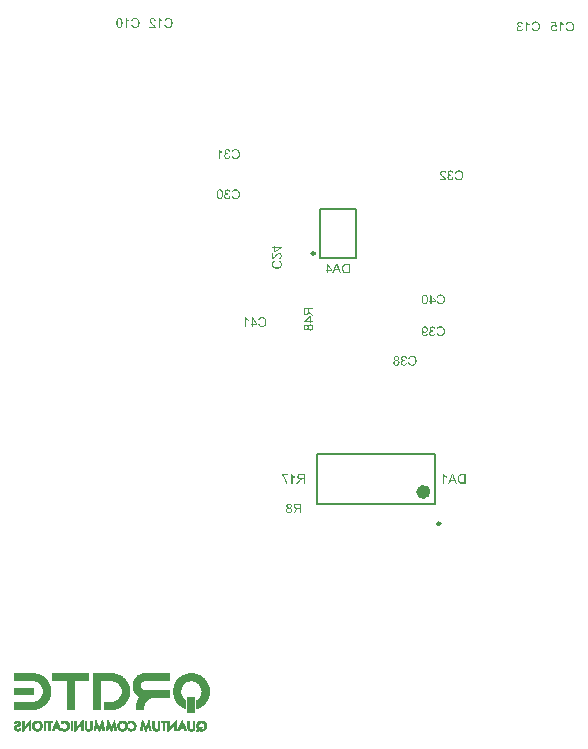
<source format=gbo>
G04*
G04 #@! TF.GenerationSoftware,Altium Limited,Altium Designer,19.0.15 (446)*
G04*
G04 Layer_Color=32896*
%FSLAX42Y42*%
%MOMM*%
G71*
G01*
G75*
%ADD13C,0.03*%
%ADD47C,0.25*%
%ADD80C,0.20*%
%ADD97C,0.60*%
G36*
X5340Y6435D02*
X5393D01*
Y6427D01*
X5340Y6390D01*
X5331D01*
Y6426D01*
X5312D01*
Y6435D01*
X5331D01*
Y6446D01*
X5340D01*
Y6435D01*
D02*
G37*
G36*
X5321Y6343D02*
X5323Y6344D01*
X5324Y6345D01*
X5325Y6346D01*
X5326Y6346D01*
X5326Y6347D01*
X5327Y6347D01*
X5327Y6347D01*
X5327Y6348D01*
X5328Y6348D01*
X5329Y6349D01*
X5329Y6350D01*
X5331Y6352D01*
X5333Y6354D01*
X5334Y6356D01*
X5335Y6357D01*
X5336Y6357D01*
X5336Y6358D01*
X5337Y6358D01*
X5337Y6359D01*
X5337Y6359D01*
X5339Y6361D01*
X5340Y6362D01*
X5342Y6364D01*
X5343Y6366D01*
X5344Y6367D01*
X5345Y6368D01*
X5347Y6369D01*
X5347Y6370D01*
X5348Y6371D01*
X5349Y6372D01*
X5350Y6373D01*
X5350Y6373D01*
X5351Y6374D01*
X5351Y6374D01*
X5351Y6374D01*
X5351D01*
X5353Y6376D01*
X5355Y6377D01*
X5357Y6378D01*
X5358Y6379D01*
X5359Y6380D01*
X5360Y6380D01*
X5361Y6381D01*
X5361Y6381D01*
X5363Y6381D01*
X5365Y6382D01*
X5366Y6382D01*
X5368Y6383D01*
X5369Y6383D01*
X5370Y6383D01*
X5370D01*
X5371D01*
X5372Y6383D01*
X5374Y6382D01*
X5376Y6382D01*
X5377Y6382D01*
X5380Y6381D01*
X5381Y6380D01*
X5382Y6379D01*
X5383Y6379D01*
X5384Y6378D01*
X5385Y6377D01*
X5386Y6377D01*
X5386Y6377D01*
X5386Y6376D01*
X5387Y6376D01*
X5387Y6376D01*
X5388Y6375D01*
X5389Y6373D01*
X5390Y6372D01*
X5391Y6370D01*
X5391Y6368D01*
X5392Y6367D01*
X5392Y6364D01*
X5393Y6363D01*
X5393Y6361D01*
X5393Y6360D01*
X5393Y6359D01*
X5393Y6358D01*
Y6357D01*
X5393Y6355D01*
X5393Y6353D01*
X5393Y6351D01*
X5392Y6350D01*
X5392Y6348D01*
X5391Y6346D01*
X5391Y6345D01*
X5390Y6344D01*
X5390Y6343D01*
X5389Y6342D01*
X5389Y6341D01*
X5388Y6340D01*
X5388Y6340D01*
X5387Y6339D01*
X5387Y6339D01*
X5387Y6339D01*
X5386Y6338D01*
X5385Y6336D01*
X5383Y6336D01*
X5382Y6335D01*
X5381Y6334D01*
X5379Y6333D01*
X5376Y6332D01*
X5375Y6332D01*
X5374Y6332D01*
X5373Y6331D01*
X5372Y6331D01*
X5371Y6331D01*
X5370D01*
X5370Y6331D01*
X5370D01*
X5369Y6341D01*
X5372Y6341D01*
X5374Y6342D01*
X5376Y6343D01*
X5378Y6343D01*
X5379Y6344D01*
X5380Y6345D01*
X5381Y6345D01*
X5381Y6346D01*
X5382Y6347D01*
X5383Y6349D01*
X5384Y6351D01*
X5385Y6353D01*
X5385Y6355D01*
X5385Y6355D01*
Y6356D01*
X5385Y6356D01*
Y6357D01*
X5385Y6359D01*
X5384Y6362D01*
X5384Y6364D01*
X5383Y6365D01*
X5382Y6366D01*
X5382Y6367D01*
X5381Y6368D01*
X5381Y6368D01*
X5379Y6370D01*
X5378Y6371D01*
X5376Y6371D01*
X5375Y6372D01*
X5373Y6372D01*
X5372Y6372D01*
X5372Y6372D01*
X5371D01*
X5371D01*
X5371D01*
X5370D01*
X5369Y6372D01*
X5367Y6372D01*
X5365Y6371D01*
X5363Y6370D01*
X5361Y6369D01*
X5361Y6369D01*
X5360Y6368D01*
X5360Y6368D01*
X5359Y6368D01*
X5359Y6368D01*
X5359Y6368D01*
X5358Y6367D01*
X5356Y6366D01*
X5355Y6364D01*
X5354Y6363D01*
X5351Y6360D01*
X5348Y6357D01*
X5347Y6356D01*
X5346Y6354D01*
X5344Y6353D01*
X5344Y6352D01*
X5343Y6351D01*
X5342Y6350D01*
X5342Y6350D01*
X5342Y6350D01*
X5339Y6347D01*
X5337Y6344D01*
X5335Y6342D01*
X5333Y6340D01*
X5331Y6339D01*
X5330Y6338D01*
X5330Y6337D01*
X5330Y6337D01*
X5329Y6337D01*
X5329Y6337D01*
X5327Y6335D01*
X5325Y6334D01*
X5324Y6333D01*
X5322Y6332D01*
X5321Y6331D01*
X5320Y6331D01*
X5319Y6330D01*
X5319Y6330D01*
X5319Y6330D01*
X5319D01*
X5317Y6330D01*
X5316Y6329D01*
X5315Y6329D01*
X5314Y6329D01*
X5313Y6329D01*
X5312D01*
X5312D01*
X5312D01*
Y6383D01*
X5321D01*
Y6343D01*
D02*
G37*
G36*
X5340Y6311D02*
X5338Y6310D01*
X5337Y6310D01*
X5335Y6309D01*
X5333Y6308D01*
X5332Y6308D01*
X5331Y6307D01*
X5330Y6306D01*
X5329Y6305D01*
X5328Y6305D01*
X5327Y6304D01*
X5326Y6303D01*
X5326Y6303D01*
X5325Y6303D01*
X5325Y6302D01*
X5325Y6302D01*
X5325Y6302D01*
X5324Y6301D01*
X5323Y6300D01*
X5322Y6298D01*
X5322Y6297D01*
X5321Y6294D01*
X5320Y6292D01*
X5320Y6291D01*
X5320Y6290D01*
X5320Y6289D01*
X5320Y6288D01*
X5320Y6288D01*
Y6287D01*
X5320Y6284D01*
X5320Y6281D01*
X5321Y6279D01*
X5321Y6277D01*
X5322Y6275D01*
X5323Y6275D01*
X5323Y6274D01*
X5323Y6273D01*
X5323Y6273D01*
X5323Y6273D01*
Y6273D01*
X5325Y6271D01*
X5327Y6269D01*
X5329Y6267D01*
X5331Y6266D01*
X5332Y6265D01*
X5333Y6264D01*
X5334Y6264D01*
X5334Y6264D01*
X5335Y6264D01*
X5335Y6263D01*
X5335D01*
X5338Y6262D01*
X5341Y6262D01*
X5344Y6261D01*
X5347Y6261D01*
X5348Y6261D01*
X5349D01*
X5350Y6261D01*
X5351Y6260D01*
X5352D01*
X5353D01*
X5353D01*
X5353D01*
X5356Y6261D01*
X5359Y6261D01*
X5361Y6261D01*
X5364Y6262D01*
X5365Y6262D01*
X5366Y6262D01*
X5367Y6262D01*
X5367Y6263D01*
X5368Y6263D01*
X5368Y6263D01*
X5368Y6263D01*
X5369D01*
X5371Y6264D01*
X5374Y6265D01*
X5376Y6267D01*
X5377Y6268D01*
X5379Y6270D01*
X5380Y6271D01*
X5380Y6271D01*
X5380Y6271D01*
X5381Y6272D01*
Y6272D01*
X5381Y6273D01*
X5382Y6274D01*
X5383Y6277D01*
X5384Y6280D01*
X5385Y6282D01*
X5385Y6283D01*
X5385Y6284D01*
X5385Y6285D01*
Y6286D01*
X5385Y6287D01*
Y6288D01*
X5385Y6290D01*
X5385Y6293D01*
X5384Y6295D01*
X5383Y6297D01*
X5382Y6299D01*
X5382Y6300D01*
X5382Y6300D01*
X5381Y6301D01*
X5381Y6301D01*
X5381Y6301D01*
Y6301D01*
X5380Y6302D01*
X5379Y6303D01*
X5377Y6305D01*
X5375Y6306D01*
X5373Y6307D01*
X5371Y6308D01*
X5370Y6309D01*
X5370Y6309D01*
X5369Y6309D01*
X5369Y6309D01*
X5368Y6309D01*
X5368D01*
X5371Y6320D01*
X5373Y6319D01*
X5375Y6319D01*
X5377Y6318D01*
X5378Y6317D01*
X5380Y6316D01*
X5381Y6315D01*
X5382Y6314D01*
X5384Y6313D01*
X5385Y6312D01*
X5386Y6311D01*
X5386Y6310D01*
X5387Y6310D01*
X5387Y6309D01*
X5388Y6309D01*
X5388Y6308D01*
X5388Y6308D01*
X5389Y6307D01*
X5390Y6305D01*
X5391Y6303D01*
X5392Y6302D01*
X5392Y6300D01*
X5393Y6298D01*
X5394Y6295D01*
X5394Y6293D01*
X5394Y6292D01*
X5394Y6291D01*
X5394Y6290D01*
X5394Y6289D01*
Y6286D01*
X5394Y6284D01*
X5394Y6280D01*
X5393Y6277D01*
X5392Y6275D01*
X5392Y6274D01*
X5391Y6273D01*
X5391Y6271D01*
X5391Y6270D01*
X5390Y6270D01*
X5390Y6269D01*
X5390Y6268D01*
X5390Y6268D01*
X5389Y6268D01*
X5388Y6266D01*
X5387Y6265D01*
X5385Y6262D01*
X5383Y6260D01*
X5380Y6258D01*
X5379Y6257D01*
X5378Y6256D01*
X5377Y6256D01*
X5377Y6255D01*
X5376Y6255D01*
X5375Y6254D01*
X5375Y6254D01*
X5375Y6254D01*
X5373Y6253D01*
X5371Y6253D01*
X5368Y6251D01*
X5364Y6251D01*
X5362Y6250D01*
X5360Y6250D01*
X5359Y6250D01*
X5357Y6250D01*
X5356Y6250D01*
X5355D01*
X5354Y6249D01*
X5353D01*
X5353D01*
X5353D01*
X5349Y6250D01*
X5345Y6250D01*
X5343Y6250D01*
X5341Y6251D01*
X5339Y6251D01*
X5338Y6252D01*
X5336Y6252D01*
X5335Y6252D01*
X5334Y6253D01*
X5333Y6253D01*
X5332Y6253D01*
X5332Y6253D01*
X5331Y6254D01*
X5331D01*
X5329Y6254D01*
X5328Y6255D01*
X5326Y6256D01*
X5325Y6257D01*
X5323Y6258D01*
X5322Y6260D01*
X5321Y6260D01*
X5320Y6262D01*
X5319Y6262D01*
X5318Y6263D01*
X5317Y6264D01*
X5317Y6265D01*
X5316Y6265D01*
X5316Y6266D01*
X5316Y6266D01*
X5316Y6266D01*
X5315Y6268D01*
X5314Y6269D01*
X5313Y6271D01*
X5313Y6273D01*
X5312Y6277D01*
X5311Y6280D01*
X5311Y6282D01*
X5311Y6283D01*
X5311Y6284D01*
X5310Y6285D01*
X5310Y6286D01*
Y6288D01*
X5310Y6290D01*
X5311Y6292D01*
X5311Y6294D01*
X5311Y6296D01*
X5312Y6298D01*
X5313Y6300D01*
X5313Y6302D01*
X5314Y6303D01*
X5314Y6304D01*
X5315Y6306D01*
X5316Y6307D01*
X5316Y6308D01*
X5317Y6308D01*
X5317Y6309D01*
X5317Y6309D01*
X5317Y6309D01*
X5319Y6311D01*
X5320Y6312D01*
X5322Y6314D01*
X5323Y6315D01*
X5325Y6316D01*
X5327Y6317D01*
X5328Y6318D01*
X5330Y6319D01*
X5331Y6319D01*
X5333Y6320D01*
X5334Y6320D01*
X5335Y6321D01*
X5336Y6321D01*
X5337Y6321D01*
X5337Y6321D01*
X5337D01*
X5340Y6311D01*
D02*
G37*
G36*
X6825Y7081D02*
X6827Y7081D01*
X6830Y7081D01*
X6833Y7080D01*
X6834Y7079D01*
X6835Y7079D01*
X6836Y7078D01*
X6837Y7078D01*
X6838Y7077D01*
X6838Y7077D01*
X6839Y7077D01*
X6839Y7076D01*
X6840Y7076D01*
X6840Y7076D01*
X6841Y7075D01*
X6842Y7074D01*
X6844Y7071D01*
X6845Y7069D01*
X6846Y7066D01*
X6847Y7065D01*
X6847Y7064D01*
X6847Y7063D01*
X6847Y7062D01*
X6848Y7061D01*
X6848Y7061D01*
X6848Y7061D01*
Y7061D01*
X6838Y7059D01*
X6837Y7061D01*
X6837Y7064D01*
X6836Y7065D01*
X6835Y7067D01*
X6834Y7068D01*
X6834Y7069D01*
X6833Y7069D01*
X6833Y7070D01*
X6832Y7071D01*
X6830Y7072D01*
X6828Y7072D01*
X6827Y7073D01*
X6825Y7073D01*
X6824Y7073D01*
X6824Y7073D01*
X6823D01*
X6821Y7073D01*
X6819Y7073D01*
X6818Y7072D01*
X6816Y7072D01*
X6815Y7071D01*
X6814Y7070D01*
X6814Y7070D01*
X6814Y7070D01*
X6813Y7068D01*
X6812Y7067D01*
X6811Y7065D01*
X6810Y7064D01*
X6810Y7063D01*
X6810Y7062D01*
X6810Y7061D01*
Y7061D01*
Y7061D01*
X6810Y7059D01*
X6810Y7058D01*
X6811Y7056D01*
X6812Y7054D01*
X6813Y7053D01*
X6813Y7052D01*
X6814Y7051D01*
X6815Y7051D01*
X6815Y7050D01*
X6815D01*
X6817Y7049D01*
X6819Y7048D01*
X6821Y7048D01*
X6823Y7047D01*
X6824Y7047D01*
X6825Y7047D01*
X6826Y7047D01*
X6827D01*
X6828Y7047D01*
X6828Y7047D01*
X6828D01*
X6829Y7038D01*
X6828Y7039D01*
X6826Y7039D01*
X6825Y7039D01*
X6824Y7039D01*
X6823Y7040D01*
X6822D01*
X6820Y7039D01*
X6817Y7039D01*
X6816Y7038D01*
X6814Y7037D01*
X6813Y7036D01*
X6812Y7036D01*
X6811Y7035D01*
X6811Y7035D01*
X6810Y7034D01*
X6809Y7033D01*
X6808Y7031D01*
X6807Y7030D01*
X6807Y7028D01*
X6806Y7026D01*
X6806Y7025D01*
Y7025D01*
X6806Y7024D01*
Y7024D01*
Y7024D01*
Y7024D01*
Y7023D01*
X6806Y7021D01*
X6807Y7019D01*
X6808Y7017D01*
X6809Y7015D01*
X6810Y7014D01*
X6810Y7013D01*
X6811Y7012D01*
X6811Y7012D01*
X6811Y7012D01*
X6811Y7012D01*
X6812Y7011D01*
X6813Y7010D01*
X6815Y7009D01*
X6817Y7008D01*
X6819Y7008D01*
X6821Y7007D01*
X6821Y7007D01*
X6822D01*
X6822Y7007D01*
X6823D01*
X6825Y7007D01*
X6827Y7008D01*
X6829Y7008D01*
X6830Y7009D01*
X6832Y7009D01*
X6832Y7010D01*
X6833Y7010D01*
X6833Y7011D01*
X6834Y7011D01*
X6835Y7012D01*
X6836Y7014D01*
X6837Y7016D01*
X6838Y7018D01*
X6838Y7020D01*
X6838Y7021D01*
X6839Y7022D01*
X6839Y7022D01*
X6839Y7023D01*
X6839Y7023D01*
Y7023D01*
X6849Y7022D01*
X6849Y7020D01*
X6848Y7018D01*
X6848Y7016D01*
X6847Y7015D01*
X6847Y7013D01*
X6846Y7012D01*
X6845Y7011D01*
X6845Y7009D01*
X6844Y7008D01*
X6843Y7008D01*
X6843Y7007D01*
X6842Y7006D01*
X6841Y7006D01*
X6841Y7005D01*
X6841Y7005D01*
X6841Y7005D01*
X6839Y7004D01*
X6838Y7003D01*
X6837Y7002D01*
X6835Y7001D01*
X6834Y7001D01*
X6832Y7000D01*
X6829Y6999D01*
X6828Y6999D01*
X6827Y6999D01*
X6826Y6999D01*
X6825Y6999D01*
X6824Y6999D01*
X6823D01*
X6821Y6999D01*
X6819Y6999D01*
X6817Y6999D01*
X6815Y7000D01*
X6813Y7000D01*
X6812Y7001D01*
X6810Y7002D01*
X6809Y7002D01*
X6808Y7003D01*
X6807Y7004D01*
X6806Y7004D01*
X6805Y7005D01*
X6804Y7005D01*
X6804Y7006D01*
X6804Y7006D01*
X6804Y7006D01*
X6802Y7007D01*
X6801Y7009D01*
X6800Y7010D01*
X6799Y7012D01*
X6798Y7013D01*
X6798Y7015D01*
X6797Y7016D01*
X6797Y7018D01*
X6796Y7019D01*
X6796Y7020D01*
X6796Y7021D01*
X6796Y7022D01*
X6796Y7023D01*
Y7024D01*
Y7024D01*
Y7024D01*
X6796Y7027D01*
X6796Y7029D01*
X6797Y7031D01*
X6798Y7033D01*
X6798Y7035D01*
X6799Y7036D01*
X6799Y7036D01*
X6799Y7036D01*
X6800Y7037D01*
X6800Y7037D01*
Y7037D01*
X6801Y7039D01*
X6803Y7040D01*
X6805Y7042D01*
X6807Y7042D01*
X6808Y7043D01*
X6809Y7043D01*
X6810Y7044D01*
X6810Y7044D01*
X6811Y7044D01*
X6811Y7044D01*
X6811D01*
X6809Y7045D01*
X6807Y7046D01*
X6806Y7047D01*
X6805Y7048D01*
X6804Y7049D01*
X6803Y7050D01*
X6803Y7051D01*
X6803Y7051D01*
X6802Y7053D01*
X6801Y7054D01*
X6800Y7056D01*
X6800Y7057D01*
X6800Y7059D01*
X6800Y7060D01*
Y7060D01*
Y7060D01*
Y7060D01*
X6800Y7062D01*
X6800Y7064D01*
X6801Y7066D01*
X6801Y7068D01*
X6802Y7069D01*
X6802Y7070D01*
X6803Y7071D01*
X6803Y7071D01*
Y7071D01*
X6804Y7073D01*
X6805Y7074D01*
X6807Y7076D01*
X6808Y7077D01*
X6809Y7078D01*
X6810Y7078D01*
X6811Y7078D01*
X6811Y7079D01*
X6811Y7079D01*
X6811D01*
X6813Y7080D01*
X6816Y7080D01*
X6818Y7081D01*
X6819Y7081D01*
X6821Y7081D01*
X6822D01*
X6822Y7082D01*
X6823D01*
X6825Y7081D01*
D02*
G37*
G36*
X6761D02*
X6763Y7081D01*
X6765Y7081D01*
X6767Y7081D01*
X6768Y7080D01*
X6770Y7080D01*
X6771Y7079D01*
X6773Y7079D01*
X6774Y7078D01*
X6775Y7077D01*
X6776Y7077D01*
X6776Y7077D01*
X6777Y7076D01*
X6777Y7076D01*
X6777Y7076D01*
X6778Y7076D01*
X6779Y7074D01*
X6780Y7073D01*
X6781Y7072D01*
X6782Y7070D01*
X6782Y7069D01*
X6783Y7067D01*
X6784Y7065D01*
X6784Y7063D01*
X6785Y7062D01*
X6785Y7061D01*
X6785Y7060D01*
X6785Y7059D01*
Y7059D01*
X6785Y7058D01*
Y7058D01*
X6775Y7057D01*
X6775Y7060D01*
X6774Y7062D01*
X6774Y7064D01*
X6773Y7066D01*
X6772Y7067D01*
X6771Y7068D01*
X6771Y7069D01*
X6771Y7069D01*
X6769Y7070D01*
X6767Y7072D01*
X6765Y7072D01*
X6763Y7073D01*
X6762Y7073D01*
X6761Y7073D01*
X6760D01*
X6760Y7073D01*
X6759D01*
X6757Y7073D01*
X6755Y7073D01*
X6753Y7072D01*
X6751Y7071D01*
X6750Y7070D01*
X6749Y7070D01*
X6748Y7069D01*
X6748Y7069D01*
X6747Y7068D01*
X6746Y7066D01*
X6745Y7064D01*
X6744Y7063D01*
X6744Y7061D01*
X6744Y7060D01*
X6744Y7060D01*
Y7060D01*
Y7059D01*
Y7059D01*
Y7058D01*
X6744Y7057D01*
X6745Y7055D01*
X6745Y7053D01*
X6746Y7051D01*
X6747Y7050D01*
X6748Y7049D01*
X6748Y7048D01*
X6748Y7048D01*
X6748Y7048D01*
X6748Y7047D01*
X6749Y7047D01*
X6750Y7046D01*
X6751Y7045D01*
X6752Y7043D01*
X6753Y7042D01*
X6756Y7039D01*
X6759Y7036D01*
X6761Y7035D01*
X6762Y7034D01*
X6763Y7033D01*
X6764Y7032D01*
X6765Y7031D01*
X6766Y7031D01*
X6766Y7030D01*
X6766Y7030D01*
X6769Y7027D01*
X6772Y7025D01*
X6774Y7023D01*
X6776Y7021D01*
X6778Y7020D01*
X6779Y7019D01*
X6779Y7018D01*
X6779Y7018D01*
X6779Y7018D01*
X6780Y7018D01*
X6781Y7016D01*
X6782Y7014D01*
X6784Y7012D01*
X6785Y7010D01*
X6785Y7009D01*
X6786Y7008D01*
X6786Y7007D01*
X6786Y7007D01*
X6786Y7007D01*
Y7007D01*
X6787Y7006D01*
X6787Y7004D01*
X6787Y7003D01*
X6787Y7002D01*
X6787Y7001D01*
Y7001D01*
Y7000D01*
Y7000D01*
X6733D01*
Y7010D01*
X6773D01*
X6772Y7012D01*
X6771Y7012D01*
X6771Y7013D01*
X6770Y7014D01*
X6770Y7014D01*
X6769Y7015D01*
X6769Y7015D01*
X6769Y7015D01*
X6768Y7016D01*
X6767Y7017D01*
X6766Y7018D01*
X6764Y7019D01*
X6762Y7021D01*
X6761Y7023D01*
X6760Y7023D01*
X6759Y7024D01*
X6759Y7024D01*
X6758Y7025D01*
X6758Y7025D01*
X6758Y7025D01*
X6756Y7027D01*
X6754Y7028D01*
X6752Y7030D01*
X6751Y7031D01*
X6749Y7032D01*
X6748Y7034D01*
X6747Y7035D01*
X6746Y7036D01*
X6745Y7037D01*
X6744Y7037D01*
X6744Y7038D01*
X6743Y7038D01*
X6743Y7039D01*
X6742Y7039D01*
X6742Y7039D01*
Y7039D01*
X6741Y7041D01*
X6739Y7043D01*
X6738Y7045D01*
X6737Y7046D01*
X6736Y7048D01*
X6736Y7049D01*
X6736Y7049D01*
X6736Y7049D01*
X6735Y7051D01*
X6734Y7053D01*
X6734Y7055D01*
X6734Y7056D01*
X6734Y7057D01*
X6734Y7058D01*
Y7059D01*
Y7059D01*
X6734Y7061D01*
X6734Y7062D01*
X6734Y7064D01*
X6735Y7066D01*
X6736Y7068D01*
X6736Y7070D01*
X6737Y7071D01*
X6738Y7072D01*
X6738Y7072D01*
X6739Y7073D01*
X6739Y7074D01*
X6740Y7074D01*
X6740Y7075D01*
X6740Y7075D01*
X6740Y7075D01*
X6742Y7076D01*
X6743Y7077D01*
X6745Y7078D01*
X6746Y7079D01*
X6748Y7079D01*
X6749Y7080D01*
X6752Y7081D01*
X6754Y7081D01*
X6755Y7081D01*
X6756Y7081D01*
X6757Y7081D01*
X6758Y7082D01*
X6759D01*
X6761Y7081D01*
D02*
G37*
G36*
X6896Y7082D02*
X6899Y7082D01*
X6903Y7081D01*
X6904Y7081D01*
X6906Y7080D01*
X6907Y7080D01*
X6908Y7079D01*
X6909Y7079D01*
X6910Y7078D01*
X6910Y7078D01*
X6911Y7078D01*
X6911Y7078D01*
X6911Y7078D01*
X6913Y7077D01*
X6915Y7076D01*
X6917Y7073D01*
X6920Y7071D01*
X6922Y7069D01*
X6922Y7068D01*
X6923Y7067D01*
X6924Y7066D01*
X6924Y7065D01*
X6925Y7064D01*
X6925Y7064D01*
X6925Y7063D01*
X6925Y7063D01*
X6926Y7061D01*
X6927Y7060D01*
X6928Y7056D01*
X6929Y7052D01*
X6929Y7050D01*
X6929Y7049D01*
X6930Y7047D01*
X6930Y7046D01*
X6930Y7044D01*
Y7043D01*
X6930Y7042D01*
Y7042D01*
Y7041D01*
Y7041D01*
X6930Y7037D01*
X6929Y7033D01*
X6929Y7031D01*
X6929Y7029D01*
X6928Y7028D01*
X6928Y7026D01*
X6927Y7025D01*
X6927Y7023D01*
X6927Y7022D01*
X6926Y7021D01*
X6926Y7020D01*
X6926Y7020D01*
X6926Y7020D01*
Y7019D01*
X6925Y7018D01*
X6924Y7016D01*
X6923Y7014D01*
X6922Y7013D01*
X6921Y7011D01*
X6920Y7010D01*
X6919Y7009D01*
X6918Y7008D01*
X6917Y7007D01*
X6916Y7006D01*
X6915Y7005D01*
X6915Y7005D01*
X6914Y7004D01*
X6914Y7004D01*
X6913Y7004D01*
X6913Y7004D01*
X6912Y7003D01*
X6910Y7002D01*
X6908Y7001D01*
X6906Y7001D01*
X6903Y7000D01*
X6899Y6999D01*
X6898Y6999D01*
X6896Y6999D01*
X6895Y6999D01*
X6894Y6999D01*
X6893Y6999D01*
X6892D01*
X6889Y6999D01*
X6887Y6999D01*
X6885Y6999D01*
X6883Y7000D01*
X6881Y7000D01*
X6879Y7001D01*
X6878Y7001D01*
X6876Y7002D01*
X6875Y7003D01*
X6874Y7003D01*
X6873Y7004D01*
X6872Y7004D01*
X6871Y7005D01*
X6871Y7005D01*
X6870Y7005D01*
X6870Y7005D01*
X6869Y7007D01*
X6867Y7008D01*
X6866Y7010D01*
X6865Y7012D01*
X6864Y7013D01*
X6863Y7015D01*
X6862Y7017D01*
X6861Y7018D01*
X6860Y7020D01*
X6860Y7021D01*
X6859Y7022D01*
X6859Y7023D01*
X6858Y7024D01*
X6858Y7025D01*
X6858Y7026D01*
Y7026D01*
X6869Y7028D01*
X6869Y7027D01*
X6870Y7025D01*
X6871Y7023D01*
X6871Y7022D01*
X6872Y7020D01*
X6873Y7019D01*
X6873Y7018D01*
X6874Y7017D01*
X6875Y7016D01*
X6875Y7015D01*
X6876Y7014D01*
X6876Y7014D01*
X6877Y7014D01*
X6877Y7013D01*
X6877Y7013D01*
X6877Y7013D01*
X6879Y7012D01*
X6880Y7011D01*
X6881Y7011D01*
X6882Y7010D01*
X6885Y7009D01*
X6887Y7008D01*
X6888Y7008D01*
X6890Y7008D01*
X6890Y7008D01*
X6891Y7008D01*
X6892Y7008D01*
X6893D01*
X6895Y7008D01*
X6898Y7008D01*
X6900Y7009D01*
X6902Y7010D01*
X6904Y7010D01*
X6905Y7011D01*
X6905Y7011D01*
X6906Y7011D01*
X6906Y7011D01*
X6906Y7012D01*
X6907D01*
X6909Y7013D01*
X6911Y7015D01*
X6912Y7017D01*
X6914Y7019D01*
X6915Y7020D01*
X6915Y7021D01*
X6915Y7022D01*
X6916Y7022D01*
X6916Y7023D01*
X6916Y7023D01*
Y7023D01*
X6917Y7026D01*
X6918Y7029D01*
X6918Y7032D01*
X6918Y7035D01*
X6919Y7036D01*
Y7038D01*
X6919Y7039D01*
X6919Y7040D01*
Y7040D01*
Y7041D01*
Y7041D01*
Y7041D01*
X6919Y7044D01*
X6918Y7047D01*
X6918Y7050D01*
X6918Y7052D01*
X6917Y7053D01*
X6917Y7054D01*
X6917Y7055D01*
X6917Y7056D01*
X6917Y7056D01*
X6916Y7057D01*
X6916Y7057D01*
Y7057D01*
X6915Y7060D01*
X6914Y7062D01*
X6912Y7064D01*
X6911Y7066D01*
X6910Y7067D01*
X6909Y7068D01*
X6908Y7068D01*
X6908Y7069D01*
X6908Y7069D01*
X6908D01*
X6906Y7070D01*
X6905Y7070D01*
X6902Y7072D01*
X6900Y7072D01*
X6897Y7073D01*
X6896Y7073D01*
X6895Y7073D01*
X6894Y7073D01*
X6893D01*
X6893Y7073D01*
X6892D01*
X6889Y7073D01*
X6886Y7073D01*
X6884Y7072D01*
X6882Y7071D01*
X6880Y7071D01*
X6880Y7070D01*
X6879Y7070D01*
X6879Y7070D01*
X6878Y7070D01*
X6878Y7069D01*
X6878D01*
X6877Y7068D01*
X6876Y7068D01*
X6875Y7066D01*
X6873Y7064D01*
X6872Y7061D01*
X6871Y7059D01*
X6871Y7059D01*
X6871Y7058D01*
X6870Y7057D01*
X6870Y7057D01*
X6870Y7057D01*
Y7056D01*
X6859Y7059D01*
X6860Y7061D01*
X6861Y7063D01*
X6862Y7065D01*
X6863Y7066D01*
X6864Y7068D01*
X6865Y7069D01*
X6866Y7071D01*
X6866Y7072D01*
X6867Y7073D01*
X6868Y7074D01*
X6869Y7075D01*
X6870Y7075D01*
X6870Y7076D01*
X6871Y7076D01*
X6871Y7076D01*
X6871Y7076D01*
X6873Y7077D01*
X6874Y7079D01*
X6876Y7079D01*
X6878Y7080D01*
X6880Y7081D01*
X6881Y7081D01*
X6884Y7082D01*
X6886Y7082D01*
X6887Y7082D01*
X6889Y7082D01*
X6890Y7083D01*
X6890Y7083D01*
X6894D01*
X6896Y7082D01*
D02*
G37*
G36*
X4935Y7261D02*
X4937Y7261D01*
X4940Y7261D01*
X4943Y7260D01*
X4944Y7259D01*
X4945Y7259D01*
X4946Y7258D01*
X4947Y7258D01*
X4948Y7257D01*
X4948Y7257D01*
X4949Y7257D01*
X4949Y7256D01*
X4950Y7256D01*
X4950Y7256D01*
X4951Y7255D01*
X4952Y7254D01*
X4954Y7251D01*
X4955Y7249D01*
X4956Y7246D01*
X4957Y7245D01*
X4957Y7244D01*
X4957Y7243D01*
X4957Y7242D01*
X4958Y7241D01*
X4958Y7241D01*
X4958Y7241D01*
Y7241D01*
X4948Y7239D01*
X4947Y7241D01*
X4947Y7244D01*
X4946Y7245D01*
X4945Y7247D01*
X4944Y7248D01*
X4944Y7249D01*
X4943Y7249D01*
X4943Y7250D01*
X4942Y7251D01*
X4940Y7252D01*
X4938Y7252D01*
X4937Y7253D01*
X4935Y7253D01*
X4934Y7253D01*
X4934Y7253D01*
X4933D01*
X4931Y7253D01*
X4929Y7253D01*
X4928Y7252D01*
X4926Y7252D01*
X4925Y7251D01*
X4924Y7250D01*
X4924Y7250D01*
X4924Y7250D01*
X4923Y7248D01*
X4922Y7247D01*
X4921Y7245D01*
X4920Y7244D01*
X4920Y7243D01*
X4920Y7242D01*
X4920Y7241D01*
Y7241D01*
Y7241D01*
X4920Y7239D01*
X4920Y7238D01*
X4921Y7236D01*
X4922Y7234D01*
X4923Y7233D01*
X4923Y7232D01*
X4924Y7231D01*
X4925Y7231D01*
X4925Y7230D01*
X4925D01*
X4927Y7229D01*
X4929Y7228D01*
X4931Y7228D01*
X4933Y7227D01*
X4934Y7227D01*
X4935Y7227D01*
X4936Y7227D01*
X4937D01*
X4938Y7227D01*
X4938Y7227D01*
X4938D01*
X4939Y7218D01*
X4938Y7219D01*
X4936Y7219D01*
X4935Y7219D01*
X4934Y7219D01*
X4933Y7220D01*
X4932D01*
X4930Y7219D01*
X4927Y7219D01*
X4926Y7218D01*
X4924Y7217D01*
X4923Y7216D01*
X4922Y7216D01*
X4921Y7215D01*
X4921Y7215D01*
X4920Y7214D01*
X4919Y7213D01*
X4918Y7211D01*
X4917Y7210D01*
X4917Y7208D01*
X4916Y7206D01*
X4916Y7205D01*
Y7205D01*
X4916Y7204D01*
Y7204D01*
Y7204D01*
Y7204D01*
Y7203D01*
X4916Y7201D01*
X4917Y7199D01*
X4918Y7197D01*
X4919Y7195D01*
X4920Y7194D01*
X4920Y7193D01*
X4921Y7192D01*
X4921Y7192D01*
X4921Y7192D01*
X4921Y7192D01*
X4922Y7191D01*
X4923Y7190D01*
X4925Y7189D01*
X4927Y7188D01*
X4929Y7188D01*
X4931Y7187D01*
X4931Y7187D01*
X4932D01*
X4932Y7187D01*
X4933D01*
X4935Y7187D01*
X4937Y7188D01*
X4939Y7188D01*
X4940Y7189D01*
X4942Y7189D01*
X4942Y7190D01*
X4943Y7190D01*
X4943Y7191D01*
X4944Y7191D01*
X4945Y7192D01*
X4946Y7194D01*
X4947Y7196D01*
X4948Y7198D01*
X4948Y7200D01*
X4948Y7201D01*
X4949Y7202D01*
X4949Y7202D01*
X4949Y7203D01*
X4949Y7203D01*
Y7203D01*
X4959Y7202D01*
X4959Y7200D01*
X4958Y7198D01*
X4958Y7196D01*
X4957Y7195D01*
X4957Y7193D01*
X4956Y7192D01*
X4955Y7191D01*
X4955Y7189D01*
X4954Y7188D01*
X4953Y7188D01*
X4953Y7187D01*
X4952Y7186D01*
X4951Y7186D01*
X4951Y7185D01*
X4951Y7185D01*
X4951Y7185D01*
X4949Y7184D01*
X4948Y7183D01*
X4947Y7182D01*
X4945Y7181D01*
X4944Y7181D01*
X4942Y7180D01*
X4939Y7179D01*
X4938Y7179D01*
X4937Y7179D01*
X4936Y7179D01*
X4935Y7179D01*
X4934Y7179D01*
X4933D01*
X4931Y7179D01*
X4929Y7179D01*
X4927Y7179D01*
X4925Y7180D01*
X4923Y7180D01*
X4922Y7181D01*
X4920Y7182D01*
X4919Y7182D01*
X4918Y7183D01*
X4917Y7184D01*
X4916Y7184D01*
X4915Y7185D01*
X4914Y7185D01*
X4914Y7186D01*
X4914Y7186D01*
X4914Y7186D01*
X4912Y7187D01*
X4911Y7189D01*
X4910Y7190D01*
X4909Y7192D01*
X4908Y7193D01*
X4908Y7195D01*
X4907Y7196D01*
X4907Y7198D01*
X4906Y7199D01*
X4906Y7200D01*
X4906Y7201D01*
X4906Y7202D01*
X4906Y7203D01*
Y7204D01*
Y7204D01*
Y7204D01*
X4906Y7207D01*
X4906Y7209D01*
X4907Y7211D01*
X4908Y7213D01*
X4908Y7215D01*
X4909Y7216D01*
X4909Y7216D01*
X4909Y7216D01*
X4910Y7217D01*
X4910Y7217D01*
Y7217D01*
X4911Y7219D01*
X4913Y7220D01*
X4915Y7222D01*
X4917Y7222D01*
X4918Y7223D01*
X4919Y7223D01*
X4920Y7224D01*
X4920Y7224D01*
X4921Y7224D01*
X4921Y7224D01*
X4921D01*
X4919Y7225D01*
X4917Y7226D01*
X4916Y7227D01*
X4915Y7228D01*
X4914Y7229D01*
X4913Y7230D01*
X4913Y7231D01*
X4913Y7231D01*
X4912Y7233D01*
X4911Y7234D01*
X4910Y7236D01*
X4910Y7237D01*
X4910Y7239D01*
X4910Y7240D01*
Y7240D01*
Y7240D01*
Y7240D01*
X4910Y7242D01*
X4910Y7244D01*
X4911Y7246D01*
X4911Y7248D01*
X4912Y7249D01*
X4912Y7250D01*
X4913Y7251D01*
X4913Y7251D01*
Y7251D01*
X4914Y7253D01*
X4915Y7254D01*
X4917Y7256D01*
X4918Y7257D01*
X4919Y7258D01*
X4920Y7258D01*
X4921Y7258D01*
X4921Y7259D01*
X4921Y7259D01*
X4921D01*
X4923Y7260D01*
X4926Y7260D01*
X4928Y7261D01*
X4929Y7261D01*
X4931Y7261D01*
X4932D01*
X4932Y7262D01*
X4933D01*
X4935Y7261D01*
D02*
G37*
G36*
X4866Y7260D02*
X4867Y7258D01*
X4869Y7256D01*
X4870Y7254D01*
X4871Y7253D01*
X4873Y7252D01*
X4873Y7251D01*
X4873Y7251D01*
X4873Y7251D01*
X4874Y7251D01*
X4876Y7249D01*
X4878Y7247D01*
X4881Y7245D01*
X4883Y7244D01*
X4885Y7243D01*
X4886Y7242D01*
X4887Y7242D01*
X4887Y7242D01*
X4888Y7241D01*
X4888Y7241D01*
X4888D01*
Y7231D01*
X4886Y7232D01*
X4885Y7233D01*
X4883Y7234D01*
X4881Y7235D01*
X4880Y7235D01*
X4879Y7236D01*
X4878Y7236D01*
X4878Y7237D01*
X4878Y7237D01*
X4878D01*
X4876Y7238D01*
X4874Y7239D01*
X4872Y7240D01*
X4871Y7241D01*
X4870Y7242D01*
X4869Y7243D01*
X4868Y7243D01*
X4868Y7244D01*
Y7180D01*
X4858D01*
Y7262D01*
X4865D01*
X4866Y7260D01*
D02*
G37*
G36*
X5006Y7262D02*
X5009Y7262D01*
X5013Y7261D01*
X5014Y7261D01*
X5016Y7260D01*
X5017Y7260D01*
X5018Y7259D01*
X5019Y7259D01*
X5020Y7258D01*
X5020Y7258D01*
X5021Y7258D01*
X5021Y7258D01*
X5021Y7258D01*
X5023Y7257D01*
X5025Y7256D01*
X5027Y7253D01*
X5030Y7251D01*
X5032Y7249D01*
X5032Y7248D01*
X5033Y7247D01*
X5034Y7246D01*
X5034Y7245D01*
X5035Y7244D01*
X5035Y7244D01*
X5035Y7243D01*
X5035Y7243D01*
X5036Y7241D01*
X5037Y7240D01*
X5038Y7236D01*
X5039Y7232D01*
X5039Y7230D01*
X5039Y7229D01*
X5040Y7227D01*
X5040Y7226D01*
X5040Y7224D01*
Y7223D01*
X5040Y7222D01*
Y7222D01*
Y7221D01*
Y7221D01*
X5040Y7217D01*
X5039Y7213D01*
X5039Y7211D01*
X5039Y7209D01*
X5038Y7208D01*
X5038Y7206D01*
X5037Y7205D01*
X5037Y7203D01*
X5037Y7202D01*
X5036Y7201D01*
X5036Y7200D01*
X5036Y7200D01*
X5036Y7200D01*
Y7199D01*
X5035Y7198D01*
X5034Y7196D01*
X5033Y7194D01*
X5032Y7193D01*
X5031Y7191D01*
X5030Y7190D01*
X5029Y7189D01*
X5028Y7188D01*
X5027Y7187D01*
X5026Y7186D01*
X5025Y7185D01*
X5025Y7185D01*
X5024Y7184D01*
X5024Y7184D01*
X5023Y7184D01*
X5023Y7184D01*
X5022Y7183D01*
X5020Y7182D01*
X5018Y7181D01*
X5016Y7181D01*
X5013Y7180D01*
X5009Y7179D01*
X5008Y7179D01*
X5006Y7179D01*
X5005Y7179D01*
X5004Y7179D01*
X5003Y7179D01*
X5002D01*
X4999Y7179D01*
X4997Y7179D01*
X4995Y7179D01*
X4993Y7180D01*
X4991Y7180D01*
X4989Y7181D01*
X4988Y7181D01*
X4986Y7182D01*
X4985Y7183D01*
X4984Y7183D01*
X4983Y7184D01*
X4982Y7184D01*
X4981Y7185D01*
X4981Y7185D01*
X4980Y7185D01*
X4980Y7185D01*
X4979Y7187D01*
X4977Y7188D01*
X4976Y7190D01*
X4975Y7192D01*
X4974Y7193D01*
X4973Y7195D01*
X4972Y7197D01*
X4971Y7198D01*
X4970Y7200D01*
X4970Y7201D01*
X4969Y7202D01*
X4969Y7203D01*
X4968Y7204D01*
X4968Y7205D01*
X4968Y7206D01*
Y7206D01*
X4979Y7208D01*
X4979Y7207D01*
X4980Y7205D01*
X4981Y7203D01*
X4981Y7202D01*
X4982Y7200D01*
X4983Y7199D01*
X4983Y7198D01*
X4984Y7197D01*
X4985Y7196D01*
X4985Y7195D01*
X4986Y7194D01*
X4986Y7194D01*
X4987Y7194D01*
X4987Y7193D01*
X4987Y7193D01*
X4987Y7193D01*
X4989Y7192D01*
X4990Y7191D01*
X4991Y7191D01*
X4992Y7190D01*
X4995Y7189D01*
X4997Y7188D01*
X4998Y7188D01*
X5000Y7188D01*
X5000Y7188D01*
X5001Y7188D01*
X5002Y7188D01*
X5003D01*
X5005Y7188D01*
X5008Y7188D01*
X5010Y7189D01*
X5012Y7190D01*
X5014Y7190D01*
X5015Y7191D01*
X5015Y7191D01*
X5016Y7191D01*
X5016Y7191D01*
X5016Y7192D01*
X5017D01*
X5019Y7193D01*
X5021Y7195D01*
X5022Y7197D01*
X5024Y7199D01*
X5025Y7200D01*
X5025Y7201D01*
X5025Y7202D01*
X5026Y7202D01*
X5026Y7203D01*
X5026Y7203D01*
Y7203D01*
X5027Y7206D01*
X5028Y7209D01*
X5028Y7212D01*
X5028Y7215D01*
X5029Y7216D01*
Y7218D01*
X5029Y7219D01*
X5029Y7220D01*
Y7220D01*
Y7221D01*
Y7221D01*
Y7221D01*
X5029Y7224D01*
X5028Y7227D01*
X5028Y7230D01*
X5028Y7232D01*
X5027Y7233D01*
X5027Y7234D01*
X5027Y7235D01*
X5027Y7236D01*
X5027Y7236D01*
X5026Y7237D01*
X5026Y7237D01*
Y7237D01*
X5025Y7240D01*
X5024Y7242D01*
X5022Y7244D01*
X5021Y7246D01*
X5020Y7247D01*
X5019Y7248D01*
X5018Y7248D01*
X5018Y7249D01*
X5018Y7249D01*
X5018D01*
X5016Y7250D01*
X5015Y7250D01*
X5012Y7252D01*
X5010Y7252D01*
X5007Y7253D01*
X5006Y7253D01*
X5005Y7253D01*
X5004Y7253D01*
X5003D01*
X5003Y7253D01*
X5002D01*
X4999Y7253D01*
X4996Y7253D01*
X4994Y7252D01*
X4992Y7251D01*
X4990Y7251D01*
X4990Y7250D01*
X4989Y7250D01*
X4989Y7250D01*
X4988Y7250D01*
X4988Y7249D01*
X4988D01*
X4987Y7248D01*
X4986Y7248D01*
X4985Y7246D01*
X4983Y7244D01*
X4982Y7241D01*
X4981Y7239D01*
X4981Y7239D01*
X4981Y7238D01*
X4980Y7237D01*
X4980Y7237D01*
X4980Y7237D01*
Y7236D01*
X4969Y7239D01*
X4970Y7241D01*
X4971Y7243D01*
X4972Y7245D01*
X4973Y7246D01*
X4974Y7248D01*
X4975Y7249D01*
X4976Y7251D01*
X4976Y7252D01*
X4977Y7253D01*
X4978Y7254D01*
X4979Y7255D01*
X4980Y7255D01*
X4980Y7256D01*
X4981Y7256D01*
X4981Y7256D01*
X4981Y7256D01*
X4983Y7257D01*
X4984Y7259D01*
X4986Y7259D01*
X4988Y7260D01*
X4990Y7261D01*
X4991Y7261D01*
X4994Y7262D01*
X4996Y7262D01*
X4997Y7262D01*
X4999Y7262D01*
X5000Y7263D01*
X5000Y7263D01*
X5004D01*
X5006Y7262D01*
D02*
G37*
G36*
X4935Y6921D02*
X4937Y6921D01*
X4940Y6921D01*
X4943Y6920D01*
X4944Y6919D01*
X4945Y6919D01*
X4946Y6918D01*
X4947Y6918D01*
X4948Y6917D01*
X4948Y6917D01*
X4949Y6917D01*
X4949Y6916D01*
X4950Y6916D01*
X4950Y6916D01*
X4951Y6915D01*
X4952Y6914D01*
X4954Y6911D01*
X4955Y6909D01*
X4956Y6906D01*
X4957Y6905D01*
X4957Y6904D01*
X4957Y6903D01*
X4957Y6902D01*
X4958Y6901D01*
X4958Y6901D01*
X4958Y6901D01*
Y6901D01*
X4948Y6899D01*
X4947Y6901D01*
X4947Y6904D01*
X4946Y6905D01*
X4945Y6907D01*
X4944Y6908D01*
X4944Y6909D01*
X4943Y6909D01*
X4943Y6910D01*
X4942Y6911D01*
X4940Y6912D01*
X4938Y6912D01*
X4937Y6913D01*
X4935Y6913D01*
X4934Y6913D01*
X4934Y6913D01*
X4933D01*
X4931Y6913D01*
X4929Y6913D01*
X4928Y6912D01*
X4926Y6912D01*
X4925Y6911D01*
X4924Y6910D01*
X4924Y6910D01*
X4924Y6910D01*
X4923Y6908D01*
X4922Y6907D01*
X4921Y6905D01*
X4920Y6904D01*
X4920Y6903D01*
X4920Y6902D01*
X4920Y6901D01*
Y6901D01*
Y6901D01*
X4920Y6899D01*
X4920Y6898D01*
X4921Y6896D01*
X4922Y6894D01*
X4923Y6893D01*
X4923Y6892D01*
X4924Y6891D01*
X4925Y6891D01*
X4925Y6890D01*
X4925D01*
X4927Y6889D01*
X4929Y6888D01*
X4931Y6888D01*
X4933Y6887D01*
X4934Y6887D01*
X4935Y6887D01*
X4936Y6887D01*
X4937D01*
X4938Y6887D01*
X4938Y6887D01*
X4938D01*
X4939Y6878D01*
X4938Y6879D01*
X4936Y6879D01*
X4935Y6879D01*
X4934Y6879D01*
X4933Y6880D01*
X4932D01*
X4930Y6879D01*
X4927Y6879D01*
X4926Y6878D01*
X4924Y6877D01*
X4923Y6876D01*
X4922Y6876D01*
X4921Y6875D01*
X4921Y6875D01*
X4920Y6874D01*
X4919Y6873D01*
X4918Y6871D01*
X4917Y6870D01*
X4917Y6868D01*
X4916Y6866D01*
X4916Y6865D01*
Y6865D01*
X4916Y6864D01*
Y6864D01*
Y6864D01*
Y6864D01*
Y6863D01*
X4916Y6861D01*
X4917Y6859D01*
X4918Y6857D01*
X4919Y6855D01*
X4920Y6854D01*
X4920Y6853D01*
X4921Y6852D01*
X4921Y6852D01*
X4921Y6852D01*
X4921Y6852D01*
X4922Y6851D01*
X4923Y6850D01*
X4925Y6849D01*
X4927Y6848D01*
X4929Y6848D01*
X4931Y6847D01*
X4931Y6847D01*
X4932D01*
X4932Y6847D01*
X4933D01*
X4935Y6847D01*
X4937Y6848D01*
X4939Y6848D01*
X4940Y6849D01*
X4942Y6849D01*
X4942Y6850D01*
X4943Y6850D01*
X4943Y6851D01*
X4944Y6851D01*
X4945Y6852D01*
X4946Y6854D01*
X4947Y6856D01*
X4948Y6858D01*
X4948Y6860D01*
X4948Y6861D01*
X4949Y6862D01*
X4949Y6862D01*
X4949Y6863D01*
X4949Y6863D01*
Y6863D01*
X4959Y6862D01*
X4959Y6860D01*
X4958Y6858D01*
X4958Y6856D01*
X4957Y6855D01*
X4957Y6853D01*
X4956Y6852D01*
X4955Y6851D01*
X4955Y6849D01*
X4954Y6848D01*
X4953Y6848D01*
X4953Y6847D01*
X4952Y6846D01*
X4951Y6846D01*
X4951Y6845D01*
X4951Y6845D01*
X4951Y6845D01*
X4949Y6844D01*
X4948Y6843D01*
X4947Y6842D01*
X4945Y6841D01*
X4944Y6841D01*
X4942Y6840D01*
X4939Y6839D01*
X4938Y6839D01*
X4937Y6839D01*
X4936Y6839D01*
X4935Y6839D01*
X4934Y6839D01*
X4933D01*
X4931Y6839D01*
X4929Y6839D01*
X4927Y6839D01*
X4925Y6840D01*
X4923Y6840D01*
X4922Y6841D01*
X4920Y6842D01*
X4919Y6842D01*
X4918Y6843D01*
X4917Y6844D01*
X4916Y6844D01*
X4915Y6845D01*
X4914Y6845D01*
X4914Y6846D01*
X4914Y6846D01*
X4914Y6846D01*
X4912Y6847D01*
X4911Y6849D01*
X4910Y6850D01*
X4909Y6852D01*
X4908Y6853D01*
X4908Y6855D01*
X4907Y6856D01*
X4907Y6858D01*
X4906Y6859D01*
X4906Y6860D01*
X4906Y6861D01*
X4906Y6862D01*
X4906Y6863D01*
Y6864D01*
Y6864D01*
Y6864D01*
X4906Y6867D01*
X4906Y6869D01*
X4907Y6871D01*
X4908Y6873D01*
X4908Y6875D01*
X4909Y6876D01*
X4909Y6876D01*
X4909Y6876D01*
X4910Y6877D01*
X4910Y6877D01*
Y6877D01*
X4911Y6879D01*
X4913Y6880D01*
X4915Y6882D01*
X4917Y6882D01*
X4918Y6883D01*
X4919Y6883D01*
X4920Y6884D01*
X4920Y6884D01*
X4921Y6884D01*
X4921Y6884D01*
X4921D01*
X4919Y6885D01*
X4917Y6886D01*
X4916Y6887D01*
X4915Y6888D01*
X4914Y6889D01*
X4913Y6890D01*
X4913Y6891D01*
X4913Y6891D01*
X4912Y6893D01*
X4911Y6894D01*
X4910Y6896D01*
X4910Y6897D01*
X4910Y6899D01*
X4910Y6900D01*
Y6900D01*
Y6900D01*
Y6900D01*
X4910Y6902D01*
X4910Y6904D01*
X4911Y6906D01*
X4911Y6908D01*
X4912Y6909D01*
X4912Y6910D01*
X4913Y6911D01*
X4913Y6911D01*
Y6911D01*
X4914Y6913D01*
X4915Y6914D01*
X4917Y6916D01*
X4918Y6917D01*
X4919Y6918D01*
X4920Y6918D01*
X4921Y6918D01*
X4921Y6919D01*
X4921Y6919D01*
X4921D01*
X4923Y6920D01*
X4926Y6920D01*
X4928Y6921D01*
X4929Y6921D01*
X4931Y6921D01*
X4932D01*
X4932Y6922D01*
X4933D01*
X4935Y6921D01*
D02*
G37*
G36*
X5006Y6922D02*
X5009Y6922D01*
X5013Y6921D01*
X5014Y6921D01*
X5016Y6920D01*
X5017Y6920D01*
X5018Y6919D01*
X5019Y6919D01*
X5020Y6918D01*
X5020Y6918D01*
X5021Y6918D01*
X5021Y6918D01*
X5021Y6918D01*
X5023Y6917D01*
X5025Y6916D01*
X5027Y6913D01*
X5030Y6911D01*
X5032Y6909D01*
X5032Y6908D01*
X5033Y6907D01*
X5034Y6906D01*
X5034Y6905D01*
X5035Y6904D01*
X5035Y6904D01*
X5035Y6903D01*
X5035Y6903D01*
X5036Y6901D01*
X5037Y6900D01*
X5038Y6896D01*
X5039Y6892D01*
X5039Y6890D01*
X5039Y6889D01*
X5040Y6887D01*
X5040Y6886D01*
X5040Y6884D01*
Y6883D01*
X5040Y6882D01*
Y6882D01*
Y6881D01*
Y6881D01*
X5040Y6877D01*
X5039Y6873D01*
X5039Y6871D01*
X5039Y6869D01*
X5038Y6868D01*
X5038Y6866D01*
X5037Y6865D01*
X5037Y6863D01*
X5037Y6862D01*
X5036Y6861D01*
X5036Y6860D01*
X5036Y6860D01*
X5036Y6860D01*
Y6859D01*
X5035Y6858D01*
X5034Y6856D01*
X5033Y6854D01*
X5032Y6853D01*
X5031Y6851D01*
X5030Y6850D01*
X5029Y6849D01*
X5028Y6848D01*
X5027Y6847D01*
X5026Y6846D01*
X5025Y6845D01*
X5025Y6845D01*
X5024Y6844D01*
X5024Y6844D01*
X5023Y6844D01*
X5023Y6844D01*
X5022Y6843D01*
X5020Y6842D01*
X5018Y6841D01*
X5016Y6841D01*
X5013Y6840D01*
X5009Y6839D01*
X5008Y6839D01*
X5006Y6839D01*
X5005Y6839D01*
X5004Y6839D01*
X5003Y6839D01*
X5002D01*
X4999Y6839D01*
X4997Y6839D01*
X4995Y6839D01*
X4993Y6840D01*
X4991Y6840D01*
X4989Y6841D01*
X4988Y6841D01*
X4986Y6842D01*
X4985Y6843D01*
X4984Y6843D01*
X4983Y6844D01*
X4982Y6844D01*
X4981Y6845D01*
X4981Y6845D01*
X4980Y6845D01*
X4980Y6845D01*
X4979Y6847D01*
X4977Y6848D01*
X4976Y6850D01*
X4975Y6852D01*
X4974Y6853D01*
X4973Y6855D01*
X4972Y6857D01*
X4971Y6858D01*
X4970Y6860D01*
X4970Y6861D01*
X4969Y6862D01*
X4969Y6863D01*
X4968Y6864D01*
X4968Y6865D01*
X4968Y6866D01*
Y6866D01*
X4979Y6868D01*
X4979Y6867D01*
X4980Y6865D01*
X4981Y6863D01*
X4981Y6862D01*
X4982Y6860D01*
X4983Y6859D01*
X4983Y6858D01*
X4984Y6857D01*
X4985Y6856D01*
X4985Y6855D01*
X4986Y6854D01*
X4986Y6854D01*
X4987Y6854D01*
X4987Y6853D01*
X4987Y6853D01*
X4987Y6853D01*
X4989Y6852D01*
X4990Y6851D01*
X4991Y6851D01*
X4992Y6850D01*
X4995Y6849D01*
X4997Y6848D01*
X4998Y6848D01*
X5000Y6848D01*
X5000Y6848D01*
X5001Y6848D01*
X5002Y6848D01*
X5003D01*
X5005Y6848D01*
X5008Y6848D01*
X5010Y6849D01*
X5012Y6850D01*
X5014Y6850D01*
X5015Y6851D01*
X5015Y6851D01*
X5016Y6851D01*
X5016Y6851D01*
X5016Y6852D01*
X5017D01*
X5019Y6853D01*
X5021Y6855D01*
X5022Y6857D01*
X5024Y6859D01*
X5025Y6860D01*
X5025Y6861D01*
X5025Y6862D01*
X5026Y6862D01*
X5026Y6863D01*
X5026Y6863D01*
Y6863D01*
X5027Y6866D01*
X5028Y6869D01*
X5028Y6872D01*
X5028Y6875D01*
X5029Y6876D01*
Y6878D01*
X5029Y6879D01*
X5029Y6880D01*
Y6880D01*
Y6881D01*
Y6881D01*
Y6881D01*
X5029Y6884D01*
X5028Y6887D01*
X5028Y6890D01*
X5028Y6892D01*
X5027Y6893D01*
X5027Y6894D01*
X5027Y6895D01*
X5027Y6896D01*
X5027Y6896D01*
X5026Y6897D01*
X5026Y6897D01*
Y6897D01*
X5025Y6900D01*
X5024Y6902D01*
X5022Y6904D01*
X5021Y6906D01*
X5020Y6907D01*
X5019Y6908D01*
X5018Y6908D01*
X5018Y6909D01*
X5018Y6909D01*
X5018D01*
X5016Y6910D01*
X5015Y6910D01*
X5012Y6912D01*
X5010Y6912D01*
X5007Y6913D01*
X5006Y6913D01*
X5005Y6913D01*
X5004Y6913D01*
X5003D01*
X5003Y6913D01*
X5002D01*
X4999Y6913D01*
X4996Y6913D01*
X4994Y6912D01*
X4992Y6911D01*
X4990Y6911D01*
X4990Y6910D01*
X4989Y6910D01*
X4989Y6910D01*
X4988Y6910D01*
X4988Y6909D01*
X4988D01*
X4987Y6908D01*
X4986Y6908D01*
X4985Y6906D01*
X4983Y6904D01*
X4982Y6901D01*
X4981Y6899D01*
X4981Y6899D01*
X4981Y6898D01*
X4980Y6897D01*
X4980Y6897D01*
X4980Y6897D01*
Y6896D01*
X4969Y6899D01*
X4970Y6901D01*
X4971Y6903D01*
X4972Y6905D01*
X4973Y6906D01*
X4974Y6908D01*
X4975Y6909D01*
X4976Y6911D01*
X4976Y6912D01*
X4977Y6913D01*
X4978Y6914D01*
X4979Y6915D01*
X4980Y6915D01*
X4980Y6916D01*
X4981Y6916D01*
X4981Y6916D01*
X4981Y6916D01*
X4983Y6917D01*
X4984Y6919D01*
X4986Y6919D01*
X4988Y6920D01*
X4990Y6921D01*
X4991Y6921D01*
X4994Y6922D01*
X4996Y6922D01*
X4997Y6922D01*
X4999Y6922D01*
X5000Y6923D01*
X5000Y6923D01*
X5004D01*
X5006Y6922D01*
D02*
G37*
G36*
X4873Y6921D02*
X4875Y6921D01*
X4878Y6920D01*
X4880Y6919D01*
X4881Y6919D01*
X4882Y6918D01*
X4882Y6918D01*
X4883Y6918D01*
X4883Y6917D01*
X4884Y6917D01*
X4884Y6917D01*
X4884Y6917D01*
X4886Y6915D01*
X4888Y6913D01*
X4889Y6910D01*
X4891Y6908D01*
X4892Y6906D01*
X4892Y6905D01*
X4892Y6905D01*
X4892Y6904D01*
X4893Y6904D01*
X4893Y6903D01*
Y6903D01*
X4893Y6901D01*
X4894Y6900D01*
X4895Y6896D01*
X4895Y6892D01*
X4895Y6888D01*
X4896Y6887D01*
Y6885D01*
X4896Y6884D01*
X4896Y6882D01*
Y6881D01*
Y6881D01*
Y6880D01*
Y6880D01*
X4896Y6876D01*
X4895Y6872D01*
X4895Y6869D01*
X4895Y6865D01*
X4894Y6862D01*
X4893Y6860D01*
X4892Y6857D01*
X4892Y6855D01*
X4891Y6853D01*
X4890Y6851D01*
X4890Y6850D01*
X4889Y6849D01*
X4889Y6848D01*
X4888Y6848D01*
X4888Y6847D01*
X4888Y6847D01*
X4886Y6845D01*
X4885Y6844D01*
X4884Y6843D01*
X4882Y6842D01*
X4881Y6841D01*
X4879Y6841D01*
X4877Y6840D01*
X4876Y6840D01*
X4875Y6839D01*
X4873Y6839D01*
X4872Y6839D01*
X4871Y6839D01*
X4871D01*
X4870Y6839D01*
X4869D01*
X4868Y6839D01*
X4866Y6839D01*
X4863Y6839D01*
X4861Y6840D01*
X4859Y6841D01*
X4858Y6841D01*
X4857Y6842D01*
X4856Y6842D01*
X4856Y6843D01*
X4855Y6843D01*
X4855Y6843D01*
X4855Y6843D01*
X4855D01*
X4853Y6845D01*
X4851Y6848D01*
X4849Y6850D01*
X4848Y6852D01*
X4847Y6854D01*
X4847Y6855D01*
X4846Y6855D01*
X4846Y6856D01*
X4846Y6856D01*
X4846Y6857D01*
Y6857D01*
X4845Y6859D01*
X4845Y6860D01*
X4844Y6864D01*
X4844Y6868D01*
X4843Y6872D01*
X4843Y6873D01*
X4843Y6875D01*
Y6876D01*
X4843Y6878D01*
Y6879D01*
Y6879D01*
Y6880D01*
Y6880D01*
Y6882D01*
X4843Y6884D01*
X4843Y6886D01*
X4843Y6888D01*
X4843Y6890D01*
X4843Y6891D01*
X4844Y6893D01*
X4844Y6894D01*
X4844Y6895D01*
X4844Y6896D01*
X4844Y6897D01*
X4844Y6898D01*
X4845Y6898D01*
X4845Y6899D01*
X4845Y6899D01*
Y6899D01*
X4845Y6902D01*
X4846Y6904D01*
X4847Y6906D01*
X4848Y6908D01*
X4849Y6909D01*
X4849Y6910D01*
X4849Y6911D01*
X4850Y6911D01*
X4850Y6911D01*
Y6911D01*
X4851Y6913D01*
X4852Y6915D01*
X4854Y6916D01*
X4855Y6917D01*
X4856Y6918D01*
X4857Y6918D01*
X4858Y6919D01*
X4858Y6919D01*
X4858D01*
X4860Y6920D01*
X4862Y6920D01*
X4864Y6921D01*
X4865Y6921D01*
X4867Y6921D01*
X4868D01*
X4868Y6922D01*
X4871D01*
X4873Y6921D01*
D02*
G37*
G36*
X5482Y4510D02*
X5484Y4508D01*
X5485Y4506D01*
X5486Y4504D01*
X5488Y4503D01*
X5489Y4502D01*
X5489Y4501D01*
X5490Y4501D01*
X5490Y4501D01*
X5490Y4501D01*
X5492Y4499D01*
X5495Y4497D01*
X5497Y4495D01*
X5500Y4494D01*
X5502Y4493D01*
X5502Y4492D01*
X5503Y4492D01*
X5504Y4492D01*
X5504Y4491D01*
X5504Y4491D01*
X5505D01*
Y4481D01*
X5503Y4482D01*
X5501Y4483D01*
X5499Y4484D01*
X5498Y4485D01*
X5496Y4485D01*
X5495Y4486D01*
X5495Y4486D01*
X5494Y4487D01*
X5494Y4487D01*
X5494D01*
X5492Y4488D01*
X5490Y4489D01*
X5488Y4490D01*
X5487Y4491D01*
X5486Y4492D01*
X5485Y4493D01*
X5485Y4493D01*
X5485Y4494D01*
Y4430D01*
X5475D01*
Y4512D01*
X5481D01*
X5482Y4510D01*
D02*
G37*
G36*
X5590Y4430D02*
X5579D01*
Y4466D01*
X5565D01*
X5564Y4466D01*
X5563D01*
X5562Y4466D01*
X5562Y4466D01*
X5561D01*
X5561Y4466D01*
X5561D01*
X5559Y4465D01*
X5558Y4465D01*
X5557Y4464D01*
X5557Y4464D01*
X5556Y4464D01*
X5556Y4463D01*
X5556Y4463D01*
X5555Y4463D01*
X5554Y4462D01*
X5553Y4461D01*
X5552Y4460D01*
X5552Y4459D01*
X5551Y4459D01*
X5551Y4458D01*
X5550Y4458D01*
X5549Y4456D01*
X5548Y4455D01*
X5547Y4453D01*
X5545Y4451D01*
X5544Y4449D01*
X5544Y4449D01*
X5543Y4448D01*
X5543Y4448D01*
X5543Y4447D01*
X5543Y4447D01*
Y4447D01*
X5532Y4430D01*
X5518D01*
X5533Y4452D01*
X5534Y4454D01*
X5536Y4456D01*
X5537Y4458D01*
X5539Y4460D01*
X5540Y4461D01*
X5541Y4462D01*
X5541Y4463D01*
X5541Y4463D01*
X5542D01*
X5542Y4463D01*
X5543Y4464D01*
X5546Y4466D01*
X5546Y4466D01*
X5547Y4467D01*
X5548Y4467D01*
X5548Y4467D01*
X5546Y4467D01*
X5544Y4468D01*
X5542Y4468D01*
X5540Y4469D01*
X5539Y4469D01*
X5537Y4470D01*
X5536Y4471D01*
X5535Y4471D01*
X5534Y4472D01*
X5533Y4472D01*
X5532Y4473D01*
X5532Y4473D01*
X5531Y4474D01*
X5531Y4474D01*
X5531Y4474D01*
X5531Y4474D01*
X5530Y4476D01*
X5529Y4477D01*
X5528Y4478D01*
X5527Y4479D01*
X5526Y4482D01*
X5526Y4484D01*
X5525Y4486D01*
X5525Y4487D01*
X5525Y4487D01*
X5525Y4488D01*
Y4489D01*
Y4489D01*
Y4489D01*
X5525Y4491D01*
X5526Y4494D01*
X5526Y4496D01*
X5527Y4498D01*
X5527Y4499D01*
X5528Y4500D01*
X5528Y4501D01*
X5528Y4501D01*
X5528Y4501D01*
Y4501D01*
X5530Y4503D01*
X5531Y4505D01*
X5533Y4506D01*
X5534Y4507D01*
X5535Y4508D01*
X5537Y4509D01*
X5537Y4509D01*
X5537Y4509D01*
X5537Y4509D01*
X5537D01*
X5539Y4509D01*
X5540Y4510D01*
X5542Y4510D01*
X5545Y4511D01*
X5548Y4511D01*
X5549Y4511D01*
X5550Y4511D01*
X5551D01*
X5552Y4511D01*
X5590D01*
Y4430D01*
D02*
G37*
G36*
X5448Y4501D02*
X5409D01*
X5411Y4497D01*
X5414Y4494D01*
X5417Y4490D01*
X5419Y4487D01*
X5420Y4485D01*
X5421Y4484D01*
X5421Y4482D01*
X5422Y4481D01*
X5422Y4481D01*
X5423Y4480D01*
X5423Y4479D01*
X5423Y4479D01*
X5425Y4474D01*
X5427Y4470D01*
X5429Y4465D01*
X5430Y4463D01*
X5431Y4461D01*
X5431Y4460D01*
X5432Y4458D01*
X5432Y4457D01*
X5433Y4455D01*
X5433Y4454D01*
X5433Y4454D01*
X5433Y4453D01*
Y4453D01*
X5434Y4450D01*
X5434Y4448D01*
X5435Y4446D01*
X5435Y4444D01*
X5436Y4442D01*
X5436Y4440D01*
X5436Y4438D01*
X5436Y4436D01*
X5437Y4435D01*
X5437Y4434D01*
X5437Y4433D01*
Y4432D01*
X5437Y4431D01*
Y4430D01*
Y4430D01*
Y4430D01*
X5427D01*
X5426Y4434D01*
X5426Y4439D01*
X5426Y4440D01*
X5425Y4442D01*
X5425Y4444D01*
X5425Y4446D01*
X5424Y4447D01*
X5424Y4448D01*
X5424Y4450D01*
X5423Y4450D01*
X5423Y4451D01*
X5423Y4452D01*
X5423Y4452D01*
Y4452D01*
X5421Y4458D01*
X5419Y4463D01*
X5418Y4465D01*
X5417Y4468D01*
X5417Y4470D01*
X5416Y4472D01*
X5415Y4474D01*
X5414Y4475D01*
X5413Y4477D01*
X5413Y4478D01*
X5412Y4479D01*
X5412Y4480D01*
X5411Y4480D01*
X5411Y4480D01*
X5410Y4483D01*
X5408Y4485D01*
X5407Y4488D01*
X5406Y4490D01*
X5404Y4492D01*
X5403Y4493D01*
X5402Y4495D01*
X5401Y4497D01*
X5400Y4498D01*
X5399Y4499D01*
X5398Y4500D01*
X5397Y4501D01*
X5397Y4502D01*
X5396Y4502D01*
X5396Y4502D01*
X5396Y4502D01*
Y4510D01*
X5448D01*
Y4501D01*
D02*
G37*
G36*
X5560Y4180D02*
X5549D01*
Y4216D01*
X5535D01*
X5534Y4216D01*
X5533D01*
X5532Y4216D01*
X5532Y4216D01*
X5531D01*
X5531Y4216D01*
X5531D01*
X5529Y4215D01*
X5528Y4215D01*
X5527Y4214D01*
X5527Y4214D01*
X5526Y4214D01*
X5526Y4213D01*
X5526Y4213D01*
X5525Y4213D01*
X5524Y4212D01*
X5523Y4211D01*
X5522Y4210D01*
X5522Y4209D01*
X5521Y4209D01*
X5521Y4208D01*
X5520Y4208D01*
X5519Y4206D01*
X5518Y4205D01*
X5517Y4203D01*
X5515Y4201D01*
X5514Y4199D01*
X5514Y4199D01*
X5513Y4198D01*
X5513Y4198D01*
X5513Y4197D01*
X5513Y4197D01*
Y4197D01*
X5502Y4180D01*
X5488D01*
X5503Y4202D01*
X5504Y4204D01*
X5506Y4206D01*
X5507Y4208D01*
X5509Y4210D01*
X5510Y4211D01*
X5511Y4212D01*
X5511Y4213D01*
X5511Y4213D01*
X5512D01*
X5512Y4213D01*
X5513Y4214D01*
X5516Y4216D01*
X5516Y4216D01*
X5517Y4217D01*
X5518Y4217D01*
X5518Y4217D01*
X5516Y4217D01*
X5514Y4218D01*
X5512Y4218D01*
X5510Y4219D01*
X5509Y4219D01*
X5507Y4220D01*
X5506Y4221D01*
X5505Y4221D01*
X5504Y4222D01*
X5503Y4222D01*
X5502Y4223D01*
X5502Y4223D01*
X5501Y4224D01*
X5501Y4224D01*
X5501Y4224D01*
X5501Y4224D01*
X5500Y4226D01*
X5499Y4227D01*
X5498Y4228D01*
X5497Y4229D01*
X5496Y4232D01*
X5496Y4234D01*
X5495Y4236D01*
X5495Y4237D01*
X5495Y4237D01*
X5495Y4238D01*
Y4239D01*
Y4239D01*
Y4239D01*
X5495Y4241D01*
X5496Y4244D01*
X5496Y4246D01*
X5497Y4248D01*
X5497Y4249D01*
X5498Y4250D01*
X5498Y4251D01*
X5498Y4251D01*
X5498Y4251D01*
Y4251D01*
X5500Y4253D01*
X5501Y4255D01*
X5503Y4256D01*
X5504Y4257D01*
X5505Y4258D01*
X5507Y4259D01*
X5507Y4259D01*
X5507Y4259D01*
X5507Y4259D01*
X5507D01*
X5509Y4259D01*
X5510Y4260D01*
X5512Y4260D01*
X5515Y4261D01*
X5518Y4261D01*
X5519Y4261D01*
X5520Y4261D01*
X5521D01*
X5522Y4261D01*
X5560D01*
Y4180D01*
D02*
G37*
G36*
X5458Y4261D02*
X5460Y4261D01*
X5461Y4261D01*
X5463Y4261D01*
X5464Y4260D01*
X5466Y4260D01*
X5467Y4259D01*
X5468Y4259D01*
X5469Y4258D01*
X5470Y4257D01*
X5471Y4257D01*
X5471Y4256D01*
X5472Y4256D01*
X5472Y4256D01*
X5473Y4256D01*
X5473Y4255D01*
X5474Y4254D01*
X5475Y4253D01*
X5476Y4252D01*
X5476Y4251D01*
X5477Y4249D01*
X5477Y4248D01*
X5478Y4246D01*
X5479Y4244D01*
X5479Y4243D01*
X5479Y4242D01*
X5479Y4241D01*
Y4241D01*
Y4241D01*
Y4241D01*
X5479Y4238D01*
X5479Y4237D01*
X5478Y4235D01*
X5477Y4233D01*
X5477Y4232D01*
X5476Y4231D01*
X5476Y4231D01*
X5476Y4231D01*
X5475Y4229D01*
X5473Y4228D01*
X5472Y4227D01*
X5470Y4226D01*
X5469Y4225D01*
X5468Y4224D01*
X5467Y4224D01*
X5467Y4224D01*
X5467Y4224D01*
X5467D01*
X5469Y4223D01*
X5472Y4222D01*
X5474Y4221D01*
X5475Y4220D01*
X5477Y4218D01*
X5477Y4218D01*
X5478Y4217D01*
X5478Y4217D01*
Y4217D01*
X5480Y4215D01*
X5481Y4212D01*
X5481Y4210D01*
X5482Y4208D01*
X5482Y4206D01*
X5482Y4205D01*
Y4205D01*
X5482Y4204D01*
Y4204D01*
Y4204D01*
Y4203D01*
X5482Y4202D01*
X5482Y4200D01*
X5482Y4198D01*
X5481Y4196D01*
X5481Y4195D01*
X5480Y4193D01*
X5479Y4192D01*
X5479Y4191D01*
X5478Y4190D01*
X5477Y4189D01*
X5477Y4188D01*
X5476Y4187D01*
X5476Y4186D01*
X5475Y4186D01*
X5475Y4186D01*
X5475Y4186D01*
X5473Y4184D01*
X5472Y4183D01*
X5470Y4182D01*
X5469Y4182D01*
X5467Y4181D01*
X5466Y4180D01*
X5462Y4179D01*
X5461Y4179D01*
X5460Y4179D01*
X5459Y4179D01*
X5458Y4179D01*
X5457Y4179D01*
X5455D01*
X5453Y4179D01*
X5451Y4179D01*
X5449Y4179D01*
X5447Y4180D01*
X5446Y4180D01*
X5444Y4181D01*
X5443Y4181D01*
X5441Y4182D01*
X5440Y4183D01*
X5439Y4183D01*
X5438Y4184D01*
X5438Y4185D01*
X5437Y4185D01*
X5436Y4185D01*
X5436Y4186D01*
X5436Y4186D01*
X5435Y4187D01*
X5434Y4188D01*
X5433Y4190D01*
X5432Y4191D01*
X5431Y4193D01*
X5431Y4194D01*
X5430Y4196D01*
X5430Y4197D01*
X5429Y4198D01*
X5429Y4199D01*
X5429Y4200D01*
X5429Y4201D01*
X5429Y4202D01*
Y4203D01*
Y4203D01*
Y4203D01*
X5429Y4206D01*
X5429Y4208D01*
X5430Y4211D01*
X5431Y4213D01*
X5431Y4214D01*
X5432Y4215D01*
X5432Y4215D01*
X5432Y4216D01*
X5432Y4216D01*
X5433Y4216D01*
Y4216D01*
X5434Y4218D01*
X5436Y4220D01*
X5438Y4221D01*
X5440Y4222D01*
X5442Y4223D01*
X5442Y4223D01*
X5443Y4224D01*
X5443Y4224D01*
X5444Y4224D01*
X5444Y4224D01*
X5444D01*
X5442Y4225D01*
X5440Y4226D01*
X5439Y4227D01*
X5437Y4228D01*
X5436Y4229D01*
X5436Y4230D01*
X5435Y4230D01*
X5435Y4230D01*
X5434Y4232D01*
X5433Y4234D01*
X5433Y4235D01*
X5432Y4237D01*
X5432Y4238D01*
X5432Y4239D01*
Y4240D01*
Y4240D01*
Y4240D01*
Y4240D01*
X5432Y4242D01*
X5432Y4244D01*
X5433Y4245D01*
X5433Y4246D01*
X5434Y4249D01*
X5435Y4251D01*
X5436Y4252D01*
X5436Y4253D01*
X5437Y4254D01*
X5438Y4254D01*
X5438Y4255D01*
X5438Y4255D01*
X5438Y4255D01*
X5439Y4255D01*
X5440Y4256D01*
X5441Y4257D01*
X5443Y4258D01*
X5444Y4259D01*
X5445Y4260D01*
X5447Y4260D01*
X5450Y4261D01*
X5451Y4261D01*
X5452Y4261D01*
X5453Y4261D01*
X5454Y4261D01*
X5455Y4262D01*
X5456D01*
X5458Y4261D01*
D02*
G37*
G36*
X5089Y5837D02*
X5091Y5835D01*
X5092Y5833D01*
X5094Y5832D01*
X5095Y5830D01*
X5096Y5829D01*
X5097Y5829D01*
X5097Y5829D01*
X5097Y5828D01*
X5097Y5828D01*
X5100Y5826D01*
X5102Y5825D01*
X5105Y5823D01*
X5107Y5821D01*
X5109Y5820D01*
X5110Y5820D01*
X5110Y5820D01*
X5111Y5819D01*
X5111Y5819D01*
X5112Y5819D01*
X5112D01*
Y5809D01*
X5110Y5810D01*
X5108Y5811D01*
X5106Y5812D01*
X5105Y5812D01*
X5103Y5813D01*
X5102Y5814D01*
X5102Y5814D01*
X5102Y5814D01*
X5101Y5814D01*
X5101D01*
X5099Y5816D01*
X5097Y5817D01*
X5096Y5818D01*
X5094Y5819D01*
X5093Y5820D01*
X5092Y5821D01*
X5092Y5821D01*
X5092Y5821D01*
Y5758D01*
X5082D01*
Y5839D01*
X5088D01*
X5089Y5837D01*
D02*
G37*
G36*
X5229Y5840D02*
X5233Y5840D01*
X5236Y5839D01*
X5238Y5838D01*
X5239Y5838D01*
X5240Y5837D01*
X5242Y5837D01*
X5243Y5836D01*
X5243Y5836D01*
X5244Y5836D01*
X5245Y5836D01*
X5245Y5835D01*
X5245Y5835D01*
X5247Y5834D01*
X5248Y5833D01*
X5251Y5831D01*
X5253Y5829D01*
X5255Y5826D01*
X5256Y5825D01*
X5257Y5824D01*
X5257Y5823D01*
X5258Y5823D01*
X5258Y5822D01*
X5259Y5821D01*
X5259Y5821D01*
X5259Y5821D01*
X5260Y5819D01*
X5260Y5817D01*
X5262Y5814D01*
X5262Y5810D01*
X5263Y5808D01*
X5263Y5806D01*
X5263Y5805D01*
X5263Y5803D01*
X5263Y5802D01*
Y5801D01*
X5264Y5800D01*
Y5799D01*
Y5799D01*
Y5799D01*
X5263Y5795D01*
X5263Y5791D01*
X5263Y5789D01*
X5262Y5787D01*
X5262Y5785D01*
X5261Y5784D01*
X5261Y5782D01*
X5261Y5781D01*
X5260Y5780D01*
X5260Y5779D01*
X5260Y5778D01*
X5260Y5778D01*
X5259Y5777D01*
Y5777D01*
X5259Y5775D01*
X5258Y5773D01*
X5257Y5772D01*
X5256Y5770D01*
X5255Y5769D01*
X5253Y5768D01*
X5253Y5767D01*
X5251Y5766D01*
X5251Y5765D01*
X5250Y5764D01*
X5249Y5763D01*
X5248Y5763D01*
X5248Y5762D01*
X5247Y5762D01*
X5247Y5762D01*
X5247Y5762D01*
X5245Y5761D01*
X5244Y5760D01*
X5242Y5759D01*
X5240Y5758D01*
X5236Y5758D01*
X5233Y5757D01*
X5231Y5757D01*
X5230Y5757D01*
X5229Y5756D01*
X5228Y5756D01*
X5227Y5756D01*
X5225D01*
X5223Y5756D01*
X5221Y5757D01*
X5219Y5757D01*
X5217Y5757D01*
X5215Y5758D01*
X5213Y5758D01*
X5211Y5759D01*
X5210Y5760D01*
X5209Y5760D01*
X5207Y5761D01*
X5206Y5762D01*
X5205Y5762D01*
X5205Y5763D01*
X5204Y5763D01*
X5204Y5763D01*
X5204Y5763D01*
X5202Y5765D01*
X5201Y5766D01*
X5199Y5768D01*
X5198Y5769D01*
X5197Y5771D01*
X5196Y5773D01*
X5195Y5774D01*
X5194Y5776D01*
X5194Y5777D01*
X5193Y5779D01*
X5193Y5780D01*
X5192Y5781D01*
X5192Y5782D01*
X5192Y5783D01*
X5192Y5783D01*
Y5783D01*
X5202Y5786D01*
X5203Y5784D01*
X5203Y5782D01*
X5204Y5781D01*
X5205Y5779D01*
X5205Y5778D01*
X5206Y5777D01*
X5207Y5776D01*
X5208Y5775D01*
X5208Y5774D01*
X5209Y5773D01*
X5210Y5772D01*
X5210Y5772D01*
X5210Y5771D01*
X5211Y5771D01*
X5211Y5771D01*
X5211Y5771D01*
X5212Y5770D01*
X5213Y5769D01*
X5215Y5768D01*
X5216Y5768D01*
X5219Y5767D01*
X5221Y5766D01*
X5222Y5766D01*
X5223Y5766D01*
X5224Y5766D01*
X5225Y5766D01*
X5225Y5765D01*
X5226D01*
X5229Y5766D01*
X5232Y5766D01*
X5234Y5767D01*
X5236Y5767D01*
X5238Y5768D01*
X5238Y5768D01*
X5239Y5769D01*
X5240Y5769D01*
X5240Y5769D01*
X5240Y5769D01*
X5240D01*
X5242Y5771D01*
X5244Y5773D01*
X5246Y5775D01*
X5247Y5776D01*
X5248Y5778D01*
X5249Y5779D01*
X5249Y5780D01*
X5249Y5780D01*
X5249Y5780D01*
X5250Y5781D01*
Y5781D01*
X5251Y5784D01*
X5251Y5787D01*
X5252Y5790D01*
X5252Y5793D01*
X5252Y5794D01*
Y5795D01*
X5252Y5796D01*
X5253Y5797D01*
Y5798D01*
Y5798D01*
Y5799D01*
Y5799D01*
X5252Y5802D01*
X5252Y5805D01*
X5252Y5807D01*
X5251Y5810D01*
X5251Y5811D01*
X5251Y5812D01*
X5251Y5812D01*
X5250Y5813D01*
X5250Y5814D01*
X5250Y5814D01*
X5250Y5814D01*
Y5814D01*
X5249Y5817D01*
X5248Y5820D01*
X5246Y5822D01*
X5245Y5823D01*
X5243Y5825D01*
X5242Y5826D01*
X5242Y5826D01*
X5242Y5826D01*
X5241Y5827D01*
X5241D01*
X5240Y5827D01*
X5239Y5828D01*
X5236Y5829D01*
X5233Y5830D01*
X5231Y5831D01*
X5230Y5831D01*
X5229Y5831D01*
X5228Y5831D01*
X5227D01*
X5226Y5831D01*
X5225D01*
X5223Y5831D01*
X5220Y5830D01*
X5218Y5830D01*
X5216Y5829D01*
X5214Y5828D01*
X5213Y5828D01*
X5213Y5828D01*
X5212Y5827D01*
X5212Y5827D01*
X5212Y5827D01*
X5212D01*
X5211Y5826D01*
X5210Y5825D01*
X5208Y5823D01*
X5207Y5821D01*
X5206Y5819D01*
X5205Y5817D01*
X5204Y5816D01*
X5204Y5816D01*
X5204Y5815D01*
X5204Y5814D01*
X5204Y5814D01*
Y5814D01*
X5193Y5817D01*
X5194Y5819D01*
X5194Y5821D01*
X5195Y5822D01*
X5196Y5824D01*
X5197Y5826D01*
X5198Y5827D01*
X5199Y5828D01*
X5200Y5829D01*
X5201Y5831D01*
X5202Y5832D01*
X5203Y5832D01*
X5203Y5833D01*
X5204Y5833D01*
X5204Y5834D01*
X5205Y5834D01*
X5205Y5834D01*
X5206Y5835D01*
X5208Y5836D01*
X5210Y5837D01*
X5211Y5838D01*
X5213Y5838D01*
X5215Y5839D01*
X5218Y5840D01*
X5220Y5840D01*
X5221Y5840D01*
X5222Y5840D01*
X5223Y5840D01*
X5224Y5840D01*
X5227D01*
X5229Y5840D01*
D02*
G37*
G36*
X5186Y5786D02*
Y5777D01*
X5151D01*
Y5758D01*
X5141D01*
Y5777D01*
X5130D01*
Y5786D01*
X5141D01*
Y5839D01*
X5149D01*
X5186Y5786D01*
D02*
G37*
G36*
X6741Y6032D02*
X6744Y6032D01*
X6748Y6031D01*
X6749Y6030D01*
X6751Y6030D01*
X6752Y6029D01*
X6753Y6029D01*
X6754Y6028D01*
X6755Y6028D01*
X6755Y6028D01*
X6756Y6028D01*
X6756Y6027D01*
X6756Y6027D01*
X6758Y6026D01*
X6760Y6025D01*
X6762Y6023D01*
X6765Y6021D01*
X6767Y6018D01*
X6767Y6017D01*
X6768Y6016D01*
X6769Y6015D01*
X6769Y6015D01*
X6770Y6014D01*
X6770Y6013D01*
X6770Y6013D01*
X6770Y6013D01*
X6771Y6011D01*
X6772Y6009D01*
X6773Y6006D01*
X6774Y6002D01*
X6774Y6000D01*
X6774Y5998D01*
X6775Y5997D01*
X6775Y5995D01*
X6775Y5994D01*
Y5993D01*
X6775Y5992D01*
Y5991D01*
Y5991D01*
Y5991D01*
X6775Y5987D01*
X6774Y5983D01*
X6774Y5981D01*
X6774Y5979D01*
X6773Y5977D01*
X6773Y5976D01*
X6772Y5974D01*
X6772Y5973D01*
X6772Y5972D01*
X6771Y5971D01*
X6771Y5970D01*
X6771Y5970D01*
X6771Y5969D01*
Y5969D01*
X6770Y5967D01*
X6769Y5966D01*
X6768Y5964D01*
X6767Y5962D01*
X6766Y5961D01*
X6765Y5960D01*
X6764Y5959D01*
X6763Y5958D01*
X6762Y5957D01*
X6761Y5956D01*
X6760Y5955D01*
X6760Y5955D01*
X6759Y5954D01*
X6758Y5954D01*
X6758Y5954D01*
X6758Y5954D01*
X6757Y5953D01*
X6755Y5952D01*
X6753Y5951D01*
X6751Y5951D01*
X6748Y5950D01*
X6744Y5949D01*
X6743Y5949D01*
X6741Y5949D01*
X6740Y5949D01*
X6739Y5948D01*
X6738Y5948D01*
X6737D01*
X6734Y5948D01*
X6732Y5949D01*
X6730Y5949D01*
X6728Y5949D01*
X6726Y5950D01*
X6724Y5951D01*
X6723Y5951D01*
X6721Y5952D01*
X6720Y5952D01*
X6719Y5953D01*
X6718Y5954D01*
X6717Y5954D01*
X6716Y5955D01*
X6716Y5955D01*
X6715Y5955D01*
X6715Y5955D01*
X6714Y5957D01*
X6712Y5958D01*
X6711Y5960D01*
X6710Y5961D01*
X6709Y5963D01*
X6708Y5965D01*
X6707Y5966D01*
X6706Y5968D01*
X6705Y5969D01*
X6705Y5971D01*
X6704Y5972D01*
X6704Y5973D01*
X6703Y5974D01*
X6703Y5975D01*
X6703Y5975D01*
Y5975D01*
X6714Y5978D01*
X6714Y5976D01*
X6715Y5974D01*
X6715Y5973D01*
X6716Y5971D01*
X6717Y5970D01*
X6717Y5969D01*
X6718Y5968D01*
X6719Y5967D01*
X6720Y5966D01*
X6720Y5965D01*
X6721Y5964D01*
X6721Y5964D01*
X6722Y5963D01*
X6722Y5963D01*
X6722Y5963D01*
X6722Y5963D01*
X6724Y5962D01*
X6725Y5961D01*
X6726Y5960D01*
X6727Y5960D01*
X6730Y5959D01*
X6732Y5958D01*
X6733Y5958D01*
X6735Y5958D01*
X6735Y5958D01*
X6736Y5958D01*
X6737Y5957D01*
X6738D01*
X6740Y5958D01*
X6743Y5958D01*
X6745Y5959D01*
X6747Y5959D01*
X6749Y5960D01*
X6750Y5960D01*
X6750Y5961D01*
X6751Y5961D01*
X6751Y5961D01*
X6751Y5961D01*
X6752D01*
X6754Y5963D01*
X6756Y5965D01*
X6757Y5967D01*
X6759Y5968D01*
X6760Y5970D01*
X6760Y5971D01*
X6760Y5972D01*
X6761Y5972D01*
X6761Y5972D01*
X6761Y5973D01*
Y5973D01*
X6762Y5976D01*
X6763Y5979D01*
X6763Y5982D01*
X6763Y5985D01*
X6764Y5986D01*
Y5987D01*
X6764Y5988D01*
X6764Y5989D01*
Y5990D01*
Y5990D01*
Y5991D01*
Y5991D01*
X6764Y5994D01*
X6763Y5997D01*
X6763Y5999D01*
X6763Y6002D01*
X6762Y6003D01*
X6762Y6004D01*
X6762Y6005D01*
X6762Y6005D01*
X6762Y6006D01*
X6761Y6006D01*
X6761Y6006D01*
Y6007D01*
X6760Y6009D01*
X6759Y6012D01*
X6757Y6014D01*
X6756Y6015D01*
X6755Y6017D01*
X6754Y6018D01*
X6753Y6018D01*
X6753Y6018D01*
X6753Y6019D01*
X6753D01*
X6751Y6019D01*
X6750Y6020D01*
X6747Y6021D01*
X6745Y6022D01*
X6742Y6023D01*
X6741Y6023D01*
X6740Y6023D01*
X6739Y6023D01*
X6738D01*
X6738Y6023D01*
X6737D01*
X6734Y6023D01*
X6731Y6022D01*
X6729Y6022D01*
X6727Y6021D01*
X6725Y6020D01*
X6725Y6020D01*
X6724Y6020D01*
X6724Y6019D01*
X6723Y6019D01*
X6723Y6019D01*
X6723D01*
X6722Y6018D01*
X6721Y6017D01*
X6720Y6015D01*
X6718Y6013D01*
X6717Y6011D01*
X6716Y6009D01*
X6716Y6008D01*
X6715Y6008D01*
X6715Y6007D01*
X6715Y6007D01*
X6715Y6006D01*
Y6006D01*
X6704Y6009D01*
X6705Y6011D01*
X6706Y6013D01*
X6707Y6014D01*
X6708Y6016D01*
X6709Y6018D01*
X6710Y6019D01*
X6711Y6020D01*
X6711Y6022D01*
X6712Y6023D01*
X6713Y6024D01*
X6714Y6024D01*
X6715Y6025D01*
X6715Y6025D01*
X6716Y6026D01*
X6716Y6026D01*
X6716Y6026D01*
X6718Y6027D01*
X6719Y6028D01*
X6721Y6029D01*
X6723Y6030D01*
X6725Y6030D01*
X6726Y6031D01*
X6729Y6032D01*
X6731Y6032D01*
X6732Y6032D01*
X6734Y6032D01*
X6735Y6032D01*
X6735Y6032D01*
X6739D01*
X6741Y6032D01*
D02*
G37*
G36*
X6697Y5978D02*
Y5969D01*
X6662D01*
Y5950D01*
X6652D01*
Y5969D01*
X6641D01*
Y5978D01*
X6652D01*
Y6031D01*
X6660D01*
X6697Y5978D01*
D02*
G37*
G36*
X6607Y6031D02*
X6610Y6031D01*
X6613Y6030D01*
X6615Y6029D01*
X6616Y6028D01*
X6617Y6028D01*
X6617Y6028D01*
X6618Y6027D01*
X6618Y6027D01*
X6619Y6027D01*
X6619Y6027D01*
X6619Y6026D01*
X6621Y6025D01*
X6623Y6022D01*
X6624Y6020D01*
X6626Y6018D01*
X6627Y6016D01*
X6627Y6015D01*
X6627Y6014D01*
X6627Y6014D01*
X6628Y6013D01*
X6628Y6013D01*
Y6013D01*
X6628Y6011D01*
X6629Y6009D01*
X6629Y6006D01*
X6630Y6002D01*
X6630Y5998D01*
X6631Y5996D01*
Y5995D01*
X6631Y5993D01*
X6631Y5992D01*
Y5991D01*
Y5990D01*
Y5990D01*
Y5990D01*
X6631Y5986D01*
X6630Y5982D01*
X6630Y5978D01*
X6629Y5975D01*
X6629Y5972D01*
X6628Y5969D01*
X6627Y5967D01*
X6627Y5965D01*
X6626Y5963D01*
X6625Y5961D01*
X6625Y5960D01*
X6624Y5959D01*
X6624Y5958D01*
X6623Y5957D01*
X6623Y5957D01*
X6623Y5957D01*
X6621Y5955D01*
X6620Y5954D01*
X6619Y5953D01*
X6617Y5952D01*
X6616Y5951D01*
X6614Y5950D01*
X6612Y5950D01*
X6611Y5949D01*
X6610Y5949D01*
X6608Y5949D01*
X6607Y5949D01*
X6606Y5948D01*
X6605D01*
X6605Y5948D01*
X6604D01*
X6603Y5948D01*
X6601Y5949D01*
X6598Y5949D01*
X6596Y5950D01*
X6594Y5951D01*
X6593Y5951D01*
X6592Y5952D01*
X6591Y5952D01*
X6591Y5952D01*
X6590Y5953D01*
X6590Y5953D01*
X6590Y5953D01*
X6590D01*
X6588Y5955D01*
X6586Y5957D01*
X6584Y5959D01*
X6583Y5962D01*
X6582Y5964D01*
X6582Y5964D01*
X6581Y5965D01*
X6581Y5966D01*
X6581Y5966D01*
X6581Y5966D01*
Y5967D01*
X6580Y5968D01*
X6580Y5970D01*
X6579Y5974D01*
X6579Y5978D01*
X6578Y5981D01*
X6578Y5983D01*
X6578Y5985D01*
Y5986D01*
X6578Y5987D01*
Y5988D01*
Y5989D01*
Y5990D01*
Y5990D01*
Y5992D01*
X6578Y5994D01*
X6578Y5996D01*
X6578Y5998D01*
X6578Y6000D01*
X6578Y6001D01*
X6579Y6003D01*
X6579Y6004D01*
X6579Y6005D01*
X6579Y6006D01*
X6579Y6007D01*
X6579Y6008D01*
X6579Y6008D01*
X6580Y6009D01*
X6580Y6009D01*
Y6009D01*
X6580Y6011D01*
X6581Y6014D01*
X6582Y6016D01*
X6583Y6018D01*
X6584Y6019D01*
X6584Y6020D01*
X6584Y6020D01*
X6585Y6021D01*
X6585Y6021D01*
Y6021D01*
X6586Y6023D01*
X6587Y6024D01*
X6589Y6026D01*
X6590Y6027D01*
X6591Y6028D01*
X6592Y6028D01*
X6593Y6028D01*
X6593Y6029D01*
X6593D01*
X6595Y6029D01*
X6597Y6030D01*
X6599Y6031D01*
X6600Y6031D01*
X6602Y6031D01*
X6603D01*
X6603Y6031D01*
X6606D01*
X6607Y6031D01*
D02*
G37*
G36*
X6430Y5511D02*
X6432Y5511D01*
X6435Y5511D01*
X6438Y5510D01*
X6439Y5509D01*
X6440Y5509D01*
X6441Y5508D01*
X6442Y5508D01*
X6443Y5507D01*
X6443Y5507D01*
X6444Y5507D01*
X6444Y5506D01*
X6444Y5506D01*
X6445Y5506D01*
X6446Y5505D01*
X6447Y5504D01*
X6449Y5501D01*
X6450Y5499D01*
X6451Y5496D01*
X6452Y5495D01*
X6452Y5494D01*
X6452Y5493D01*
X6452Y5492D01*
X6453Y5491D01*
X6453Y5491D01*
X6453Y5491D01*
Y5491D01*
X6443Y5489D01*
X6442Y5491D01*
X6442Y5494D01*
X6441Y5495D01*
X6440Y5497D01*
X6439Y5498D01*
X6439Y5499D01*
X6438Y5499D01*
X6438Y5500D01*
X6436Y5501D01*
X6435Y5502D01*
X6433Y5502D01*
X6432Y5503D01*
X6430Y5503D01*
X6429Y5503D01*
X6429Y5503D01*
X6428D01*
X6426Y5503D01*
X6424Y5503D01*
X6423Y5502D01*
X6421Y5502D01*
X6420Y5501D01*
X6419Y5500D01*
X6419Y5500D01*
X6419Y5500D01*
X6417Y5498D01*
X6416Y5497D01*
X6416Y5495D01*
X6415Y5494D01*
X6415Y5493D01*
X6415Y5492D01*
X6415Y5491D01*
Y5491D01*
Y5491D01*
X6415Y5489D01*
X6415Y5488D01*
X6416Y5486D01*
X6416Y5484D01*
X6417Y5483D01*
X6418Y5482D01*
X6419Y5481D01*
X6420Y5481D01*
X6420Y5480D01*
X6420D01*
X6422Y5479D01*
X6424Y5478D01*
X6426Y5478D01*
X6428Y5477D01*
X6429Y5477D01*
X6430Y5477D01*
X6431Y5477D01*
X6432D01*
X6432Y5477D01*
X6433Y5477D01*
X6433D01*
X6434Y5468D01*
X6433Y5469D01*
X6431Y5469D01*
X6430Y5469D01*
X6429Y5469D01*
X6428Y5470D01*
X6427D01*
X6425Y5469D01*
X6422Y5469D01*
X6420Y5468D01*
X6419Y5467D01*
X6417Y5466D01*
X6417Y5466D01*
X6416Y5465D01*
X6416Y5465D01*
X6415Y5464D01*
X6414Y5463D01*
X6413Y5461D01*
X6412Y5460D01*
X6412Y5458D01*
X6411Y5456D01*
X6411Y5455D01*
Y5455D01*
X6411Y5454D01*
Y5454D01*
Y5454D01*
Y5454D01*
Y5453D01*
X6411Y5451D01*
X6412Y5449D01*
X6413Y5447D01*
X6414Y5445D01*
X6414Y5444D01*
X6415Y5443D01*
X6416Y5442D01*
X6416Y5442D01*
X6416Y5442D01*
X6416Y5442D01*
X6417Y5441D01*
X6418Y5440D01*
X6420Y5439D01*
X6422Y5438D01*
X6424Y5438D01*
X6425Y5437D01*
X6426Y5437D01*
X6427D01*
X6427Y5437D01*
X6428D01*
X6430Y5437D01*
X6432Y5438D01*
X6434Y5438D01*
X6435Y5439D01*
X6436Y5439D01*
X6437Y5440D01*
X6438Y5440D01*
X6438Y5441D01*
X6439Y5441D01*
X6439Y5442D01*
X6441Y5444D01*
X6442Y5446D01*
X6442Y5448D01*
X6443Y5450D01*
X6443Y5451D01*
X6443Y5452D01*
X6444Y5452D01*
X6444Y5453D01*
X6444Y5453D01*
Y5453D01*
X6454Y5452D01*
X6454Y5450D01*
X6453Y5448D01*
X6453Y5446D01*
X6452Y5445D01*
X6451Y5443D01*
X6451Y5442D01*
X6450Y5441D01*
X6449Y5439D01*
X6449Y5438D01*
X6448Y5438D01*
X6447Y5437D01*
X6447Y5436D01*
X6446Y5436D01*
X6446Y5435D01*
X6446Y5435D01*
X6446Y5435D01*
X6444Y5434D01*
X6443Y5433D01*
X6441Y5432D01*
X6440Y5431D01*
X6438Y5431D01*
X6437Y5430D01*
X6434Y5429D01*
X6433Y5429D01*
X6432Y5429D01*
X6431Y5429D01*
X6430Y5429D01*
X6429Y5429D01*
X6428D01*
X6426Y5429D01*
X6424Y5429D01*
X6422Y5429D01*
X6420Y5430D01*
X6418Y5430D01*
X6417Y5431D01*
X6415Y5432D01*
X6414Y5432D01*
X6413Y5433D01*
X6411Y5434D01*
X6411Y5434D01*
X6410Y5435D01*
X6409Y5435D01*
X6409Y5436D01*
X6408Y5436D01*
X6408Y5436D01*
X6407Y5437D01*
X6406Y5439D01*
X6405Y5440D01*
X6404Y5442D01*
X6403Y5443D01*
X6402Y5445D01*
X6402Y5446D01*
X6402Y5448D01*
X6401Y5449D01*
X6401Y5450D01*
X6401Y5451D01*
X6401Y5452D01*
X6401Y5453D01*
Y5454D01*
Y5454D01*
Y5454D01*
X6401Y5457D01*
X6401Y5459D01*
X6402Y5461D01*
X6403Y5463D01*
X6403Y5465D01*
X6404Y5466D01*
X6404Y5466D01*
X6404Y5466D01*
X6404Y5467D01*
X6405Y5467D01*
Y5467D01*
X6406Y5469D01*
X6408Y5470D01*
X6410Y5472D01*
X6412Y5472D01*
X6413Y5473D01*
X6414Y5473D01*
X6415Y5474D01*
X6415Y5474D01*
X6415Y5474D01*
X6416Y5474D01*
X6416D01*
X6414Y5475D01*
X6412Y5476D01*
X6411Y5477D01*
X6410Y5478D01*
X6409Y5479D01*
X6408Y5480D01*
X6408Y5481D01*
X6407Y5481D01*
X6406Y5483D01*
X6406Y5484D01*
X6405Y5486D01*
X6405Y5487D01*
X6405Y5489D01*
X6405Y5490D01*
Y5490D01*
Y5490D01*
Y5490D01*
X6405Y5492D01*
X6405Y5494D01*
X6406Y5496D01*
X6406Y5498D01*
X6407Y5499D01*
X6407Y5500D01*
X6408Y5501D01*
X6408Y5501D01*
Y5501D01*
X6409Y5503D01*
X6410Y5504D01*
X6412Y5506D01*
X6413Y5507D01*
X6414Y5508D01*
X6415Y5508D01*
X6416Y5508D01*
X6416Y5509D01*
X6416Y5509D01*
X6416D01*
X6418Y5510D01*
X6420Y5510D01*
X6422Y5511D01*
X6424Y5511D01*
X6426Y5511D01*
X6427D01*
X6427Y5512D01*
X6428D01*
X6430Y5511D01*
D02*
G37*
G36*
X6500Y5512D02*
X6504Y5512D01*
X6508Y5511D01*
X6509Y5511D01*
X6510Y5510D01*
X6512Y5510D01*
X6513Y5509D01*
X6514Y5509D01*
X6515Y5508D01*
X6515Y5508D01*
X6516Y5508D01*
X6516Y5508D01*
X6516Y5508D01*
X6518Y5507D01*
X6519Y5506D01*
X6522Y5503D01*
X6525Y5501D01*
X6527Y5499D01*
X6527Y5498D01*
X6528Y5497D01*
X6529Y5496D01*
X6529Y5495D01*
X6530Y5494D01*
X6530Y5494D01*
X6530Y5493D01*
X6530Y5493D01*
X6531Y5491D01*
X6532Y5490D01*
X6533Y5486D01*
X6534Y5482D01*
X6534Y5480D01*
X6534Y5479D01*
X6534Y5477D01*
X6535Y5476D01*
X6535Y5474D01*
Y5473D01*
X6535Y5472D01*
Y5472D01*
Y5471D01*
Y5471D01*
X6535Y5467D01*
X6534Y5463D01*
X6534Y5461D01*
X6533Y5459D01*
X6533Y5458D01*
X6533Y5456D01*
X6532Y5455D01*
X6532Y5453D01*
X6532Y5452D01*
X6531Y5451D01*
X6531Y5450D01*
X6531Y5450D01*
X6531Y5450D01*
Y5449D01*
X6530Y5448D01*
X6529Y5446D01*
X6528Y5444D01*
X6527Y5443D01*
X6526Y5441D01*
X6525Y5440D01*
X6524Y5439D01*
X6523Y5438D01*
X6522Y5437D01*
X6521Y5436D01*
X6520Y5435D01*
X6519Y5435D01*
X6519Y5434D01*
X6518Y5434D01*
X6518Y5434D01*
X6518Y5434D01*
X6516Y5433D01*
X6515Y5432D01*
X6513Y5431D01*
X6511Y5431D01*
X6508Y5430D01*
X6504Y5429D01*
X6503Y5429D01*
X6501Y5429D01*
X6500Y5429D01*
X6499Y5429D01*
X6498Y5429D01*
X6497D01*
X6494Y5429D01*
X6492Y5429D01*
X6490Y5429D01*
X6488Y5430D01*
X6486Y5430D01*
X6484Y5431D01*
X6483Y5431D01*
X6481Y5432D01*
X6480Y5433D01*
X6479Y5433D01*
X6478Y5434D01*
X6477Y5434D01*
X6476Y5435D01*
X6476Y5435D01*
X6475Y5435D01*
X6475Y5435D01*
X6474Y5437D01*
X6472Y5438D01*
X6471Y5440D01*
X6470Y5442D01*
X6468Y5443D01*
X6467Y5445D01*
X6467Y5447D01*
X6466Y5448D01*
X6465Y5450D01*
X6464Y5451D01*
X6464Y5452D01*
X6464Y5453D01*
X6463Y5454D01*
X6463Y5455D01*
X6463Y5456D01*
Y5456D01*
X6474Y5458D01*
X6474Y5457D01*
X6475Y5455D01*
X6475Y5453D01*
X6476Y5452D01*
X6477Y5450D01*
X6477Y5449D01*
X6478Y5448D01*
X6479Y5447D01*
X6480Y5446D01*
X6480Y5445D01*
X6481Y5444D01*
X6481Y5444D01*
X6482Y5444D01*
X6482Y5443D01*
X6482Y5443D01*
X6482Y5443D01*
X6483Y5442D01*
X6485Y5441D01*
X6486Y5441D01*
X6487Y5440D01*
X6490Y5439D01*
X6492Y5438D01*
X6493Y5438D01*
X6494Y5438D01*
X6495Y5438D01*
X6496Y5438D01*
X6497Y5438D01*
X6498D01*
X6500Y5438D01*
X6503Y5438D01*
X6505Y5439D01*
X6507Y5440D01*
X6509Y5440D01*
X6510Y5441D01*
X6510Y5441D01*
X6511Y5441D01*
X6511Y5441D01*
X6511Y5442D01*
X6511D01*
X6514Y5443D01*
X6516Y5445D01*
X6517Y5447D01*
X6518Y5449D01*
X6520Y5450D01*
X6520Y5451D01*
X6520Y5452D01*
X6521Y5452D01*
X6521Y5453D01*
X6521Y5453D01*
Y5453D01*
X6522Y5456D01*
X6523Y5459D01*
X6523Y5462D01*
X6523Y5465D01*
X6524Y5466D01*
Y5468D01*
X6524Y5469D01*
X6524Y5470D01*
Y5470D01*
Y5471D01*
Y5471D01*
Y5471D01*
X6524Y5474D01*
X6523Y5477D01*
X6523Y5480D01*
X6523Y5482D01*
X6522Y5483D01*
X6522Y5484D01*
X6522Y5485D01*
X6522Y5486D01*
X6521Y5486D01*
X6521Y5487D01*
X6521Y5487D01*
Y5487D01*
X6520Y5490D01*
X6519Y5492D01*
X6517Y5494D01*
X6516Y5496D01*
X6515Y5497D01*
X6514Y5498D01*
X6513Y5498D01*
X6513Y5499D01*
X6513Y5499D01*
X6512D01*
X6511Y5500D01*
X6510Y5500D01*
X6507Y5502D01*
X6505Y5502D01*
X6502Y5503D01*
X6501Y5503D01*
X6500Y5503D01*
X6499Y5503D01*
X6498D01*
X6498Y5503D01*
X6497D01*
X6494Y5503D01*
X6491Y5503D01*
X6489Y5502D01*
X6487Y5501D01*
X6485Y5501D01*
X6485Y5500D01*
X6484Y5500D01*
X6484Y5500D01*
X6483Y5500D01*
X6483Y5499D01*
X6483D01*
X6482Y5498D01*
X6481Y5498D01*
X6480Y5496D01*
X6478Y5494D01*
X6477Y5491D01*
X6476Y5489D01*
X6476Y5489D01*
X6475Y5488D01*
X6475Y5487D01*
X6475Y5487D01*
X6475Y5487D01*
Y5486D01*
X6464Y5489D01*
X6465Y5491D01*
X6466Y5493D01*
X6467Y5495D01*
X6468Y5496D01*
X6469Y5498D01*
X6469Y5499D01*
X6470Y5501D01*
X6471Y5502D01*
X6472Y5503D01*
X6473Y5504D01*
X6474Y5505D01*
X6475Y5505D01*
X6475Y5506D01*
X6476Y5506D01*
X6476Y5506D01*
X6476Y5506D01*
X6478Y5507D01*
X6479Y5509D01*
X6481Y5509D01*
X6483Y5510D01*
X6484Y5511D01*
X6486Y5511D01*
X6489Y5512D01*
X6491Y5512D01*
X6492Y5512D01*
X6493Y5512D01*
X6495Y5513D01*
X6495Y5513D01*
X6499D01*
X6500Y5512D01*
D02*
G37*
G36*
X6366Y5511D02*
X6368Y5511D01*
X6370Y5511D01*
X6371Y5511D01*
X6373Y5510D01*
X6374Y5510D01*
X6376Y5509D01*
X6377Y5509D01*
X6378Y5508D01*
X6379Y5507D01*
X6379Y5507D01*
X6380Y5506D01*
X6380Y5506D01*
X6381Y5506D01*
X6381Y5506D01*
X6381Y5505D01*
X6382Y5504D01*
X6383Y5503D01*
X6384Y5502D01*
X6385Y5501D01*
X6385Y5499D01*
X6386Y5498D01*
X6387Y5496D01*
X6387Y5494D01*
X6387Y5493D01*
X6387Y5492D01*
X6387Y5491D01*
Y5491D01*
Y5491D01*
Y5491D01*
X6387Y5488D01*
X6387Y5487D01*
X6387Y5485D01*
X6386Y5483D01*
X6385Y5482D01*
X6385Y5481D01*
X6385Y5481D01*
X6385Y5481D01*
X6383Y5479D01*
X6382Y5478D01*
X6380Y5477D01*
X6379Y5476D01*
X6377Y5475D01*
X6376Y5474D01*
X6376Y5474D01*
X6376Y5474D01*
X6375Y5474D01*
X6375D01*
X6378Y5473D01*
X6380Y5472D01*
X6382Y5471D01*
X6384Y5470D01*
X6385Y5468D01*
X6386Y5468D01*
X6387Y5467D01*
X6387Y5467D01*
Y5467D01*
X6388Y5465D01*
X6389Y5462D01*
X6390Y5460D01*
X6390Y5458D01*
X6391Y5456D01*
X6391Y5455D01*
Y5455D01*
X6391Y5454D01*
Y5454D01*
Y5454D01*
Y5453D01*
X6391Y5452D01*
X6390Y5450D01*
X6390Y5448D01*
X6390Y5446D01*
X6389Y5445D01*
X6388Y5443D01*
X6388Y5442D01*
X6387Y5441D01*
X6386Y5440D01*
X6386Y5439D01*
X6385Y5438D01*
X6385Y5437D01*
X6384Y5436D01*
X6384Y5436D01*
X6384Y5436D01*
X6383Y5436D01*
X6382Y5434D01*
X6380Y5433D01*
X6379Y5432D01*
X6377Y5432D01*
X6376Y5431D01*
X6374Y5430D01*
X6371Y5429D01*
X6370Y5429D01*
X6368Y5429D01*
X6367Y5429D01*
X6366Y5429D01*
X6365Y5429D01*
X6364D01*
X6362Y5429D01*
X6360Y5429D01*
X6358Y5429D01*
X6356Y5430D01*
X6354Y5430D01*
X6353Y5431D01*
X6351Y5431D01*
X6350Y5432D01*
X6349Y5433D01*
X6348Y5433D01*
X6347Y5434D01*
X6346Y5435D01*
X6345Y5435D01*
X6345Y5435D01*
X6345Y5436D01*
X6345Y5436D01*
X6343Y5437D01*
X6342Y5438D01*
X6341Y5440D01*
X6340Y5441D01*
X6340Y5443D01*
X6339Y5444D01*
X6339Y5446D01*
X6338Y5447D01*
X6338Y5448D01*
X6338Y5449D01*
X6337Y5450D01*
X6337Y5451D01*
X6337Y5452D01*
Y5453D01*
Y5453D01*
Y5453D01*
X6337Y5456D01*
X6338Y5458D01*
X6339Y5461D01*
X6339Y5463D01*
X6340Y5464D01*
X6340Y5465D01*
X6341Y5465D01*
X6341Y5466D01*
X6341Y5466D01*
X6341Y5466D01*
Y5466D01*
X6343Y5468D01*
X6345Y5470D01*
X6346Y5471D01*
X6348Y5472D01*
X6350Y5473D01*
X6351Y5473D01*
X6351Y5474D01*
X6352Y5474D01*
X6352Y5474D01*
X6352Y5474D01*
X6353D01*
X6350Y5475D01*
X6349Y5476D01*
X6347Y5477D01*
X6346Y5478D01*
X6345Y5479D01*
X6344Y5480D01*
X6344Y5480D01*
X6344Y5480D01*
X6343Y5482D01*
X6342Y5484D01*
X6341Y5485D01*
X6341Y5487D01*
X6341Y5488D01*
X6341Y5489D01*
Y5490D01*
Y5490D01*
Y5490D01*
Y5490D01*
X6341Y5492D01*
X6341Y5494D01*
X6341Y5495D01*
X6342Y5496D01*
X6343Y5499D01*
X6344Y5501D01*
X6344Y5502D01*
X6345Y5503D01*
X6346Y5504D01*
X6346Y5504D01*
X6346Y5505D01*
X6347Y5505D01*
X6347Y5505D01*
X6347Y5505D01*
X6348Y5506D01*
X6350Y5507D01*
X6351Y5508D01*
X6352Y5509D01*
X6354Y5510D01*
X6355Y5510D01*
X6358Y5511D01*
X6359Y5511D01*
X6361Y5511D01*
X6362Y5511D01*
X6362Y5511D01*
X6363Y5512D01*
X6364D01*
X6366Y5511D01*
D02*
G37*
G36*
X6670Y5761D02*
X6672Y5761D01*
X6675Y5760D01*
X6678Y5759D01*
X6679Y5759D01*
X6680Y5758D01*
X6681Y5758D01*
X6682Y5757D01*
X6683Y5757D01*
X6683Y5756D01*
X6684Y5756D01*
X6684Y5756D01*
X6685Y5756D01*
X6685Y5756D01*
X6686Y5755D01*
X6687Y5753D01*
X6689Y5751D01*
X6690Y5748D01*
X6691Y5746D01*
X6692Y5745D01*
X6692Y5744D01*
X6692Y5743D01*
X6692Y5742D01*
X6693Y5741D01*
X6693Y5741D01*
X6693Y5740D01*
Y5740D01*
X6683Y5738D01*
X6682Y5741D01*
X6682Y5743D01*
X6681Y5745D01*
X6680Y5747D01*
X6679Y5748D01*
X6679Y5749D01*
X6678Y5749D01*
X6678Y5749D01*
X6676Y5751D01*
X6675Y5751D01*
X6673Y5752D01*
X6672Y5753D01*
X6670Y5753D01*
X6669Y5753D01*
X6669Y5753D01*
X6668D01*
X6666Y5753D01*
X6664Y5752D01*
X6663Y5752D01*
X6661Y5751D01*
X6660Y5750D01*
X6659Y5750D01*
X6659Y5750D01*
X6659Y5749D01*
X6657Y5748D01*
X6657Y5746D01*
X6656Y5745D01*
X6655Y5743D01*
X6655Y5742D01*
X6655Y5741D01*
X6655Y5741D01*
Y5740D01*
Y5740D01*
X6655Y5739D01*
X6655Y5738D01*
X6656Y5736D01*
X6657Y5734D01*
X6657Y5733D01*
X6658Y5731D01*
X6659Y5731D01*
X6660Y5730D01*
X6660Y5730D01*
X6660D01*
X6662Y5729D01*
X6664Y5728D01*
X6666Y5728D01*
X6668Y5727D01*
X6669Y5727D01*
X6670Y5727D01*
X6671Y5727D01*
X6672D01*
X6673Y5727D01*
X6673Y5727D01*
X6673D01*
X6674Y5718D01*
X6673Y5718D01*
X6671Y5719D01*
X6670Y5719D01*
X6669Y5719D01*
X6668Y5719D01*
X6667D01*
X6665Y5719D01*
X6662Y5718D01*
X6661Y5718D01*
X6659Y5717D01*
X6658Y5716D01*
X6657Y5715D01*
X6656Y5715D01*
X6656Y5715D01*
X6655Y5714D01*
X6654Y5713D01*
X6653Y5711D01*
X6652Y5709D01*
X6652Y5707D01*
X6651Y5706D01*
X6651Y5705D01*
Y5705D01*
X6651Y5704D01*
Y5704D01*
Y5704D01*
Y5703D01*
Y5702D01*
X6651Y5701D01*
X6652Y5699D01*
X6653Y5696D01*
X6654Y5695D01*
X6655Y5693D01*
X6655Y5692D01*
X6656Y5692D01*
X6656Y5692D01*
X6656Y5692D01*
X6656Y5691D01*
X6657Y5691D01*
X6658Y5690D01*
X6660Y5689D01*
X6662Y5688D01*
X6664Y5687D01*
X6666Y5687D01*
X6666Y5687D01*
X6667D01*
X6667Y5687D01*
X6668D01*
X6670Y5687D01*
X6672Y5687D01*
X6674Y5688D01*
X6675Y5688D01*
X6677Y5689D01*
X6677Y5690D01*
X6678Y5690D01*
X6678Y5690D01*
X6679Y5691D01*
X6680Y5692D01*
X6681Y5694D01*
X6682Y5696D01*
X6683Y5698D01*
X6683Y5700D01*
X6683Y5700D01*
X6684Y5701D01*
X6684Y5702D01*
X6684Y5702D01*
X6684Y5702D01*
Y5703D01*
X6694Y5701D01*
X6694Y5699D01*
X6693Y5698D01*
X6693Y5696D01*
X6692Y5694D01*
X6691Y5693D01*
X6691Y5692D01*
X6690Y5690D01*
X6689Y5689D01*
X6689Y5688D01*
X6688Y5687D01*
X6687Y5686D01*
X6687Y5686D01*
X6686Y5685D01*
X6686Y5685D01*
X6686Y5685D01*
X6686Y5685D01*
X6684Y5683D01*
X6683Y5683D01*
X6682Y5682D01*
X6680Y5681D01*
X6678Y5680D01*
X6677Y5680D01*
X6674Y5679D01*
X6673Y5679D01*
X6672Y5679D01*
X6671Y5679D01*
X6670Y5678D01*
X6669Y5678D01*
X6668D01*
X6666Y5678D01*
X6664Y5679D01*
X6662Y5679D01*
X6660Y5679D01*
X6658Y5680D01*
X6657Y5681D01*
X6655Y5681D01*
X6654Y5682D01*
X6653Y5683D01*
X6652Y5683D01*
X6651Y5684D01*
X6650Y5684D01*
X6649Y5685D01*
X6649Y5685D01*
X6649Y5685D01*
X6648Y5686D01*
X6647Y5687D01*
X6646Y5688D01*
X6645Y5690D01*
X6644Y5692D01*
X6643Y5693D01*
X6643Y5695D01*
X6642Y5696D01*
X6642Y5697D01*
X6641Y5699D01*
X6641Y5700D01*
X6641Y5701D01*
X6641Y5702D01*
X6641Y5703D01*
Y5703D01*
Y5704D01*
Y5704D01*
X6641Y5707D01*
X6641Y5709D01*
X6642Y5711D01*
X6643Y5713D01*
X6643Y5715D01*
X6644Y5715D01*
X6644Y5716D01*
X6644Y5716D01*
X6644Y5716D01*
X6645Y5717D01*
Y5717D01*
X6646Y5718D01*
X6648Y5720D01*
X6650Y5721D01*
X6652Y5722D01*
X6653Y5723D01*
X6654Y5723D01*
X6655Y5723D01*
X6655Y5723D01*
X6656Y5724D01*
X6656Y5724D01*
X6656D01*
X6654Y5725D01*
X6652Y5726D01*
X6651Y5727D01*
X6650Y5728D01*
X6649Y5729D01*
X6648Y5730D01*
X6648Y5730D01*
X6648Y5730D01*
X6647Y5732D01*
X6646Y5734D01*
X6645Y5735D01*
X6645Y5737D01*
X6645Y5738D01*
X6645Y5739D01*
Y5740D01*
Y5740D01*
Y5740D01*
X6645Y5742D01*
X6645Y5744D01*
X6646Y5746D01*
X6646Y5747D01*
X6647Y5749D01*
X6647Y5750D01*
X6648Y5750D01*
X6648Y5750D01*
Y5751D01*
X6649Y5752D01*
X6650Y5754D01*
X6652Y5755D01*
X6653Y5756D01*
X6654Y5757D01*
X6655Y5758D01*
X6656Y5758D01*
X6656Y5758D01*
X6656Y5758D01*
X6656D01*
X6658Y5759D01*
X6661Y5760D01*
X6663Y5761D01*
X6664Y5761D01*
X6666Y5761D01*
X6667D01*
X6667Y5761D01*
X6668D01*
X6670Y5761D01*
D02*
G37*
G36*
X6607D02*
X6609Y5761D01*
X6611Y5761D01*
X6613Y5760D01*
X6614Y5759D01*
X6616Y5759D01*
X6617Y5758D01*
X6618Y5757D01*
X6620Y5757D01*
X6621Y5756D01*
X6622Y5755D01*
X6622Y5755D01*
X6623Y5754D01*
X6623Y5754D01*
X6623Y5754D01*
X6624Y5754D01*
X6625Y5752D01*
X6626Y5751D01*
X6627Y5749D01*
X6628Y5747D01*
X6628Y5746D01*
X6629Y5744D01*
X6630Y5741D01*
X6630Y5739D01*
X6630Y5738D01*
X6631Y5737D01*
X6631Y5736D01*
X6631Y5735D01*
Y5734D01*
Y5734D01*
Y5734D01*
X6631Y5732D01*
X6630Y5730D01*
X6630Y5728D01*
X6630Y5726D01*
X6629Y5724D01*
X6629Y5722D01*
X6628Y5721D01*
X6627Y5720D01*
X6627Y5719D01*
X6626Y5717D01*
X6625Y5717D01*
X6625Y5716D01*
X6624Y5715D01*
X6624Y5715D01*
X6624Y5715D01*
X6624Y5715D01*
X6622Y5713D01*
X6621Y5712D01*
X6620Y5711D01*
X6618Y5710D01*
X6617Y5710D01*
X6615Y5709D01*
X6614Y5709D01*
X6613Y5708D01*
X6611Y5708D01*
X6610Y5708D01*
X6609Y5707D01*
X6608Y5707D01*
X6608Y5707D01*
X6607D01*
X6605Y5707D01*
X6602Y5708D01*
X6601Y5708D01*
X6599Y5709D01*
X6597Y5709D01*
X6597Y5710D01*
X6596Y5710D01*
X6596Y5710D01*
X6596Y5710D01*
X6596D01*
X6594Y5711D01*
X6592Y5713D01*
X6591Y5714D01*
X6590Y5715D01*
X6589Y5716D01*
X6588Y5717D01*
X6587Y5718D01*
X6587Y5718D01*
Y5717D01*
Y5716D01*
Y5716D01*
Y5716D01*
X6587Y5714D01*
X6588Y5711D01*
X6588Y5709D01*
X6588Y5707D01*
X6588Y5706D01*
X6588Y5705D01*
X6589Y5705D01*
X6589Y5704D01*
Y5704D01*
X6589Y5704D01*
Y5704D01*
X6589Y5702D01*
X6590Y5700D01*
X6591Y5698D01*
X6591Y5697D01*
X6592Y5696D01*
X6592Y5695D01*
X6592Y5694D01*
X6592Y5694D01*
X6593Y5693D01*
X6594Y5692D01*
X6595Y5691D01*
X6596Y5690D01*
X6597Y5689D01*
X6598Y5689D01*
X6598Y5689D01*
X6598Y5689D01*
X6600Y5688D01*
X6601Y5687D01*
X6602Y5687D01*
X6603Y5687D01*
X6605Y5687D01*
X6605Y5687D01*
X6606D01*
X6608Y5687D01*
X6610Y5687D01*
X6611Y5687D01*
X6613Y5688D01*
X6614Y5689D01*
X6614Y5689D01*
X6615Y5689D01*
X6615Y5689D01*
X6616Y5691D01*
X6617Y5692D01*
X6618Y5694D01*
X6619Y5696D01*
X6619Y5697D01*
X6619Y5698D01*
X6620Y5699D01*
Y5699D01*
X6620Y5699D01*
Y5699D01*
X6629Y5698D01*
X6629Y5697D01*
X6629Y5695D01*
X6628Y5694D01*
X6628Y5692D01*
X6627Y5691D01*
X6627Y5689D01*
X6626Y5688D01*
X6625Y5687D01*
X6625Y5687D01*
X6624Y5686D01*
X6624Y5685D01*
X6623Y5685D01*
X6623Y5684D01*
X6622Y5684D01*
X6622Y5684D01*
X6622Y5684D01*
X6621Y5683D01*
X6620Y5682D01*
X6618Y5681D01*
X6617Y5681D01*
X6614Y5680D01*
X6612Y5679D01*
X6611Y5679D01*
X6610Y5679D01*
X6609Y5679D01*
X6608Y5678D01*
X6607Y5678D01*
X6607D01*
X6605Y5678D01*
X6603Y5679D01*
X6600Y5679D01*
X6598Y5680D01*
X6595Y5681D01*
X6594Y5681D01*
X6593Y5682D01*
X6593Y5682D01*
X6592Y5682D01*
X6592Y5683D01*
X6591Y5683D01*
X6591Y5683D01*
X6591D01*
X6588Y5685D01*
X6586Y5687D01*
X6585Y5690D01*
X6583Y5692D01*
X6582Y5694D01*
X6582Y5695D01*
X6581Y5696D01*
X6581Y5696D01*
X6581Y5697D01*
X6581Y5697D01*
Y5697D01*
X6580Y5699D01*
X6580Y5701D01*
X6579Y5705D01*
X6578Y5709D01*
X6578Y5711D01*
X6578Y5713D01*
X6578Y5715D01*
X6578Y5717D01*
X6577Y5718D01*
X6577Y5719D01*
Y5720D01*
Y5721D01*
Y5722D01*
Y5722D01*
Y5725D01*
X6577Y5727D01*
X6578Y5730D01*
X6578Y5732D01*
X6578Y5734D01*
X6578Y5736D01*
X6579Y5737D01*
X6579Y5739D01*
X6579Y5740D01*
X6580Y5741D01*
X6580Y5742D01*
X6580Y5743D01*
X6581Y5744D01*
X6581Y5744D01*
X6581Y5745D01*
Y5745D01*
X6582Y5748D01*
X6584Y5750D01*
X6586Y5752D01*
X6587Y5754D01*
X6589Y5755D01*
X6590Y5756D01*
X6590Y5756D01*
X6590Y5757D01*
X6591Y5757D01*
X6591D01*
X6593Y5758D01*
X6596Y5759D01*
X6598Y5760D01*
X6601Y5761D01*
X6602Y5761D01*
X6603Y5761D01*
X6604D01*
X6605Y5761D01*
X6605D01*
X6607Y5761D01*
D02*
G37*
G36*
X6741Y5762D02*
X6744Y5762D01*
X6748Y5761D01*
X6749Y5760D01*
X6751Y5760D01*
X6752Y5759D01*
X6753Y5759D01*
X6754Y5758D01*
X6755Y5758D01*
X6755Y5758D01*
X6756Y5758D01*
X6756Y5757D01*
X6756Y5757D01*
X6758Y5756D01*
X6760Y5755D01*
X6762Y5753D01*
X6765Y5751D01*
X6767Y5748D01*
X6767Y5747D01*
X6768Y5746D01*
X6769Y5745D01*
X6769Y5745D01*
X6770Y5744D01*
X6770Y5743D01*
X6770Y5743D01*
X6770Y5743D01*
X6771Y5741D01*
X6772Y5739D01*
X6773Y5736D01*
X6774Y5732D01*
X6774Y5730D01*
X6774Y5728D01*
X6775Y5727D01*
X6775Y5725D01*
X6775Y5724D01*
Y5723D01*
X6775Y5722D01*
Y5721D01*
Y5721D01*
Y5721D01*
X6775Y5717D01*
X6774Y5713D01*
X6774Y5711D01*
X6774Y5709D01*
X6773Y5707D01*
X6773Y5706D01*
X6772Y5704D01*
X6772Y5703D01*
X6772Y5702D01*
X6771Y5701D01*
X6771Y5700D01*
X6771Y5700D01*
X6771Y5699D01*
Y5699D01*
X6770Y5697D01*
X6769Y5696D01*
X6768Y5694D01*
X6767Y5692D01*
X6766Y5691D01*
X6765Y5690D01*
X6764Y5689D01*
X6763Y5688D01*
X6762Y5687D01*
X6761Y5686D01*
X6760Y5685D01*
X6760Y5685D01*
X6759Y5684D01*
X6758Y5684D01*
X6758Y5684D01*
X6758Y5684D01*
X6757Y5683D01*
X6755Y5682D01*
X6753Y5681D01*
X6751Y5681D01*
X6748Y5680D01*
X6744Y5679D01*
X6743Y5679D01*
X6741Y5679D01*
X6740Y5679D01*
X6739Y5678D01*
X6738Y5678D01*
X6737D01*
X6734Y5678D01*
X6732Y5679D01*
X6730Y5679D01*
X6728Y5679D01*
X6726Y5680D01*
X6724Y5681D01*
X6723Y5681D01*
X6721Y5682D01*
X6720Y5682D01*
X6719Y5683D01*
X6718Y5684D01*
X6717Y5684D01*
X6716Y5685D01*
X6716Y5685D01*
X6715Y5685D01*
X6715Y5685D01*
X6714Y5687D01*
X6712Y5688D01*
X6711Y5690D01*
X6710Y5691D01*
X6709Y5693D01*
X6708Y5695D01*
X6707Y5696D01*
X6706Y5698D01*
X6705Y5699D01*
X6705Y5701D01*
X6704Y5702D01*
X6704Y5703D01*
X6703Y5704D01*
X6703Y5705D01*
X6703Y5705D01*
Y5705D01*
X6714Y5708D01*
X6714Y5706D01*
X6715Y5704D01*
X6715Y5703D01*
X6716Y5701D01*
X6717Y5700D01*
X6717Y5699D01*
X6718Y5698D01*
X6719Y5697D01*
X6720Y5696D01*
X6720Y5695D01*
X6721Y5694D01*
X6721Y5694D01*
X6722Y5693D01*
X6722Y5693D01*
X6722Y5693D01*
X6722Y5693D01*
X6724Y5692D01*
X6725Y5691D01*
X6726Y5690D01*
X6727Y5690D01*
X6730Y5689D01*
X6732Y5688D01*
X6733Y5688D01*
X6735Y5688D01*
X6735Y5688D01*
X6736Y5688D01*
X6737Y5687D01*
X6738D01*
X6740Y5688D01*
X6743Y5688D01*
X6745Y5689D01*
X6747Y5689D01*
X6749Y5690D01*
X6750Y5690D01*
X6750Y5691D01*
X6751Y5691D01*
X6751Y5691D01*
X6751Y5691D01*
X6752D01*
X6754Y5693D01*
X6756Y5695D01*
X6757Y5697D01*
X6759Y5698D01*
X6760Y5700D01*
X6760Y5701D01*
X6760Y5702D01*
X6761Y5702D01*
X6761Y5702D01*
X6761Y5703D01*
Y5703D01*
X6762Y5706D01*
X6763Y5709D01*
X6763Y5712D01*
X6763Y5715D01*
X6764Y5716D01*
Y5717D01*
X6764Y5718D01*
X6764Y5719D01*
Y5720D01*
Y5720D01*
Y5721D01*
Y5721D01*
X6764Y5724D01*
X6763Y5727D01*
X6763Y5729D01*
X6763Y5732D01*
X6762Y5733D01*
X6762Y5734D01*
X6762Y5735D01*
X6762Y5735D01*
X6762Y5736D01*
X6761Y5736D01*
X6761Y5736D01*
Y5737D01*
X6760Y5739D01*
X6759Y5742D01*
X6757Y5744D01*
X6756Y5745D01*
X6755Y5747D01*
X6754Y5748D01*
X6753Y5748D01*
X6753Y5748D01*
X6753Y5749D01*
X6753D01*
X6751Y5749D01*
X6750Y5750D01*
X6747Y5751D01*
X6745Y5752D01*
X6742Y5753D01*
X6741Y5753D01*
X6740Y5753D01*
X6739Y5753D01*
X6738D01*
X6738Y5753D01*
X6737D01*
X6734Y5753D01*
X6731Y5752D01*
X6729Y5752D01*
X6727Y5751D01*
X6725Y5750D01*
X6725Y5750D01*
X6724Y5750D01*
X6724Y5749D01*
X6723Y5749D01*
X6723Y5749D01*
X6723D01*
X6722Y5748D01*
X6721Y5747D01*
X6720Y5745D01*
X6718Y5743D01*
X6717Y5741D01*
X6716Y5739D01*
X6716Y5738D01*
X6715Y5738D01*
X6715Y5737D01*
X6715Y5737D01*
X6715Y5736D01*
Y5736D01*
X6704Y5739D01*
X6705Y5741D01*
X6706Y5743D01*
X6707Y5744D01*
X6708Y5746D01*
X6709Y5748D01*
X6710Y5749D01*
X6711Y5750D01*
X6711Y5752D01*
X6712Y5753D01*
X6713Y5754D01*
X6714Y5754D01*
X6715Y5755D01*
X6715Y5755D01*
X6716Y5756D01*
X6716Y5756D01*
X6716Y5756D01*
X6718Y5757D01*
X6719Y5758D01*
X6721Y5759D01*
X6723Y5760D01*
X6725Y5760D01*
X6726Y5761D01*
X6729Y5762D01*
X6731Y5762D01*
X6732Y5762D01*
X6734Y5762D01*
X6735Y5762D01*
X6735Y5762D01*
X6739D01*
X6741Y5762D01*
D02*
G37*
G36*
X5660Y5909D02*
X5624D01*
Y5895D01*
X5624Y5894D01*
Y5893D01*
X5624Y5892D01*
X5624Y5892D01*
Y5891D01*
X5624Y5891D01*
Y5891D01*
X5625Y5889D01*
X5625Y5888D01*
X5626Y5887D01*
X5626Y5887D01*
X5626Y5886D01*
X5627Y5886D01*
X5627Y5886D01*
X5627Y5885D01*
X5628Y5884D01*
X5629Y5883D01*
X5630Y5882D01*
X5631Y5882D01*
X5631Y5881D01*
X5632Y5881D01*
X5632Y5880D01*
X5634Y5879D01*
X5635Y5878D01*
X5637Y5877D01*
X5639Y5875D01*
X5641Y5874D01*
X5641Y5874D01*
X5642Y5873D01*
X5642Y5873D01*
X5643Y5873D01*
X5643Y5873D01*
X5643D01*
X5660Y5862D01*
Y5848D01*
X5638Y5863D01*
X5636Y5864D01*
X5634Y5866D01*
X5632Y5867D01*
X5630Y5869D01*
X5629Y5870D01*
X5628Y5871D01*
X5627Y5871D01*
X5627Y5871D01*
Y5872D01*
X5627Y5872D01*
X5626Y5873D01*
X5624Y5876D01*
X5624Y5876D01*
X5623Y5877D01*
X5623Y5878D01*
X5623Y5878D01*
X5623Y5876D01*
X5622Y5874D01*
X5622Y5872D01*
X5621Y5870D01*
X5621Y5869D01*
X5620Y5867D01*
X5619Y5866D01*
X5619Y5865D01*
X5618Y5864D01*
X5618Y5863D01*
X5617Y5862D01*
X5617Y5862D01*
X5616Y5861D01*
X5616Y5861D01*
X5616Y5861D01*
X5616Y5861D01*
X5614Y5860D01*
X5613Y5859D01*
X5612Y5858D01*
X5611Y5857D01*
X5608Y5856D01*
X5606Y5856D01*
X5604Y5855D01*
X5603Y5855D01*
X5603Y5855D01*
X5602Y5855D01*
X5601D01*
X5601D01*
X5601D01*
X5599Y5855D01*
X5596Y5856D01*
X5594Y5856D01*
X5592Y5857D01*
X5591Y5857D01*
X5590Y5858D01*
X5589Y5858D01*
X5589Y5858D01*
X5589Y5858D01*
X5589D01*
X5587Y5860D01*
X5585Y5861D01*
X5584Y5863D01*
X5583Y5864D01*
X5582Y5865D01*
X5581Y5867D01*
X5581Y5867D01*
X5581Y5867D01*
X5581Y5867D01*
Y5867D01*
X5581Y5869D01*
X5580Y5870D01*
X5580Y5872D01*
X5579Y5875D01*
X5579Y5878D01*
X5579Y5879D01*
X5579Y5880D01*
Y5881D01*
X5579Y5882D01*
Y5920D01*
X5660D01*
Y5909D01*
D02*
G37*
G36*
X5641Y5810D02*
X5660D01*
Y5800D01*
X5641D01*
Y5789D01*
X5631D01*
Y5800D01*
X5579D01*
Y5808D01*
X5631Y5846D01*
X5641D01*
Y5810D01*
D02*
G37*
G36*
X5638Y5779D02*
X5640Y5779D01*
X5642Y5779D01*
X5644Y5778D01*
X5645Y5777D01*
X5647Y5777D01*
X5648Y5776D01*
X5649Y5775D01*
X5650Y5775D01*
X5651Y5774D01*
X5652Y5774D01*
X5653Y5773D01*
X5654Y5772D01*
X5654Y5772D01*
X5654Y5772D01*
X5654Y5772D01*
X5656Y5770D01*
X5657Y5769D01*
X5658Y5767D01*
X5658Y5766D01*
X5659Y5764D01*
X5660Y5762D01*
X5661Y5759D01*
X5661Y5758D01*
X5661Y5757D01*
X5661Y5755D01*
X5661Y5754D01*
X5661Y5754D01*
Y5752D01*
X5661Y5750D01*
X5661Y5748D01*
X5661Y5746D01*
X5660Y5744D01*
X5660Y5743D01*
X5659Y5741D01*
X5659Y5740D01*
X5658Y5738D01*
X5657Y5737D01*
X5657Y5736D01*
X5656Y5735D01*
X5655Y5734D01*
X5655Y5734D01*
X5655Y5733D01*
X5654Y5733D01*
X5654Y5733D01*
X5653Y5732D01*
X5652Y5731D01*
X5650Y5730D01*
X5649Y5729D01*
X5647Y5728D01*
X5646Y5727D01*
X5644Y5727D01*
X5643Y5727D01*
X5642Y5726D01*
X5641Y5726D01*
X5640Y5726D01*
X5639Y5726D01*
X5638Y5726D01*
X5637D01*
X5637D01*
X5637D01*
X5634Y5726D01*
X5632Y5726D01*
X5629Y5727D01*
X5627Y5728D01*
X5626Y5728D01*
X5625Y5729D01*
X5625Y5729D01*
X5624Y5729D01*
X5624Y5729D01*
X5624Y5730D01*
X5624D01*
X5622Y5731D01*
X5620Y5733D01*
X5619Y5735D01*
X5618Y5737D01*
X5617Y5738D01*
X5617Y5739D01*
X5616Y5740D01*
X5616Y5740D01*
X5616Y5741D01*
X5616Y5741D01*
Y5741D01*
X5615Y5739D01*
X5614Y5737D01*
X5613Y5736D01*
X5612Y5734D01*
X5611Y5733D01*
X5610Y5733D01*
X5610Y5732D01*
X5610Y5732D01*
X5608Y5731D01*
X5606Y5730D01*
X5605Y5730D01*
X5603Y5729D01*
X5602Y5729D01*
X5601Y5729D01*
X5600D01*
X5600D01*
X5600D01*
X5600D01*
X5598Y5729D01*
X5596Y5729D01*
X5595Y5730D01*
X5594Y5730D01*
X5591Y5731D01*
X5589Y5732D01*
X5588Y5733D01*
X5587Y5733D01*
X5586Y5734D01*
X5586Y5734D01*
X5585Y5735D01*
X5585Y5735D01*
X5585Y5735D01*
X5585Y5736D01*
X5584Y5737D01*
X5583Y5738D01*
X5582Y5740D01*
X5581Y5741D01*
X5580Y5742D01*
X5580Y5744D01*
X5579Y5747D01*
X5579Y5748D01*
X5579Y5749D01*
X5579Y5750D01*
X5579Y5751D01*
X5578Y5752D01*
Y5753D01*
X5579Y5755D01*
X5579Y5756D01*
X5579Y5758D01*
X5579Y5760D01*
X5580Y5761D01*
X5580Y5763D01*
X5581Y5764D01*
X5581Y5765D01*
X5582Y5766D01*
X5583Y5767D01*
X5583Y5768D01*
X5584Y5768D01*
X5584Y5769D01*
X5584Y5769D01*
X5584Y5769D01*
X5585Y5770D01*
X5586Y5771D01*
X5587Y5772D01*
X5588Y5772D01*
X5589Y5773D01*
X5591Y5774D01*
X5592Y5774D01*
X5594Y5775D01*
X5596Y5776D01*
X5597Y5776D01*
X5598Y5776D01*
X5599Y5776D01*
X5599D01*
X5599D01*
X5599D01*
X5602Y5776D01*
X5603Y5775D01*
X5605Y5775D01*
X5607Y5774D01*
X5608Y5774D01*
X5609Y5773D01*
X5609Y5773D01*
X5609Y5773D01*
X5611Y5772D01*
X5612Y5770D01*
X5613Y5769D01*
X5614Y5767D01*
X5615Y5766D01*
X5616Y5765D01*
X5616Y5764D01*
X5616Y5764D01*
X5616Y5764D01*
Y5764D01*
X5617Y5766D01*
X5618Y5769D01*
X5619Y5771D01*
X5620Y5772D01*
X5622Y5773D01*
X5622Y5774D01*
X5623Y5775D01*
X5623Y5775D01*
X5623D01*
X5625Y5777D01*
X5628Y5777D01*
X5630Y5778D01*
X5632Y5779D01*
X5634Y5779D01*
X5635Y5779D01*
X5635D01*
X5636Y5779D01*
X5636D01*
X5636D01*
X5637D01*
X5638Y5779D01*
D02*
G37*
G36*
X4301Y8371D02*
X4303Y8371D01*
X4305Y8371D01*
X4307Y8371D01*
X4308Y8370D01*
X4310Y8370D01*
X4311Y8369D01*
X4313Y8369D01*
X4314Y8368D01*
X4315Y8367D01*
X4316Y8367D01*
X4316Y8367D01*
X4317Y8366D01*
X4317Y8366D01*
X4317Y8366D01*
X4318Y8366D01*
X4319Y8364D01*
X4320Y8363D01*
X4321Y8362D01*
X4322Y8360D01*
X4322Y8359D01*
X4323Y8357D01*
X4324Y8355D01*
X4324Y8353D01*
X4325Y8352D01*
X4325Y8351D01*
X4325Y8350D01*
X4325Y8349D01*
Y8349D01*
X4325Y8348D01*
Y8348D01*
X4315Y8347D01*
X4315Y8350D01*
X4314Y8352D01*
X4314Y8354D01*
X4313Y8356D01*
X4312Y8357D01*
X4311Y8358D01*
X4311Y8359D01*
X4311Y8359D01*
X4309Y8360D01*
X4307Y8362D01*
X4305Y8362D01*
X4303Y8363D01*
X4302Y8363D01*
X4301Y8363D01*
X4300D01*
X4300Y8363D01*
X4299D01*
X4297Y8363D01*
X4295Y8363D01*
X4293Y8362D01*
X4291Y8361D01*
X4290Y8360D01*
X4289Y8360D01*
X4288Y8359D01*
X4288Y8359D01*
X4287Y8358D01*
X4286Y8356D01*
X4285Y8354D01*
X4284Y8353D01*
X4284Y8351D01*
X4284Y8350D01*
X4284Y8350D01*
Y8350D01*
Y8349D01*
Y8349D01*
Y8348D01*
X4284Y8347D01*
X4285Y8345D01*
X4285Y8343D01*
X4286Y8341D01*
X4287Y8340D01*
X4288Y8339D01*
X4288Y8338D01*
X4288Y8338D01*
X4288Y8338D01*
X4288Y8337D01*
X4289Y8337D01*
X4290Y8336D01*
X4291Y8335D01*
X4292Y8333D01*
X4293Y8332D01*
X4296Y8329D01*
X4299Y8326D01*
X4301Y8325D01*
X4302Y8324D01*
X4303Y8323D01*
X4304Y8322D01*
X4305Y8321D01*
X4306Y8321D01*
X4306Y8320D01*
X4306Y8320D01*
X4309Y8317D01*
X4312Y8315D01*
X4314Y8313D01*
X4316Y8311D01*
X4318Y8310D01*
X4319Y8309D01*
X4319Y8308D01*
X4319Y8308D01*
X4319Y8308D01*
X4320Y8308D01*
X4321Y8306D01*
X4322Y8304D01*
X4324Y8302D01*
X4325Y8300D01*
X4325Y8299D01*
X4326Y8298D01*
X4326Y8297D01*
X4326Y8297D01*
X4326Y8297D01*
Y8297D01*
X4327Y8296D01*
X4327Y8294D01*
X4327Y8293D01*
X4327Y8292D01*
X4327Y8291D01*
Y8291D01*
Y8290D01*
Y8290D01*
X4273D01*
Y8300D01*
X4313D01*
X4312Y8302D01*
X4311Y8302D01*
X4311Y8303D01*
X4310Y8304D01*
X4310Y8304D01*
X4309Y8305D01*
X4309Y8305D01*
X4309Y8305D01*
X4308Y8306D01*
X4307Y8307D01*
X4306Y8308D01*
X4304Y8309D01*
X4302Y8311D01*
X4301Y8313D01*
X4300Y8313D01*
X4299Y8314D01*
X4299Y8314D01*
X4298Y8315D01*
X4298Y8315D01*
X4298Y8315D01*
X4296Y8317D01*
X4294Y8318D01*
X4292Y8320D01*
X4291Y8321D01*
X4289Y8322D01*
X4288Y8324D01*
X4287Y8325D01*
X4286Y8326D01*
X4285Y8327D01*
X4284Y8327D01*
X4284Y8328D01*
X4283Y8328D01*
X4283Y8329D01*
X4282Y8329D01*
X4282Y8329D01*
Y8329D01*
X4281Y8331D01*
X4279Y8333D01*
X4278Y8335D01*
X4277Y8336D01*
X4276Y8338D01*
X4276Y8339D01*
X4276Y8339D01*
X4276Y8339D01*
X4275Y8341D01*
X4274Y8343D01*
X4274Y8345D01*
X4274Y8346D01*
X4274Y8347D01*
X4274Y8348D01*
Y8349D01*
Y8349D01*
X4274Y8351D01*
X4274Y8352D01*
X4274Y8354D01*
X4275Y8356D01*
X4276Y8358D01*
X4276Y8360D01*
X4277Y8361D01*
X4278Y8362D01*
X4278Y8362D01*
X4279Y8363D01*
X4279Y8364D01*
X4280Y8364D01*
X4280Y8365D01*
X4280Y8365D01*
X4280Y8365D01*
X4282Y8366D01*
X4283Y8367D01*
X4285Y8368D01*
X4286Y8369D01*
X4288Y8369D01*
X4289Y8370D01*
X4292Y8371D01*
X4294Y8371D01*
X4295Y8371D01*
X4296Y8371D01*
X4297Y8371D01*
X4298Y8372D01*
X4299D01*
X4301Y8371D01*
D02*
G37*
G36*
X4359Y8370D02*
X4360Y8368D01*
X4362Y8366D01*
X4363Y8364D01*
X4365Y8363D01*
X4366Y8362D01*
X4366Y8361D01*
X4366Y8361D01*
X4367Y8361D01*
X4367Y8361D01*
X4369Y8359D01*
X4372Y8357D01*
X4374Y8355D01*
X4376Y8354D01*
X4378Y8353D01*
X4379Y8352D01*
X4380Y8352D01*
X4380Y8352D01*
X4381Y8351D01*
X4381Y8351D01*
X4381D01*
Y8341D01*
X4379Y8342D01*
X4378Y8343D01*
X4376Y8344D01*
X4374Y8345D01*
X4373Y8345D01*
X4372Y8346D01*
X4371Y8346D01*
X4371Y8347D01*
X4371Y8347D01*
X4371D01*
X4369Y8348D01*
X4367Y8349D01*
X4365Y8350D01*
X4364Y8351D01*
X4363Y8352D01*
X4362Y8353D01*
X4361Y8353D01*
X4361Y8354D01*
Y8290D01*
X4351D01*
Y8372D01*
X4358D01*
X4359Y8370D01*
D02*
G37*
G36*
X4436Y8372D02*
X4439Y8372D01*
X4443Y8371D01*
X4444Y8371D01*
X4446Y8370D01*
X4447Y8370D01*
X4448Y8369D01*
X4449Y8369D01*
X4450Y8368D01*
X4450Y8368D01*
X4451Y8368D01*
X4451Y8368D01*
X4451Y8368D01*
X4453Y8367D01*
X4455Y8366D01*
X4457Y8363D01*
X4460Y8361D01*
X4462Y8359D01*
X4462Y8358D01*
X4463Y8357D01*
X4464Y8356D01*
X4464Y8355D01*
X4465Y8354D01*
X4465Y8354D01*
X4465Y8353D01*
X4465Y8353D01*
X4466Y8351D01*
X4467Y8350D01*
X4468Y8346D01*
X4469Y8342D01*
X4469Y8340D01*
X4469Y8339D01*
X4470Y8337D01*
X4470Y8336D01*
X4470Y8334D01*
Y8333D01*
X4470Y8332D01*
Y8332D01*
Y8331D01*
Y8331D01*
X4470Y8327D01*
X4469Y8323D01*
X4469Y8321D01*
X4469Y8319D01*
X4468Y8318D01*
X4468Y8316D01*
X4467Y8315D01*
X4467Y8313D01*
X4467Y8312D01*
X4466Y8311D01*
X4466Y8310D01*
X4466Y8310D01*
X4466Y8310D01*
Y8309D01*
X4465Y8308D01*
X4464Y8306D01*
X4463Y8304D01*
X4462Y8303D01*
X4461Y8301D01*
X4460Y8300D01*
X4459Y8299D01*
X4458Y8298D01*
X4457Y8297D01*
X4456Y8296D01*
X4455Y8295D01*
X4455Y8295D01*
X4454Y8294D01*
X4454Y8294D01*
X4453Y8294D01*
X4453Y8294D01*
X4452Y8293D01*
X4450Y8292D01*
X4448Y8291D01*
X4446Y8291D01*
X4443Y8290D01*
X4439Y8289D01*
X4438Y8289D01*
X4436Y8289D01*
X4435Y8289D01*
X4434Y8289D01*
X4433Y8289D01*
X4432D01*
X4429Y8289D01*
X4427Y8289D01*
X4425Y8289D01*
X4423Y8290D01*
X4421Y8290D01*
X4419Y8291D01*
X4418Y8291D01*
X4416Y8292D01*
X4415Y8293D01*
X4414Y8293D01*
X4413Y8294D01*
X4412Y8294D01*
X4411Y8295D01*
X4411Y8295D01*
X4410Y8295D01*
X4410Y8295D01*
X4409Y8297D01*
X4407Y8298D01*
X4406Y8300D01*
X4405Y8302D01*
X4404Y8303D01*
X4403Y8305D01*
X4402Y8307D01*
X4401Y8308D01*
X4400Y8310D01*
X4400Y8311D01*
X4399Y8312D01*
X4399Y8313D01*
X4398Y8314D01*
X4398Y8315D01*
X4398Y8316D01*
Y8316D01*
X4409Y8318D01*
X4409Y8317D01*
X4410Y8315D01*
X4411Y8313D01*
X4411Y8312D01*
X4412Y8310D01*
X4413Y8309D01*
X4413Y8308D01*
X4414Y8307D01*
X4415Y8306D01*
X4415Y8305D01*
X4416Y8304D01*
X4416Y8304D01*
X4417Y8304D01*
X4417Y8303D01*
X4417Y8303D01*
X4417Y8303D01*
X4419Y8302D01*
X4420Y8301D01*
X4421Y8301D01*
X4422Y8300D01*
X4425Y8299D01*
X4427Y8298D01*
X4428Y8298D01*
X4430Y8298D01*
X4430Y8298D01*
X4431Y8298D01*
X4432Y8298D01*
X4433D01*
X4435Y8298D01*
X4438Y8298D01*
X4440Y8299D01*
X4442Y8300D01*
X4444Y8300D01*
X4445Y8301D01*
X4445Y8301D01*
X4446Y8301D01*
X4446Y8301D01*
X4446Y8302D01*
X4447D01*
X4449Y8303D01*
X4451Y8305D01*
X4452Y8307D01*
X4454Y8309D01*
X4455Y8310D01*
X4455Y8311D01*
X4455Y8312D01*
X4456Y8312D01*
X4456Y8313D01*
X4456Y8313D01*
Y8313D01*
X4457Y8316D01*
X4458Y8319D01*
X4458Y8322D01*
X4458Y8325D01*
X4459Y8326D01*
Y8328D01*
X4459Y8329D01*
X4459Y8330D01*
Y8330D01*
Y8331D01*
Y8331D01*
Y8331D01*
X4459Y8334D01*
X4458Y8337D01*
X4458Y8340D01*
X4458Y8342D01*
X4457Y8343D01*
X4457Y8344D01*
X4457Y8345D01*
X4457Y8346D01*
X4457Y8346D01*
X4456Y8347D01*
X4456Y8347D01*
Y8347D01*
X4455Y8350D01*
X4454Y8352D01*
X4452Y8354D01*
X4451Y8356D01*
X4450Y8357D01*
X4449Y8358D01*
X4448Y8358D01*
X4448Y8359D01*
X4448Y8359D01*
X4448D01*
X4446Y8360D01*
X4445Y8360D01*
X4442Y8362D01*
X4440Y8362D01*
X4437Y8363D01*
X4436Y8363D01*
X4435Y8363D01*
X4434Y8363D01*
X4433D01*
X4433Y8363D01*
X4432D01*
X4429Y8363D01*
X4426Y8363D01*
X4424Y8362D01*
X4422Y8361D01*
X4420Y8361D01*
X4420Y8360D01*
X4419Y8360D01*
X4419Y8360D01*
X4418Y8360D01*
X4418Y8359D01*
X4418D01*
X4417Y8358D01*
X4416Y8358D01*
X4415Y8356D01*
X4413Y8354D01*
X4412Y8351D01*
X4411Y8349D01*
X4411Y8349D01*
X4411Y8348D01*
X4410Y8347D01*
X4410Y8347D01*
X4410Y8347D01*
Y8346D01*
X4399Y8349D01*
X4400Y8351D01*
X4401Y8353D01*
X4402Y8355D01*
X4403Y8356D01*
X4404Y8358D01*
X4405Y8359D01*
X4406Y8361D01*
X4406Y8362D01*
X4407Y8363D01*
X4408Y8364D01*
X4409Y8365D01*
X4410Y8365D01*
X4410Y8366D01*
X4411Y8366D01*
X4411Y8366D01*
X4411Y8366D01*
X4413Y8367D01*
X4414Y8369D01*
X4416Y8369D01*
X4418Y8370D01*
X4420Y8371D01*
X4421Y8371D01*
X4424Y8372D01*
X4426Y8372D01*
X4427Y8372D01*
X4429Y8372D01*
X4430Y8373D01*
X4430Y8373D01*
X4434D01*
X4436Y8372D01*
D02*
G37*
G36*
X4079Y8370D02*
X4080Y8368D01*
X4082Y8366D01*
X4083Y8364D01*
X4085Y8363D01*
X4086Y8362D01*
X4086Y8361D01*
X4086Y8361D01*
X4087Y8361D01*
X4087Y8361D01*
X4089Y8359D01*
X4092Y8357D01*
X4094Y8355D01*
X4096Y8354D01*
X4098Y8353D01*
X4099Y8352D01*
X4100Y8352D01*
X4100Y8352D01*
X4101Y8351D01*
X4101Y8351D01*
X4101D01*
Y8341D01*
X4099Y8342D01*
X4098Y8343D01*
X4096Y8344D01*
X4094Y8345D01*
X4093Y8345D01*
X4092Y8346D01*
X4091Y8346D01*
X4091Y8347D01*
X4091Y8347D01*
X4091D01*
X4089Y8348D01*
X4087Y8349D01*
X4085Y8350D01*
X4084Y8351D01*
X4083Y8352D01*
X4082Y8353D01*
X4081Y8353D01*
X4081Y8354D01*
Y8290D01*
X4071D01*
Y8372D01*
X4078D01*
X4079Y8370D01*
D02*
G37*
G36*
X4156Y8372D02*
X4159Y8372D01*
X4163Y8371D01*
X4164Y8371D01*
X4166Y8370D01*
X4167Y8370D01*
X4168Y8369D01*
X4169Y8369D01*
X4170Y8368D01*
X4170Y8368D01*
X4171Y8368D01*
X4171Y8368D01*
X4171Y8368D01*
X4173Y8367D01*
X4175Y8366D01*
X4177Y8363D01*
X4180Y8361D01*
X4182Y8359D01*
X4182Y8358D01*
X4183Y8357D01*
X4184Y8356D01*
X4184Y8355D01*
X4185Y8354D01*
X4185Y8354D01*
X4185Y8353D01*
X4185Y8353D01*
X4186Y8351D01*
X4187Y8350D01*
X4188Y8346D01*
X4189Y8342D01*
X4189Y8340D01*
X4189Y8339D01*
X4190Y8337D01*
X4190Y8336D01*
X4190Y8334D01*
Y8333D01*
X4190Y8332D01*
Y8332D01*
Y8331D01*
Y8331D01*
X4190Y8327D01*
X4189Y8323D01*
X4189Y8321D01*
X4189Y8319D01*
X4188Y8318D01*
X4188Y8316D01*
X4187Y8315D01*
X4187Y8313D01*
X4187Y8312D01*
X4186Y8311D01*
X4186Y8310D01*
X4186Y8310D01*
X4186Y8310D01*
Y8309D01*
X4185Y8308D01*
X4184Y8306D01*
X4183Y8304D01*
X4182Y8303D01*
X4181Y8301D01*
X4180Y8300D01*
X4179Y8299D01*
X4178Y8298D01*
X4177Y8297D01*
X4176Y8296D01*
X4175Y8295D01*
X4175Y8295D01*
X4174Y8294D01*
X4174Y8294D01*
X4173Y8294D01*
X4173Y8294D01*
X4172Y8293D01*
X4170Y8292D01*
X4168Y8291D01*
X4166Y8291D01*
X4163Y8290D01*
X4159Y8289D01*
X4158Y8289D01*
X4156Y8289D01*
X4155Y8289D01*
X4154Y8289D01*
X4153Y8289D01*
X4152D01*
X4149Y8289D01*
X4147Y8289D01*
X4145Y8289D01*
X4143Y8290D01*
X4141Y8290D01*
X4139Y8291D01*
X4138Y8291D01*
X4136Y8292D01*
X4135Y8293D01*
X4134Y8293D01*
X4133Y8294D01*
X4132Y8294D01*
X4131Y8295D01*
X4131Y8295D01*
X4130Y8295D01*
X4130Y8295D01*
X4129Y8297D01*
X4127Y8298D01*
X4126Y8300D01*
X4125Y8302D01*
X4124Y8303D01*
X4123Y8305D01*
X4122Y8307D01*
X4121Y8308D01*
X4120Y8310D01*
X4120Y8311D01*
X4119Y8312D01*
X4119Y8313D01*
X4118Y8314D01*
X4118Y8315D01*
X4118Y8316D01*
Y8316D01*
X4129Y8318D01*
X4129Y8317D01*
X4130Y8315D01*
X4131Y8313D01*
X4131Y8312D01*
X4132Y8310D01*
X4133Y8309D01*
X4133Y8308D01*
X4134Y8307D01*
X4135Y8306D01*
X4135Y8305D01*
X4136Y8304D01*
X4136Y8304D01*
X4137Y8304D01*
X4137Y8303D01*
X4137Y8303D01*
X4137Y8303D01*
X4139Y8302D01*
X4140Y8301D01*
X4141Y8301D01*
X4142Y8300D01*
X4145Y8299D01*
X4147Y8298D01*
X4148Y8298D01*
X4150Y8298D01*
X4150Y8298D01*
X4151Y8298D01*
X4152Y8298D01*
X4153D01*
X4155Y8298D01*
X4158Y8298D01*
X4160Y8299D01*
X4162Y8300D01*
X4164Y8300D01*
X4165Y8301D01*
X4165Y8301D01*
X4166Y8301D01*
X4166Y8301D01*
X4166Y8302D01*
X4167D01*
X4169Y8303D01*
X4171Y8305D01*
X4172Y8307D01*
X4174Y8309D01*
X4175Y8310D01*
X4175Y8311D01*
X4175Y8312D01*
X4176Y8312D01*
X4176Y8313D01*
X4176Y8313D01*
Y8313D01*
X4177Y8316D01*
X4178Y8319D01*
X4178Y8322D01*
X4178Y8325D01*
X4179Y8326D01*
Y8328D01*
X4179Y8329D01*
X4179Y8330D01*
Y8330D01*
Y8331D01*
Y8331D01*
Y8331D01*
X4179Y8334D01*
X4178Y8337D01*
X4178Y8340D01*
X4178Y8342D01*
X4177Y8343D01*
X4177Y8344D01*
X4177Y8345D01*
X4177Y8346D01*
X4177Y8346D01*
X4176Y8347D01*
X4176Y8347D01*
Y8347D01*
X4175Y8350D01*
X4174Y8352D01*
X4172Y8354D01*
X4171Y8356D01*
X4170Y8357D01*
X4169Y8358D01*
X4168Y8358D01*
X4168Y8359D01*
X4168Y8359D01*
X4168D01*
X4166Y8360D01*
X4165Y8360D01*
X4162Y8362D01*
X4160Y8362D01*
X4157Y8363D01*
X4156Y8363D01*
X4155Y8363D01*
X4154Y8363D01*
X4153D01*
X4153Y8363D01*
X4152D01*
X4149Y8363D01*
X4146Y8363D01*
X4144Y8362D01*
X4142Y8361D01*
X4140Y8361D01*
X4140Y8360D01*
X4139Y8360D01*
X4139Y8360D01*
X4138Y8360D01*
X4138Y8359D01*
X4138D01*
X4137Y8358D01*
X4136Y8358D01*
X4135Y8356D01*
X4133Y8354D01*
X4132Y8351D01*
X4131Y8349D01*
X4131Y8349D01*
X4131Y8348D01*
X4130Y8347D01*
X4130Y8347D01*
X4130Y8347D01*
Y8346D01*
X4119Y8349D01*
X4120Y8351D01*
X4121Y8353D01*
X4122Y8355D01*
X4123Y8356D01*
X4124Y8358D01*
X4125Y8359D01*
X4126Y8361D01*
X4126Y8362D01*
X4127Y8363D01*
X4128Y8364D01*
X4129Y8365D01*
X4130Y8365D01*
X4130Y8366D01*
X4131Y8366D01*
X4131Y8366D01*
X4131Y8366D01*
X4133Y8367D01*
X4134Y8369D01*
X4136Y8369D01*
X4138Y8370D01*
X4140Y8371D01*
X4141Y8371D01*
X4144Y8372D01*
X4146Y8372D01*
X4147Y8372D01*
X4149Y8372D01*
X4150Y8373D01*
X4150Y8373D01*
X4154D01*
X4156Y8372D01*
D02*
G37*
G36*
X4023Y8371D02*
X4025Y8371D01*
X4028Y8370D01*
X4030Y8369D01*
X4031Y8369D01*
X4032Y8368D01*
X4032Y8368D01*
X4033Y8368D01*
X4033Y8367D01*
X4034Y8367D01*
X4034Y8367D01*
X4034Y8367D01*
X4036Y8365D01*
X4038Y8363D01*
X4039Y8360D01*
X4041Y8358D01*
X4042Y8356D01*
X4042Y8355D01*
X4042Y8355D01*
X4042Y8354D01*
X4043Y8354D01*
X4043Y8353D01*
Y8353D01*
X4043Y8351D01*
X4044Y8350D01*
X4045Y8346D01*
X4045Y8342D01*
X4045Y8338D01*
X4046Y8337D01*
Y8335D01*
X4046Y8334D01*
X4046Y8332D01*
Y8331D01*
Y8331D01*
Y8330D01*
Y8330D01*
X4046Y8326D01*
X4045Y8322D01*
X4045Y8319D01*
X4045Y8315D01*
X4044Y8312D01*
X4043Y8310D01*
X4042Y8307D01*
X4042Y8305D01*
X4041Y8303D01*
X4040Y8301D01*
X4040Y8300D01*
X4039Y8299D01*
X4039Y8298D01*
X4038Y8298D01*
X4038Y8297D01*
X4038Y8297D01*
X4036Y8295D01*
X4035Y8294D01*
X4034Y8293D01*
X4032Y8292D01*
X4031Y8291D01*
X4029Y8291D01*
X4027Y8290D01*
X4026Y8290D01*
X4025Y8289D01*
X4023Y8289D01*
X4022Y8289D01*
X4021Y8289D01*
X4021D01*
X4020Y8289D01*
X4019D01*
X4018Y8289D01*
X4016Y8289D01*
X4013Y8289D01*
X4011Y8290D01*
X4009Y8291D01*
X4008Y8291D01*
X4007Y8292D01*
X4006Y8292D01*
X4006Y8293D01*
X4005Y8293D01*
X4005Y8293D01*
X4005Y8293D01*
X4005D01*
X4003Y8295D01*
X4001Y8298D01*
X3999Y8300D01*
X3998Y8302D01*
X3997Y8304D01*
X3997Y8305D01*
X3996Y8305D01*
X3996Y8306D01*
X3996Y8306D01*
X3996Y8307D01*
Y8307D01*
X3995Y8309D01*
X3995Y8310D01*
X3994Y8314D01*
X3994Y8318D01*
X3993Y8322D01*
X3993Y8323D01*
X3993Y8325D01*
Y8326D01*
X3993Y8328D01*
Y8329D01*
Y8329D01*
Y8330D01*
Y8330D01*
Y8332D01*
X3993Y8334D01*
X3993Y8336D01*
X3993Y8338D01*
X3993Y8340D01*
X3993Y8341D01*
X3994Y8343D01*
X3994Y8344D01*
X3994Y8345D01*
X3994Y8346D01*
X3994Y8347D01*
X3994Y8348D01*
X3995Y8348D01*
X3995Y8349D01*
X3995Y8349D01*
Y8349D01*
X3995Y8352D01*
X3996Y8354D01*
X3997Y8356D01*
X3998Y8358D01*
X3999Y8359D01*
X3999Y8360D01*
X3999Y8361D01*
X4000Y8361D01*
X4000Y8361D01*
Y8361D01*
X4001Y8363D01*
X4002Y8365D01*
X4004Y8366D01*
X4005Y8367D01*
X4006Y8368D01*
X4007Y8368D01*
X4008Y8369D01*
X4008Y8369D01*
X4008D01*
X4010Y8370D01*
X4012Y8370D01*
X4014Y8371D01*
X4015Y8371D01*
X4017Y8371D01*
X4018D01*
X4018Y8372D01*
X4021D01*
X4023Y8371D01*
D02*
G37*
G36*
X7412Y8341D02*
X7414Y8341D01*
X7417Y8341D01*
X7420Y8340D01*
X7421Y8339D01*
X7422Y8339D01*
X7423Y8338D01*
X7424Y8338D01*
X7425Y8337D01*
X7425Y8337D01*
X7426Y8337D01*
X7426Y8336D01*
X7426Y8336D01*
X7427Y8336D01*
X7428Y8335D01*
X7429Y8334D01*
X7431Y8331D01*
X7432Y8329D01*
X7433Y8326D01*
X7434Y8325D01*
X7434Y8324D01*
X7434Y8323D01*
X7434Y8322D01*
X7435Y8321D01*
X7435Y8321D01*
X7435Y8321D01*
Y8321D01*
X7425Y8319D01*
X7424Y8321D01*
X7424Y8324D01*
X7423Y8325D01*
X7422Y8327D01*
X7421Y8328D01*
X7421Y8329D01*
X7420Y8329D01*
X7420Y8330D01*
X7418Y8331D01*
X7417Y8332D01*
X7415Y8332D01*
X7414Y8333D01*
X7412Y8333D01*
X7411Y8333D01*
X7411Y8333D01*
X7410D01*
X7408Y8333D01*
X7406Y8333D01*
X7405Y8332D01*
X7403Y8332D01*
X7402Y8331D01*
X7401Y8330D01*
X7401Y8330D01*
X7401Y8330D01*
X7399Y8328D01*
X7398Y8327D01*
X7398Y8325D01*
X7397Y8324D01*
X7397Y8323D01*
X7397Y8322D01*
X7397Y8321D01*
Y8321D01*
Y8321D01*
X7397Y8319D01*
X7397Y8318D01*
X7398Y8316D01*
X7398Y8314D01*
X7399Y8313D01*
X7400Y8312D01*
X7401Y8311D01*
X7402Y8311D01*
X7402Y8310D01*
X7402D01*
X7404Y8309D01*
X7406Y8308D01*
X7408Y8308D01*
X7410Y8307D01*
X7411Y8307D01*
X7412Y8307D01*
X7413Y8307D01*
X7414D01*
X7415Y8307D01*
X7415Y8307D01*
X7415D01*
X7416Y8298D01*
X7415Y8299D01*
X7413Y8299D01*
X7412Y8299D01*
X7411Y8299D01*
X7410Y8300D01*
X7409D01*
X7407Y8299D01*
X7404Y8299D01*
X7402Y8298D01*
X7401Y8297D01*
X7400Y8296D01*
X7399Y8296D01*
X7398Y8295D01*
X7398Y8295D01*
X7397Y8294D01*
X7396Y8293D01*
X7395Y8291D01*
X7394Y8290D01*
X7394Y8288D01*
X7393Y8286D01*
X7393Y8285D01*
Y8285D01*
X7393Y8284D01*
Y8284D01*
Y8284D01*
Y8284D01*
Y8283D01*
X7393Y8281D01*
X7394Y8279D01*
X7395Y8277D01*
X7396Y8275D01*
X7396Y8274D01*
X7397Y8273D01*
X7398Y8272D01*
X7398Y8272D01*
X7398Y8272D01*
X7398Y8272D01*
X7399Y8271D01*
X7400Y8270D01*
X7402Y8269D01*
X7404Y8268D01*
X7406Y8268D01*
X7407Y8267D01*
X7408Y8267D01*
X7409D01*
X7409Y8267D01*
X7410D01*
X7412Y8267D01*
X7414Y8268D01*
X7416Y8268D01*
X7417Y8269D01*
X7419Y8269D01*
X7419Y8270D01*
X7420Y8270D01*
X7420Y8271D01*
X7421Y8271D01*
X7422Y8272D01*
X7423Y8274D01*
X7424Y8276D01*
X7424Y8278D01*
X7425Y8280D01*
X7425Y8281D01*
X7426Y8282D01*
X7426Y8282D01*
X7426Y8283D01*
X7426Y8283D01*
Y8283D01*
X7436Y8282D01*
X7436Y8280D01*
X7435Y8278D01*
X7435Y8276D01*
X7434Y8275D01*
X7433Y8273D01*
X7433Y8272D01*
X7432Y8271D01*
X7431Y8269D01*
X7431Y8268D01*
X7430Y8268D01*
X7429Y8267D01*
X7429Y8266D01*
X7428Y8266D01*
X7428Y8265D01*
X7428Y8265D01*
X7428Y8265D01*
X7426Y8264D01*
X7425Y8263D01*
X7424Y8262D01*
X7422Y8261D01*
X7420Y8261D01*
X7419Y8260D01*
X7416Y8259D01*
X7415Y8259D01*
X7414Y8259D01*
X7413Y8259D01*
X7412Y8259D01*
X7411Y8259D01*
X7410D01*
X7408Y8259D01*
X7406Y8259D01*
X7404Y8259D01*
X7402Y8260D01*
X7400Y8260D01*
X7399Y8261D01*
X7397Y8262D01*
X7396Y8262D01*
X7395Y8263D01*
X7394Y8264D01*
X7393Y8264D01*
X7392Y8265D01*
X7391Y8265D01*
X7391Y8266D01*
X7391Y8266D01*
X7390Y8266D01*
X7389Y8267D01*
X7388Y8269D01*
X7387Y8270D01*
X7386Y8272D01*
X7385Y8273D01*
X7385Y8275D01*
X7384Y8276D01*
X7384Y8278D01*
X7383Y8279D01*
X7383Y8280D01*
X7383Y8281D01*
X7383Y8282D01*
X7383Y8283D01*
Y8284D01*
Y8284D01*
Y8284D01*
X7383Y8287D01*
X7383Y8289D01*
X7384Y8291D01*
X7385Y8293D01*
X7385Y8295D01*
X7386Y8296D01*
X7386Y8296D01*
X7386Y8296D01*
X7386Y8297D01*
X7387Y8297D01*
Y8297D01*
X7388Y8299D01*
X7390Y8300D01*
X7392Y8302D01*
X7394Y8302D01*
X7395Y8303D01*
X7396Y8303D01*
X7397Y8304D01*
X7397Y8304D01*
X7398Y8304D01*
X7398Y8304D01*
X7398D01*
X7396Y8305D01*
X7394Y8306D01*
X7393Y8307D01*
X7392Y8308D01*
X7391Y8309D01*
X7390Y8310D01*
X7390Y8311D01*
X7389Y8311D01*
X7389Y8313D01*
X7388Y8314D01*
X7387Y8316D01*
X7387Y8317D01*
X7387Y8319D01*
X7387Y8320D01*
Y8320D01*
Y8320D01*
Y8320D01*
X7387Y8322D01*
X7387Y8324D01*
X7388Y8326D01*
X7388Y8328D01*
X7389Y8329D01*
X7389Y8330D01*
X7390Y8331D01*
X7390Y8331D01*
Y8331D01*
X7391Y8333D01*
X7392Y8334D01*
X7394Y8336D01*
X7395Y8337D01*
X7396Y8338D01*
X7397Y8338D01*
X7398Y8338D01*
X7398Y8339D01*
X7398Y8339D01*
X7398D01*
X7400Y8340D01*
X7402Y8340D01*
X7404Y8341D01*
X7406Y8341D01*
X7408Y8341D01*
X7409D01*
X7409Y8342D01*
X7410D01*
X7412Y8341D01*
D02*
G37*
G36*
X7469Y8340D02*
X7470Y8338D01*
X7472Y8336D01*
X7473Y8334D01*
X7475Y8333D01*
X7476Y8332D01*
X7476Y8331D01*
X7476Y8331D01*
X7477Y8331D01*
X7477Y8331D01*
X7479Y8329D01*
X7482Y8327D01*
X7484Y8325D01*
X7486Y8324D01*
X7488Y8323D01*
X7489Y8322D01*
X7490Y8322D01*
X7490Y8322D01*
X7491Y8321D01*
X7491Y8321D01*
X7491D01*
Y8311D01*
X7489Y8312D01*
X7488Y8313D01*
X7486Y8314D01*
X7484Y8315D01*
X7483Y8315D01*
X7482Y8316D01*
X7481Y8316D01*
X7481Y8317D01*
X7481Y8317D01*
X7481D01*
X7479Y8318D01*
X7477Y8319D01*
X7475Y8320D01*
X7474Y8321D01*
X7473Y8322D01*
X7472Y8323D01*
X7471Y8323D01*
X7471Y8324D01*
Y8260D01*
X7461D01*
Y8342D01*
X7468D01*
X7469Y8340D01*
D02*
G37*
G36*
X7546Y8342D02*
X7549Y8342D01*
X7553Y8341D01*
X7554Y8341D01*
X7556Y8340D01*
X7557Y8340D01*
X7558Y8339D01*
X7559Y8339D01*
X7560Y8338D01*
X7560Y8338D01*
X7561Y8338D01*
X7561Y8338D01*
X7561Y8338D01*
X7563Y8337D01*
X7565Y8336D01*
X7567Y8333D01*
X7570Y8331D01*
X7572Y8329D01*
X7572Y8328D01*
X7573Y8327D01*
X7574Y8326D01*
X7574Y8325D01*
X7575Y8324D01*
X7575Y8324D01*
X7575Y8323D01*
X7575Y8323D01*
X7576Y8321D01*
X7577Y8320D01*
X7578Y8316D01*
X7579Y8312D01*
X7579Y8310D01*
X7579Y8309D01*
X7580Y8307D01*
X7580Y8306D01*
X7580Y8304D01*
Y8303D01*
X7580Y8302D01*
Y8302D01*
Y8301D01*
Y8301D01*
X7580Y8297D01*
X7579Y8293D01*
X7579Y8291D01*
X7579Y8289D01*
X7578Y8288D01*
X7578Y8286D01*
X7577Y8285D01*
X7577Y8283D01*
X7577Y8282D01*
X7576Y8281D01*
X7576Y8280D01*
X7576Y8280D01*
X7576Y8280D01*
Y8279D01*
X7575Y8278D01*
X7574Y8276D01*
X7573Y8274D01*
X7572Y8273D01*
X7571Y8271D01*
X7570Y8270D01*
X7569Y8269D01*
X7568Y8268D01*
X7567Y8267D01*
X7566Y8266D01*
X7565Y8265D01*
X7565Y8265D01*
X7564Y8264D01*
X7564Y8264D01*
X7563Y8264D01*
X7563Y8264D01*
X7562Y8263D01*
X7560Y8262D01*
X7558Y8261D01*
X7556Y8261D01*
X7553Y8260D01*
X7549Y8259D01*
X7548Y8259D01*
X7546Y8259D01*
X7545Y8259D01*
X7544Y8259D01*
X7543Y8259D01*
X7542D01*
X7539Y8259D01*
X7537Y8259D01*
X7535Y8259D01*
X7533Y8260D01*
X7531Y8260D01*
X7529Y8261D01*
X7528Y8261D01*
X7526Y8262D01*
X7525Y8263D01*
X7524Y8263D01*
X7523Y8264D01*
X7522Y8264D01*
X7521Y8265D01*
X7521Y8265D01*
X7520Y8265D01*
X7520Y8265D01*
X7519Y8267D01*
X7517Y8268D01*
X7516Y8270D01*
X7515Y8272D01*
X7514Y8273D01*
X7513Y8275D01*
X7512Y8277D01*
X7511Y8278D01*
X7510Y8280D01*
X7510Y8281D01*
X7509Y8282D01*
X7509Y8283D01*
X7508Y8284D01*
X7508Y8285D01*
X7508Y8286D01*
Y8286D01*
X7519Y8288D01*
X7519Y8287D01*
X7520Y8285D01*
X7521Y8283D01*
X7521Y8282D01*
X7522Y8280D01*
X7523Y8279D01*
X7523Y8278D01*
X7524Y8277D01*
X7525Y8276D01*
X7525Y8275D01*
X7526Y8274D01*
X7526Y8274D01*
X7527Y8274D01*
X7527Y8273D01*
X7527Y8273D01*
X7527Y8273D01*
X7529Y8272D01*
X7530Y8271D01*
X7531Y8271D01*
X7532Y8270D01*
X7535Y8269D01*
X7537Y8268D01*
X7538Y8268D01*
X7540Y8268D01*
X7540Y8268D01*
X7541Y8268D01*
X7542Y8268D01*
X7543D01*
X7545Y8268D01*
X7548Y8268D01*
X7550Y8269D01*
X7552Y8270D01*
X7554Y8270D01*
X7555Y8271D01*
X7555Y8271D01*
X7556Y8271D01*
X7556Y8271D01*
X7556Y8272D01*
X7557D01*
X7559Y8273D01*
X7561Y8275D01*
X7562Y8277D01*
X7564Y8279D01*
X7565Y8280D01*
X7565Y8281D01*
X7565Y8282D01*
X7566Y8282D01*
X7566Y8283D01*
X7566Y8283D01*
Y8283D01*
X7567Y8286D01*
X7568Y8289D01*
X7568Y8292D01*
X7568Y8295D01*
X7569Y8296D01*
Y8298D01*
X7569Y8299D01*
X7569Y8300D01*
Y8300D01*
Y8301D01*
Y8301D01*
Y8301D01*
X7569Y8304D01*
X7568Y8307D01*
X7568Y8310D01*
X7568Y8312D01*
X7567Y8313D01*
X7567Y8314D01*
X7567Y8315D01*
X7567Y8316D01*
X7567Y8316D01*
X7566Y8317D01*
X7566Y8317D01*
Y8317D01*
X7565Y8320D01*
X7564Y8322D01*
X7562Y8324D01*
X7561Y8326D01*
X7560Y8327D01*
X7559Y8328D01*
X7558Y8328D01*
X7558Y8329D01*
X7558Y8329D01*
X7558D01*
X7556Y8330D01*
X7555Y8330D01*
X7552Y8332D01*
X7550Y8332D01*
X7547Y8333D01*
X7546Y8333D01*
X7545Y8333D01*
X7544Y8333D01*
X7543D01*
X7543Y8333D01*
X7542D01*
X7539Y8333D01*
X7536Y8333D01*
X7534Y8332D01*
X7532Y8331D01*
X7530Y8331D01*
X7530Y8330D01*
X7529Y8330D01*
X7529Y8330D01*
X7528Y8330D01*
X7528Y8329D01*
X7528D01*
X7527Y8328D01*
X7526Y8328D01*
X7525Y8326D01*
X7523Y8324D01*
X7522Y8321D01*
X7521Y8319D01*
X7521Y8319D01*
X7521Y8318D01*
X7520Y8317D01*
X7520Y8317D01*
X7520Y8317D01*
Y8316D01*
X7509Y8319D01*
X7510Y8321D01*
X7511Y8323D01*
X7512Y8325D01*
X7513Y8326D01*
X7514Y8328D01*
X7515Y8329D01*
X7516Y8331D01*
X7516Y8332D01*
X7517Y8333D01*
X7518Y8334D01*
X7519Y8335D01*
X7520Y8335D01*
X7520Y8336D01*
X7521Y8336D01*
X7521Y8336D01*
X7521Y8336D01*
X7523Y8337D01*
X7524Y8339D01*
X7526Y8339D01*
X7528Y8340D01*
X7530Y8341D01*
X7531Y8341D01*
X7534Y8342D01*
X7536Y8342D01*
X7537Y8342D01*
X7539Y8342D01*
X7540Y8343D01*
X7540Y8343D01*
X7544D01*
X7546Y8342D01*
D02*
G37*
G36*
X7759Y8340D02*
X7760Y8338D01*
X7762Y8336D01*
X7763Y8334D01*
X7765Y8333D01*
X7766Y8332D01*
X7766Y8331D01*
X7766Y8331D01*
X7767Y8331D01*
X7767Y8331D01*
X7769Y8329D01*
X7772Y8327D01*
X7774Y8325D01*
X7776Y8324D01*
X7778Y8323D01*
X7779Y8322D01*
X7780Y8322D01*
X7780Y8322D01*
X7781Y8321D01*
X7781Y8321D01*
X7781D01*
Y8311D01*
X7779Y8312D01*
X7778Y8313D01*
X7776Y8314D01*
X7774Y8315D01*
X7773Y8315D01*
X7772Y8316D01*
X7771Y8316D01*
X7771Y8317D01*
X7771Y8317D01*
X7771D01*
X7769Y8318D01*
X7767Y8319D01*
X7765Y8320D01*
X7764Y8321D01*
X7763Y8322D01*
X7762Y8323D01*
X7761Y8323D01*
X7761Y8324D01*
Y8260D01*
X7751D01*
Y8342D01*
X7758D01*
X7759Y8340D01*
D02*
G37*
G36*
X7724Y8298D02*
X7715Y8297D01*
X7714Y8298D01*
X7713Y8299D01*
X7712Y8300D01*
X7711Y8301D01*
X7710Y8302D01*
X7709Y8302D01*
X7709Y8303D01*
X7709Y8303D01*
X7707Y8304D01*
X7706Y8304D01*
X7704Y8305D01*
X7703Y8305D01*
X7702Y8305D01*
X7701Y8305D01*
X7698D01*
X7697Y8305D01*
X7695Y8304D01*
X7692Y8304D01*
X7691Y8303D01*
X7689Y8302D01*
X7688Y8301D01*
X7688Y8301D01*
X7688Y8300D01*
X7687Y8300D01*
Y8300D01*
X7686Y8299D01*
X7686Y8298D01*
X7685Y8296D01*
X7684Y8294D01*
X7683Y8291D01*
X7683Y8290D01*
X7683Y8289D01*
Y8288D01*
X7683Y8287D01*
Y8287D01*
Y8287D01*
Y8287D01*
Y8285D01*
X7683Y8283D01*
X7683Y8281D01*
X7684Y8278D01*
X7685Y8276D01*
X7686Y8275D01*
X7686Y8274D01*
X7686Y8274D01*
X7687Y8273D01*
X7687Y8273D01*
X7687Y8272D01*
X7687Y8272D01*
X7688Y8272D01*
X7688Y8271D01*
X7689Y8270D01*
X7690Y8270D01*
X7692Y8269D01*
X7694Y8268D01*
X7696Y8268D01*
X7697Y8267D01*
X7698Y8267D01*
X7699Y8267D01*
X7699Y8267D01*
X7700D01*
X7702Y8267D01*
X7704Y8268D01*
X7706Y8268D01*
X7707Y8269D01*
X7708Y8269D01*
X7709Y8270D01*
X7710Y8270D01*
X7710Y8271D01*
X7711Y8272D01*
X7713Y8274D01*
X7714Y8276D01*
X7714Y8278D01*
X7715Y8279D01*
X7715Y8280D01*
X7715Y8281D01*
X7715Y8281D01*
Y8282D01*
X7715Y8282D01*
Y8282D01*
X7726Y8281D01*
X7726Y8279D01*
X7725Y8278D01*
X7725Y8276D01*
X7724Y8274D01*
X7724Y8273D01*
X7723Y8272D01*
X7722Y8270D01*
X7721Y8269D01*
X7721Y8268D01*
X7720Y8267D01*
X7720Y8267D01*
X7719Y8266D01*
X7718Y8265D01*
X7718Y8265D01*
X7718Y8265D01*
X7718Y8265D01*
X7716Y8264D01*
X7715Y8263D01*
X7714Y8262D01*
X7712Y8261D01*
X7711Y8261D01*
X7709Y8260D01*
X7706Y8259D01*
X7705Y8259D01*
X7704Y8259D01*
X7703Y8259D01*
X7702Y8259D01*
X7701Y8259D01*
X7700D01*
X7697Y8259D01*
X7695Y8259D01*
X7693Y8260D01*
X7691Y8260D01*
X7689Y8261D01*
X7687Y8262D01*
X7686Y8263D01*
X7684Y8264D01*
X7683Y8264D01*
X7682Y8265D01*
X7681Y8266D01*
X7680Y8267D01*
X7679Y8268D01*
X7679Y8268D01*
X7679Y8268D01*
X7678Y8268D01*
X7677Y8270D01*
X7676Y8272D01*
X7675Y8273D01*
X7675Y8275D01*
X7674Y8276D01*
X7674Y8278D01*
X7673Y8281D01*
X7673Y8282D01*
X7672Y8284D01*
X7672Y8285D01*
X7672Y8286D01*
X7672Y8286D01*
Y8287D01*
Y8287D01*
Y8287D01*
X7672Y8290D01*
X7672Y8292D01*
X7673Y8293D01*
X7673Y8295D01*
X7674Y8297D01*
X7674Y8299D01*
X7675Y8300D01*
X7676Y8301D01*
X7676Y8302D01*
X7677Y8304D01*
X7678Y8304D01*
X7678Y8305D01*
X7679Y8306D01*
X7679Y8306D01*
X7679Y8306D01*
X7679Y8306D01*
X7681Y8308D01*
X7682Y8309D01*
X7684Y8310D01*
X7685Y8311D01*
X7687Y8311D01*
X7688Y8312D01*
X7690Y8313D01*
X7691Y8313D01*
X7692Y8313D01*
X7694Y8313D01*
X7695Y8314D01*
X7695Y8314D01*
X7696Y8314D01*
X7697D01*
X7699Y8314D01*
X7700Y8314D01*
X7703Y8313D01*
X7706Y8312D01*
X7708Y8311D01*
X7709Y8311D01*
X7710Y8310D01*
X7711Y8310D01*
X7711Y8310D01*
X7712Y8309D01*
X7712Y8309D01*
X7712Y8309D01*
X7713Y8309D01*
X7708Y8331D01*
X7676D01*
Y8340D01*
X7716D01*
X7724Y8298D01*
D02*
G37*
G36*
X7836Y8342D02*
X7839Y8342D01*
X7843Y8341D01*
X7844Y8341D01*
X7846Y8340D01*
X7847Y8340D01*
X7848Y8339D01*
X7849Y8339D01*
X7850Y8338D01*
X7850Y8338D01*
X7851Y8338D01*
X7851Y8338D01*
X7851Y8338D01*
X7853Y8337D01*
X7855Y8336D01*
X7857Y8333D01*
X7860Y8331D01*
X7862Y8329D01*
X7862Y8328D01*
X7863Y8327D01*
X7864Y8326D01*
X7864Y8325D01*
X7865Y8324D01*
X7865Y8324D01*
X7865Y8323D01*
X7865Y8323D01*
X7866Y8321D01*
X7867Y8320D01*
X7868Y8316D01*
X7869Y8312D01*
X7869Y8310D01*
X7869Y8309D01*
X7870Y8307D01*
X7870Y8306D01*
X7870Y8304D01*
Y8303D01*
X7870Y8302D01*
Y8302D01*
Y8301D01*
Y8301D01*
X7870Y8297D01*
X7869Y8293D01*
X7869Y8291D01*
X7869Y8289D01*
X7868Y8288D01*
X7868Y8286D01*
X7867Y8285D01*
X7867Y8283D01*
X7867Y8282D01*
X7866Y8281D01*
X7866Y8280D01*
X7866Y8280D01*
X7866Y8280D01*
Y8279D01*
X7865Y8278D01*
X7864Y8276D01*
X7863Y8274D01*
X7862Y8273D01*
X7861Y8271D01*
X7860Y8270D01*
X7859Y8269D01*
X7858Y8268D01*
X7857Y8267D01*
X7856Y8266D01*
X7855Y8265D01*
X7855Y8265D01*
X7854Y8264D01*
X7854Y8264D01*
X7853Y8264D01*
X7853Y8264D01*
X7852Y8263D01*
X7850Y8262D01*
X7848Y8261D01*
X7846Y8261D01*
X7843Y8260D01*
X7839Y8259D01*
X7838Y8259D01*
X7836Y8259D01*
X7835Y8259D01*
X7834Y8259D01*
X7833Y8259D01*
X7832D01*
X7829Y8259D01*
X7827Y8259D01*
X7825Y8259D01*
X7823Y8260D01*
X7821Y8260D01*
X7819Y8261D01*
X7818Y8261D01*
X7816Y8262D01*
X7815Y8263D01*
X7814Y8263D01*
X7813Y8264D01*
X7812Y8264D01*
X7811Y8265D01*
X7811Y8265D01*
X7810Y8265D01*
X7810Y8265D01*
X7809Y8267D01*
X7807Y8268D01*
X7806Y8270D01*
X7805Y8272D01*
X7804Y8273D01*
X7803Y8275D01*
X7802Y8277D01*
X7801Y8278D01*
X7800Y8280D01*
X7800Y8281D01*
X7799Y8282D01*
X7799Y8283D01*
X7798Y8284D01*
X7798Y8285D01*
X7798Y8286D01*
Y8286D01*
X7809Y8288D01*
X7809Y8287D01*
X7810Y8285D01*
X7811Y8283D01*
X7811Y8282D01*
X7812Y8280D01*
X7813Y8279D01*
X7813Y8278D01*
X7814Y8277D01*
X7815Y8276D01*
X7815Y8275D01*
X7816Y8274D01*
X7816Y8274D01*
X7817Y8274D01*
X7817Y8273D01*
X7817Y8273D01*
X7817Y8273D01*
X7819Y8272D01*
X7820Y8271D01*
X7821Y8271D01*
X7822Y8270D01*
X7825Y8269D01*
X7827Y8268D01*
X7828Y8268D01*
X7830Y8268D01*
X7830Y8268D01*
X7831Y8268D01*
X7832Y8268D01*
X7833D01*
X7835Y8268D01*
X7838Y8268D01*
X7840Y8269D01*
X7842Y8270D01*
X7844Y8270D01*
X7845Y8271D01*
X7845Y8271D01*
X7846Y8271D01*
X7846Y8271D01*
X7846Y8272D01*
X7847D01*
X7849Y8273D01*
X7851Y8275D01*
X7852Y8277D01*
X7854Y8279D01*
X7855Y8280D01*
X7855Y8281D01*
X7855Y8282D01*
X7856Y8282D01*
X7856Y8283D01*
X7856Y8283D01*
Y8283D01*
X7857Y8286D01*
X7858Y8289D01*
X7858Y8292D01*
X7858Y8295D01*
X7859Y8296D01*
Y8298D01*
X7859Y8299D01*
X7859Y8300D01*
Y8300D01*
Y8301D01*
Y8301D01*
Y8301D01*
X7859Y8304D01*
X7858Y8307D01*
X7858Y8310D01*
X7858Y8312D01*
X7857Y8313D01*
X7857Y8314D01*
X7857Y8315D01*
X7857Y8316D01*
X7857Y8316D01*
X7856Y8317D01*
X7856Y8317D01*
Y8317D01*
X7855Y8320D01*
X7854Y8322D01*
X7852Y8324D01*
X7851Y8326D01*
X7850Y8327D01*
X7849Y8328D01*
X7848Y8328D01*
X7848Y8329D01*
X7848Y8329D01*
X7848D01*
X7846Y8330D01*
X7845Y8330D01*
X7842Y8332D01*
X7840Y8332D01*
X7837Y8333D01*
X7836Y8333D01*
X7835Y8333D01*
X7834Y8333D01*
X7833D01*
X7833Y8333D01*
X7832D01*
X7829Y8333D01*
X7826Y8333D01*
X7824Y8332D01*
X7822Y8331D01*
X7820Y8331D01*
X7820Y8330D01*
X7819Y8330D01*
X7819Y8330D01*
X7818Y8330D01*
X7818Y8329D01*
X7818D01*
X7817Y8328D01*
X7816Y8328D01*
X7815Y8326D01*
X7813Y8324D01*
X7812Y8321D01*
X7811Y8319D01*
X7811Y8319D01*
X7811Y8318D01*
X7810Y8317D01*
X7810Y8317D01*
X7810Y8317D01*
Y8316D01*
X7799Y8319D01*
X7800Y8321D01*
X7801Y8323D01*
X7802Y8325D01*
X7803Y8326D01*
X7804Y8328D01*
X7805Y8329D01*
X7806Y8331D01*
X7806Y8332D01*
X7807Y8333D01*
X7808Y8334D01*
X7809Y8335D01*
X7810Y8335D01*
X7810Y8336D01*
X7811Y8336D01*
X7811Y8336D01*
X7811Y8336D01*
X7813Y8337D01*
X7814Y8339D01*
X7816Y8339D01*
X7818Y8340D01*
X7820Y8341D01*
X7821Y8341D01*
X7824Y8342D01*
X7826Y8342D01*
X7827Y8342D01*
X7829Y8342D01*
X7830Y8343D01*
X7830Y8343D01*
X7834D01*
X7836Y8342D01*
D02*
G37*
G36*
X6766Y4510D02*
X6768Y4508D01*
X6769Y4506D01*
X6771Y4504D01*
X6772Y4503D01*
X6773Y4502D01*
X6774Y4501D01*
X6774Y4501D01*
X6774Y4501D01*
X6774Y4501D01*
X6777Y4499D01*
X6779Y4497D01*
X6782Y4495D01*
X6784Y4494D01*
X6786Y4493D01*
X6787Y4492D01*
X6787Y4492D01*
X6788Y4492D01*
X6788Y4491D01*
X6789Y4491D01*
X6789D01*
Y4481D01*
X6787Y4482D01*
X6785Y4483D01*
X6783Y4484D01*
X6782Y4485D01*
X6780Y4485D01*
X6779Y4486D01*
X6779Y4486D01*
X6779Y4487D01*
X6778Y4487D01*
X6778D01*
X6776Y4488D01*
X6774Y4489D01*
X6773Y4490D01*
X6771Y4491D01*
X6770Y4492D01*
X6769Y4493D01*
X6769Y4493D01*
X6769Y4494D01*
Y4430D01*
X6759D01*
Y4512D01*
X6765D01*
X6766Y4510D01*
D02*
G37*
G36*
X6950Y4430D02*
X6921D01*
X6918Y4430D01*
X6916Y4430D01*
X6913Y4430D01*
X6911Y4431D01*
X6910Y4431D01*
X6909Y4431D01*
X6909Y4431D01*
X6908Y4431D01*
X6908D01*
X6908Y4431D01*
X6908D01*
X6906Y4432D01*
X6904Y4433D01*
X6902Y4433D01*
X6901Y4434D01*
X6900Y4434D01*
X6899Y4435D01*
X6898Y4435D01*
X6898Y4435D01*
X6897Y4437D01*
X6895Y4438D01*
X6894Y4439D01*
X6893Y4440D01*
X6892Y4441D01*
X6891Y4442D01*
X6891Y4443D01*
X6891Y4443D01*
X6889Y4445D01*
X6888Y4447D01*
X6887Y4449D01*
X6886Y4450D01*
X6886Y4452D01*
X6886Y4453D01*
X6885Y4453D01*
X6885Y4454D01*
X6885Y4454D01*
X6885Y4455D01*
Y4455D01*
X6884Y4457D01*
X6884Y4460D01*
X6883Y4463D01*
X6883Y4466D01*
X6883Y4467D01*
X6883Y4468D01*
Y4469D01*
X6883Y4469D01*
Y4470D01*
Y4471D01*
Y4471D01*
Y4471D01*
X6883Y4475D01*
X6883Y4479D01*
X6884Y4480D01*
X6884Y4482D01*
X6884Y4483D01*
X6884Y4485D01*
X6885Y4486D01*
X6885Y4487D01*
X6885Y4488D01*
X6886Y4489D01*
X6886Y4489D01*
X6886Y4490D01*
X6886Y4490D01*
Y4490D01*
X6887Y4493D01*
X6889Y4496D01*
X6891Y4498D01*
X6892Y4500D01*
X6893Y4501D01*
X6893Y4502D01*
X6894Y4503D01*
X6895Y4503D01*
X6895Y4504D01*
X6895Y4504D01*
X6896Y4504D01*
X6896Y4504D01*
X6898Y4506D01*
X6900Y4507D01*
X6902Y4508D01*
X6904Y4509D01*
X6905Y4509D01*
X6906Y4509D01*
X6906Y4510D01*
X6907Y4510D01*
X6907Y4510D01*
X6908Y4510D01*
X6908D01*
X6910Y4510D01*
X6912Y4511D01*
X6914Y4511D01*
X6917Y4511D01*
X6919D01*
X6920Y4511D01*
X6950D01*
Y4430D01*
D02*
G37*
G36*
X6877D02*
X6866D01*
X6857Y4455D01*
X6823D01*
X6813Y4430D01*
X6801D01*
X6834Y4511D01*
X6846D01*
X6877Y4430D01*
D02*
G37*
G36*
X5971Y6210D02*
X5941D01*
X5939Y6210D01*
X5936Y6210D01*
X5934Y6211D01*
X5932Y6211D01*
X5931Y6211D01*
X5930Y6211D01*
X5929Y6211D01*
X5929Y6211D01*
X5929D01*
X5929Y6212D01*
X5928D01*
X5926Y6212D01*
X5925Y6213D01*
X5923Y6213D01*
X5921Y6214D01*
X5920Y6215D01*
X5919Y6215D01*
X5919Y6215D01*
X5919Y6216D01*
X5917Y6217D01*
X5916Y6218D01*
X5914Y6219D01*
X5913Y6220D01*
X5912Y6221D01*
X5912Y6222D01*
X5911Y6223D01*
X5911Y6223D01*
X5910Y6225D01*
X5909Y6227D01*
X5908Y6229D01*
X5907Y6231D01*
X5907Y6232D01*
X5906Y6233D01*
X5906Y6234D01*
X5906Y6234D01*
X5906Y6234D01*
X5906Y6235D01*
Y6235D01*
X5905Y6238D01*
X5904Y6240D01*
X5904Y6243D01*
X5904Y6246D01*
X5904Y6247D01*
X5904Y6248D01*
Y6249D01*
X5904Y6250D01*
Y6250D01*
Y6251D01*
Y6251D01*
Y6251D01*
X5904Y6255D01*
X5904Y6259D01*
X5904Y6260D01*
X5905Y6262D01*
X5905Y6264D01*
X5905Y6265D01*
X5905Y6266D01*
X5906Y6267D01*
X5906Y6268D01*
X5906Y6269D01*
X5906Y6270D01*
X5907Y6270D01*
X5907Y6270D01*
Y6271D01*
X5908Y6274D01*
X5910Y6276D01*
X5911Y6279D01*
X5913Y6281D01*
X5914Y6282D01*
X5914Y6282D01*
X5915Y6283D01*
X5915Y6283D01*
X5916Y6284D01*
X5916Y6284D01*
X5916Y6284D01*
X5916Y6284D01*
X5918Y6286D01*
X5920Y6287D01*
X5922Y6288D01*
X5924Y6289D01*
X5926Y6289D01*
X5927Y6290D01*
X5927Y6290D01*
X5928Y6290D01*
X5928Y6290D01*
X5928Y6290D01*
X5928D01*
X5930Y6291D01*
X5933Y6291D01*
X5935Y6291D01*
X5937Y6291D01*
X5939D01*
X5940Y6291D01*
X5971D01*
Y6210D01*
D02*
G37*
G36*
X5898D02*
X5886D01*
X5877Y6235D01*
X5843D01*
X5834Y6210D01*
X5822D01*
X5855Y6291D01*
X5867D01*
X5898Y6210D01*
D02*
G37*
G36*
X5820Y6239D02*
Y6230D01*
X5785D01*
Y6210D01*
X5775D01*
Y6230D01*
X5764D01*
Y6239D01*
X5775D01*
Y6291D01*
X5783D01*
X5820Y6239D01*
D02*
G37*
%LPC*%
G36*
X5377Y6426D02*
X5340D01*
Y6400D01*
X5377Y6426D01*
D02*
G37*
G36*
X4870Y6913D02*
X4869D01*
X4868Y6913D01*
X4867Y6913D01*
X4866Y6913D01*
X4865Y6912D01*
X4863Y6911D01*
X4861Y6910D01*
X4860Y6909D01*
X4859Y6908D01*
X4858Y6907D01*
X4858Y6907D01*
X4858Y6907D01*
Y6907D01*
X4857Y6905D01*
X4856Y6904D01*
X4856Y6902D01*
X4855Y6900D01*
X4855Y6898D01*
X4854Y6895D01*
X4854Y6891D01*
X4854Y6889D01*
X4853Y6887D01*
X4853Y6885D01*
Y6883D01*
X4853Y6882D01*
Y6881D01*
Y6880D01*
Y6880D01*
Y6880D01*
Y6876D01*
X4853Y6873D01*
X4854Y6870D01*
X4854Y6867D01*
X4854Y6865D01*
X4855Y6863D01*
X4855Y6861D01*
X4855Y6859D01*
X4856Y6858D01*
X4856Y6857D01*
X4857Y6856D01*
X4857Y6855D01*
X4857Y6854D01*
X4858Y6854D01*
X4858Y6854D01*
X4858Y6853D01*
X4859Y6852D01*
X4860Y6851D01*
X4861Y6850D01*
X4862Y6850D01*
X4863Y6849D01*
X4864Y6848D01*
X4865Y6848D01*
X4867Y6847D01*
X4868Y6847D01*
X4868Y6847D01*
X4869Y6847D01*
X4869D01*
X4871Y6847D01*
X4872Y6847D01*
X4873Y6848D01*
X4874Y6848D01*
X4876Y6849D01*
X4878Y6850D01*
X4879Y6851D01*
X4880Y6852D01*
X4880Y6853D01*
X4881Y6853D01*
X4881Y6853D01*
X4881Y6853D01*
X4882Y6855D01*
X4882Y6856D01*
X4883Y6858D01*
X4884Y6860D01*
X4884Y6863D01*
X4884Y6865D01*
X4885Y6869D01*
X4885Y6871D01*
X4885Y6873D01*
X4885Y6875D01*
Y6877D01*
X4886Y6878D01*
Y6879D01*
Y6880D01*
Y6880D01*
Y6880D01*
X4885Y6884D01*
X4885Y6887D01*
X4885Y6890D01*
X4885Y6893D01*
X4884Y6895D01*
X4884Y6897D01*
X4883Y6899D01*
X4883Y6901D01*
X4882Y6903D01*
X4882Y6904D01*
X4882Y6905D01*
X4881Y6906D01*
X4881Y6907D01*
X4881Y6907D01*
X4881Y6907D01*
X4880Y6907D01*
X4880Y6908D01*
X4879Y6909D01*
X4878Y6910D01*
X4877Y6911D01*
X4875Y6912D01*
X4873Y6913D01*
X4872Y6913D01*
X4871Y6913D01*
X4870Y6913D01*
D02*
G37*
G36*
X5579Y4502D02*
X5552D01*
X5550Y4502D01*
X5549Y4502D01*
X5548Y4502D01*
X5546Y4501D01*
X5545Y4501D01*
X5544Y4501D01*
X5544Y4500D01*
X5542Y4500D01*
X5541Y4499D01*
X5541Y4499D01*
X5540Y4498D01*
X5539Y4497D01*
X5538Y4495D01*
X5537Y4494D01*
X5537Y4492D01*
X5536Y4491D01*
X5536Y4490D01*
X5536Y4489D01*
Y4489D01*
Y4489D01*
Y4489D01*
X5536Y4487D01*
X5536Y4486D01*
X5537Y4485D01*
X5537Y4484D01*
X5538Y4483D01*
X5538Y4482D01*
X5538Y4482D01*
X5538Y4482D01*
X5539Y4481D01*
X5540Y4479D01*
X5541Y4479D01*
X5542Y4478D01*
X5543Y4477D01*
X5544Y4477D01*
X5544Y4477D01*
X5545Y4477D01*
X5546Y4476D01*
X5548Y4476D01*
X5550Y4476D01*
X5552Y4476D01*
X5554Y4475D01*
X5554Y4475D01*
X5579D01*
Y4502D01*
D02*
G37*
G36*
X5549Y4252D02*
X5522D01*
X5520Y4252D01*
X5519Y4252D01*
X5518Y4252D01*
X5516Y4251D01*
X5515Y4251D01*
X5514Y4251D01*
X5514Y4250D01*
X5512Y4250D01*
X5511Y4249D01*
X5511Y4249D01*
X5510Y4248D01*
X5509Y4247D01*
X5508Y4245D01*
X5507Y4244D01*
X5507Y4242D01*
X5506Y4241D01*
X5506Y4240D01*
X5506Y4239D01*
Y4239D01*
Y4239D01*
Y4239D01*
X5506Y4237D01*
X5506Y4236D01*
X5507Y4235D01*
X5507Y4234D01*
X5508Y4233D01*
X5508Y4232D01*
X5508Y4232D01*
X5508Y4232D01*
X5509Y4231D01*
X5510Y4229D01*
X5511Y4229D01*
X5512Y4228D01*
X5513Y4227D01*
X5514Y4227D01*
X5514Y4227D01*
X5515Y4227D01*
X5516Y4226D01*
X5518Y4226D01*
X5520Y4226D01*
X5522Y4226D01*
X5524Y4225D01*
X5524Y4225D01*
X5549D01*
Y4252D01*
D02*
G37*
G36*
X5456Y4253D02*
X5455D01*
X5453Y4253D01*
X5452Y4253D01*
X5450Y4252D01*
X5449Y4251D01*
X5448Y4251D01*
X5447Y4250D01*
X5446Y4250D01*
X5446Y4250D01*
X5445Y4248D01*
X5444Y4247D01*
X5443Y4245D01*
X5443Y4244D01*
X5443Y4242D01*
X5442Y4241D01*
X5442Y4241D01*
Y4241D01*
Y4240D01*
Y4240D01*
X5442Y4238D01*
X5443Y4237D01*
X5443Y4235D01*
X5444Y4234D01*
X5445Y4233D01*
X5445Y4232D01*
X5446Y4232D01*
X5446Y4231D01*
X5447Y4230D01*
X5449Y4229D01*
X5451Y4229D01*
X5452Y4228D01*
X5453Y4228D01*
X5454Y4228D01*
X5455Y4228D01*
X5455D01*
X5458Y4228D01*
X5459Y4228D01*
X5461Y4229D01*
X5462Y4230D01*
X5464Y4230D01*
X5464Y4231D01*
X5465Y4231D01*
X5465Y4231D01*
X5466Y4233D01*
X5467Y4235D01*
X5468Y4236D01*
X5468Y4238D01*
X5468Y4239D01*
X5469Y4240D01*
X5469Y4240D01*
Y4241D01*
Y4241D01*
Y4241D01*
X5468Y4243D01*
X5468Y4244D01*
X5468Y4246D01*
X5467Y4247D01*
X5466Y4248D01*
X5466Y4249D01*
X5465Y4249D01*
X5465Y4250D01*
X5464Y4251D01*
X5462Y4252D01*
X5460Y4252D01*
X5459Y4253D01*
X5458Y4253D01*
X5456Y4253D01*
X5456Y4253D01*
D02*
G37*
G36*
X5456Y4220D02*
X5454D01*
X5453Y4220D01*
X5451Y4219D01*
X5449Y4218D01*
X5447Y4217D01*
X5446Y4216D01*
X5445Y4216D01*
X5444Y4215D01*
X5444Y4215D01*
Y4215D01*
X5443Y4214D01*
X5442Y4213D01*
X5441Y4211D01*
X5440Y4209D01*
X5440Y4207D01*
X5439Y4206D01*
X5439Y4205D01*
Y4204D01*
X5439Y4204D01*
Y4203D01*
Y4203D01*
Y4203D01*
Y4202D01*
X5439Y4200D01*
X5440Y4198D01*
X5440Y4196D01*
X5441Y4195D01*
X5442Y4193D01*
X5443Y4192D01*
X5443Y4192D01*
X5444Y4192D01*
X5444Y4191D01*
X5445Y4191D01*
X5445Y4190D01*
X5447Y4189D01*
X5449Y4188D01*
X5451Y4187D01*
X5453Y4187D01*
X5454Y4187D01*
X5454D01*
X5455Y4187D01*
X5455D01*
X5457Y4187D01*
X5459Y4187D01*
X5460Y4188D01*
X5462Y4188D01*
X5463Y4188D01*
X5463Y4189D01*
X5464Y4189D01*
X5464Y4189D01*
X5465Y4190D01*
X5467Y4191D01*
X5468Y4192D01*
X5469Y4193D01*
X5469Y4194D01*
X5470Y4194D01*
X5470Y4195D01*
X5470Y4195D01*
X5471Y4197D01*
X5471Y4198D01*
X5472Y4200D01*
X5472Y4201D01*
X5472Y4202D01*
X5472Y4203D01*
Y4203D01*
Y4203D01*
X5472Y4205D01*
X5472Y4206D01*
X5471Y4208D01*
X5471Y4210D01*
X5470Y4212D01*
X5469Y4213D01*
X5468Y4214D01*
X5468Y4215D01*
X5467Y4215D01*
X5467Y4216D01*
X5466Y4217D01*
X5464Y4218D01*
X5462Y4219D01*
X5460Y4219D01*
X5458Y4220D01*
X5458Y4220D01*
X5457D01*
X5456Y4220D01*
D02*
G37*
G36*
X5151Y5823D02*
Y5786D01*
X5176D01*
X5151Y5823D01*
D02*
G37*
G36*
X6662Y6015D02*
Y5978D01*
X6687D01*
X6662Y6015D01*
D02*
G37*
G36*
X6605Y6023D02*
X6604D01*
X6603Y6023D01*
X6602Y6023D01*
X6601Y6022D01*
X6600Y6022D01*
X6598Y6021D01*
X6596Y6020D01*
X6595Y6018D01*
X6594Y6017D01*
X6593Y6017D01*
X6593Y6017D01*
X6593Y6016D01*
Y6016D01*
X6592Y6015D01*
X6591Y6013D01*
X6591Y6011D01*
X6590Y6009D01*
X6590Y6007D01*
X6589Y6005D01*
X6589Y6001D01*
X6588Y5998D01*
X6588Y5996D01*
X6588Y5995D01*
Y5993D01*
X6588Y5992D01*
Y5991D01*
Y5990D01*
Y5990D01*
Y5990D01*
Y5986D01*
X6588Y5983D01*
X6588Y5980D01*
X6589Y5977D01*
X6589Y5975D01*
X6590Y5972D01*
X6590Y5971D01*
X6590Y5969D01*
X6591Y5967D01*
X6591Y5966D01*
X6592Y5965D01*
X6592Y5964D01*
X6592Y5964D01*
X6593Y5963D01*
X6593Y5963D01*
X6593Y5963D01*
X6594Y5962D01*
X6595Y5961D01*
X6596Y5960D01*
X6597Y5959D01*
X6598Y5959D01*
X6599Y5958D01*
X6600Y5957D01*
X6602Y5957D01*
X6603Y5957D01*
X6603Y5957D01*
X6604Y5957D01*
X6604D01*
X6606Y5957D01*
X6607Y5957D01*
X6608Y5957D01*
X6609Y5958D01*
X6611Y5959D01*
X6613Y5960D01*
X6614Y5961D01*
X6615Y5962D01*
X6615Y5962D01*
X6616Y5963D01*
X6616Y5963D01*
X6616Y5963D01*
X6617Y5964D01*
X6617Y5966D01*
X6618Y5968D01*
X6618Y5970D01*
X6619Y5972D01*
X6619Y5974D01*
X6620Y5979D01*
X6620Y5981D01*
X6620Y5983D01*
X6620Y5985D01*
Y5986D01*
X6620Y5988D01*
Y5989D01*
Y5990D01*
Y5990D01*
Y5990D01*
X6620Y5993D01*
X6620Y5997D01*
X6620Y6000D01*
X6620Y6002D01*
X6619Y6005D01*
X6619Y6007D01*
X6618Y6009D01*
X6618Y6011D01*
X6617Y6012D01*
X6617Y6014D01*
X6617Y6015D01*
X6616Y6016D01*
X6616Y6016D01*
X6616Y6017D01*
X6616Y6017D01*
X6615Y6017D01*
X6615Y6018D01*
X6614Y6019D01*
X6613Y6020D01*
X6612Y6020D01*
X6610Y6022D01*
X6608Y6022D01*
X6607Y6023D01*
X6606Y6023D01*
X6605Y6023D01*
D02*
G37*
G36*
X6365Y5503D02*
X6364D01*
X6362Y5503D01*
X6360Y5503D01*
X6359Y5502D01*
X6357Y5501D01*
X6356Y5501D01*
X6355Y5500D01*
X6355Y5500D01*
X6355Y5500D01*
X6353Y5498D01*
X6352Y5497D01*
X6352Y5495D01*
X6351Y5494D01*
X6351Y5492D01*
X6351Y5491D01*
X6351Y5491D01*
Y5491D01*
Y5490D01*
Y5490D01*
X6351Y5488D01*
X6351Y5487D01*
X6352Y5485D01*
X6353Y5484D01*
X6353Y5483D01*
X6354Y5482D01*
X6354Y5482D01*
X6355Y5481D01*
X6356Y5480D01*
X6358Y5479D01*
X6359Y5479D01*
X6361Y5478D01*
X6362Y5478D01*
X6363Y5478D01*
X6363Y5478D01*
X6364D01*
X6366Y5478D01*
X6368Y5478D01*
X6370Y5479D01*
X6371Y5480D01*
X6372Y5480D01*
X6373Y5481D01*
X6373Y5481D01*
X6374Y5481D01*
X6375Y5483D01*
X6376Y5485D01*
X6376Y5486D01*
X6377Y5488D01*
X6377Y5489D01*
X6377Y5490D01*
X6377Y5490D01*
Y5491D01*
Y5491D01*
Y5491D01*
X6377Y5493D01*
X6377Y5494D01*
X6376Y5496D01*
X6375Y5497D01*
X6375Y5498D01*
X6374Y5499D01*
X6374Y5499D01*
X6374Y5500D01*
X6372Y5501D01*
X6370Y5502D01*
X6369Y5502D01*
X6367Y5503D01*
X6366Y5503D01*
X6365Y5503D01*
X6365Y5503D01*
D02*
G37*
G36*
X6365Y5470D02*
X6363D01*
X6362Y5470D01*
X6359Y5469D01*
X6357Y5468D01*
X6356Y5467D01*
X6354Y5466D01*
X6353Y5466D01*
X6352Y5465D01*
X6352Y5465D01*
Y5465D01*
X6351Y5464D01*
X6351Y5463D01*
X6350Y5461D01*
X6349Y5459D01*
X6348Y5457D01*
X6348Y5456D01*
X6348Y5455D01*
Y5454D01*
X6348Y5454D01*
Y5453D01*
Y5453D01*
Y5453D01*
Y5452D01*
X6348Y5450D01*
X6348Y5448D01*
X6349Y5446D01*
X6350Y5445D01*
X6351Y5443D01*
X6351Y5442D01*
X6352Y5442D01*
X6352Y5442D01*
X6352Y5441D01*
X6353Y5441D01*
X6354Y5440D01*
X6356Y5439D01*
X6358Y5438D01*
X6360Y5437D01*
X6361Y5437D01*
X6362Y5437D01*
X6363D01*
X6363Y5437D01*
X6364D01*
X6366Y5437D01*
X6367Y5437D01*
X6369Y5438D01*
X6370Y5438D01*
X6371Y5438D01*
X6372Y5439D01*
X6372Y5439D01*
X6373Y5439D01*
X6374Y5440D01*
X6375Y5441D01*
X6376Y5442D01*
X6377Y5443D01*
X6378Y5444D01*
X6378Y5444D01*
X6378Y5445D01*
X6379Y5445D01*
X6379Y5447D01*
X6380Y5448D01*
X6380Y5450D01*
X6380Y5451D01*
X6380Y5452D01*
X6380Y5453D01*
Y5453D01*
Y5453D01*
X6380Y5455D01*
X6380Y5456D01*
X6380Y5458D01*
X6379Y5460D01*
X6378Y5462D01*
X6377Y5463D01*
X6377Y5464D01*
X6376Y5465D01*
X6376Y5465D01*
X6375Y5466D01*
X6374Y5467D01*
X6372Y5468D01*
X6370Y5469D01*
X6368Y5469D01*
X6367Y5470D01*
X6366Y5470D01*
X6365D01*
X6365Y5470D01*
D02*
G37*
G36*
X6605Y5753D02*
X6604D01*
X6603Y5753D01*
X6602Y5753D01*
X6600Y5752D01*
X6598Y5751D01*
X6596Y5750D01*
X6595Y5750D01*
X6594Y5749D01*
X6593Y5748D01*
X6593Y5748D01*
Y5748D01*
X6592Y5747D01*
X6592Y5746D01*
X6590Y5744D01*
X6590Y5741D01*
X6589Y5739D01*
X6589Y5737D01*
X6589Y5736D01*
Y5736D01*
X6588Y5735D01*
Y5735D01*
Y5734D01*
Y5734D01*
Y5733D01*
X6589Y5731D01*
X6589Y5728D01*
X6590Y5726D01*
X6591Y5724D01*
X6592Y5723D01*
X6592Y5722D01*
X6592Y5722D01*
X6593Y5721D01*
X6593Y5721D01*
X6593Y5721D01*
X6593Y5721D01*
X6594Y5720D01*
X6595Y5719D01*
X6597Y5718D01*
X6599Y5717D01*
X6600Y5717D01*
X6602Y5716D01*
X6603Y5716D01*
X6603D01*
X6604Y5716D01*
X6604D01*
X6606Y5716D01*
X6607Y5716D01*
X6609Y5717D01*
X6611Y5717D01*
X6613Y5718D01*
X6614Y5719D01*
X6615Y5720D01*
X6616Y5721D01*
X6616Y5721D01*
X6616D01*
X6617Y5722D01*
X6617Y5723D01*
X6619Y5725D01*
X6619Y5727D01*
X6620Y5729D01*
X6620Y5731D01*
X6620Y5731D01*
Y5732D01*
X6620Y5733D01*
Y5733D01*
Y5733D01*
Y5733D01*
X6620Y5735D01*
X6620Y5737D01*
X6620Y5739D01*
X6619Y5742D01*
X6618Y5744D01*
X6618Y5745D01*
X6617Y5745D01*
X6617Y5746D01*
X6616Y5747D01*
X6616Y5747D01*
X6616Y5747D01*
X6616Y5747D01*
Y5748D01*
X6615Y5748D01*
X6614Y5749D01*
X6613Y5750D01*
X6612Y5751D01*
X6610Y5752D01*
X6608Y5752D01*
X6606Y5753D01*
X6606Y5753D01*
X6605Y5753D01*
X6605Y5753D01*
D02*
G37*
G36*
X5615Y5909D02*
X5588D01*
Y5882D01*
X5588Y5880D01*
X5588Y5879D01*
X5588Y5878D01*
X5589Y5876D01*
X5589Y5875D01*
X5589Y5874D01*
X5590Y5874D01*
X5590Y5872D01*
X5591Y5871D01*
X5591Y5871D01*
X5592Y5870D01*
X5593Y5869D01*
X5595Y5868D01*
X5596Y5867D01*
X5598Y5867D01*
X5599Y5866D01*
X5600Y5866D01*
X5601Y5866D01*
X5601D01*
X5601D01*
X5601D01*
X5603Y5866D01*
X5604Y5866D01*
X5605Y5867D01*
X5606Y5867D01*
X5607Y5868D01*
X5608Y5868D01*
X5608Y5868D01*
X5608Y5868D01*
X5609Y5869D01*
X5611Y5870D01*
X5611Y5871D01*
X5612Y5872D01*
X5613Y5873D01*
X5613Y5874D01*
X5613Y5874D01*
X5613Y5875D01*
X5614Y5876D01*
X5614Y5878D01*
X5614Y5880D01*
X5614Y5882D01*
X5615Y5884D01*
X5615Y5884D01*
Y5909D01*
D02*
G37*
G36*
X5631Y5836D02*
X5595Y5810D01*
X5631D01*
Y5836D01*
D02*
G37*
G36*
X5600Y5766D02*
X5599D01*
X5599D01*
X5599D01*
X5597Y5765D01*
X5596Y5765D01*
X5594Y5764D01*
X5593Y5764D01*
X5592Y5763D01*
X5591Y5762D01*
X5591Y5762D01*
X5590Y5762D01*
X5589Y5760D01*
X5588Y5759D01*
X5588Y5757D01*
X5587Y5756D01*
X5587Y5754D01*
X5587Y5753D01*
X5587Y5753D01*
Y5752D01*
X5587Y5750D01*
X5587Y5749D01*
X5588Y5747D01*
X5589Y5746D01*
X5589Y5744D01*
X5590Y5744D01*
X5590Y5743D01*
X5590Y5743D01*
X5592Y5742D01*
X5593Y5741D01*
X5595Y5740D01*
X5596Y5740D01*
X5598Y5739D01*
X5599Y5739D01*
X5599Y5739D01*
X5599D01*
X5600D01*
X5600D01*
X5602Y5739D01*
X5603Y5740D01*
X5605Y5740D01*
X5606Y5741D01*
X5607Y5742D01*
X5608Y5742D01*
X5608Y5743D01*
X5609Y5743D01*
X5610Y5744D01*
X5611Y5746D01*
X5611Y5748D01*
X5612Y5749D01*
X5612Y5750D01*
X5612Y5751D01*
X5612Y5752D01*
Y5752D01*
X5612Y5754D01*
X5612Y5756D01*
X5611Y5758D01*
X5610Y5759D01*
X5610Y5761D01*
X5609Y5761D01*
X5609Y5762D01*
X5609Y5762D01*
X5607Y5763D01*
X5605Y5764D01*
X5604Y5765D01*
X5602Y5765D01*
X5601Y5765D01*
X5600Y5766D01*
X5600Y5766D01*
D02*
G37*
G36*
X5637Y5769D02*
X5637D01*
X5637D01*
X5635Y5769D01*
X5634Y5769D01*
X5632Y5768D01*
X5630Y5767D01*
X5628Y5767D01*
X5627Y5766D01*
X5626Y5765D01*
X5625Y5765D01*
X5625Y5764D01*
X5624Y5764D01*
X5623Y5763D01*
X5622Y5761D01*
X5621Y5759D01*
X5621Y5757D01*
X5620Y5755D01*
X5620Y5755D01*
Y5754D01*
X5620Y5753D01*
Y5751D01*
X5620Y5750D01*
X5621Y5748D01*
X5622Y5746D01*
X5623Y5744D01*
X5624Y5743D01*
X5624Y5742D01*
X5625Y5741D01*
X5625Y5741D01*
X5625D01*
X5626Y5740D01*
X5627Y5739D01*
X5629Y5738D01*
X5631Y5737D01*
X5633Y5737D01*
X5634Y5736D01*
X5635Y5736D01*
X5636D01*
X5636Y5736D01*
X5637D01*
X5637D01*
X5637D01*
X5638D01*
X5640Y5736D01*
X5642Y5737D01*
X5644Y5737D01*
X5645Y5738D01*
X5647Y5739D01*
X5648Y5740D01*
X5648Y5740D01*
X5648Y5740D01*
X5649Y5741D01*
X5649Y5741D01*
X5650Y5742D01*
X5651Y5744D01*
X5652Y5746D01*
X5653Y5748D01*
X5653Y5750D01*
X5653Y5751D01*
Y5751D01*
X5653Y5752D01*
Y5752D01*
X5653Y5754D01*
X5653Y5756D01*
X5652Y5757D01*
X5652Y5758D01*
X5652Y5759D01*
X5651Y5760D01*
X5651Y5761D01*
X5651Y5761D01*
X5650Y5762D01*
X5649Y5764D01*
X5648Y5765D01*
X5647Y5766D01*
X5646Y5766D01*
X5646Y5767D01*
X5645Y5767D01*
X5645Y5767D01*
X5643Y5768D01*
X5642Y5768D01*
X5640Y5768D01*
X5639Y5769D01*
X5638Y5769D01*
X5637Y5769D01*
D02*
G37*
G36*
X4020Y8363D02*
X4019D01*
X4018Y8363D01*
X4017Y8363D01*
X4016Y8363D01*
X4015Y8362D01*
X4013Y8361D01*
X4011Y8360D01*
X4010Y8359D01*
X4009Y8358D01*
X4008Y8357D01*
X4008Y8357D01*
X4008Y8357D01*
Y8357D01*
X4007Y8355D01*
X4006Y8354D01*
X4006Y8352D01*
X4005Y8350D01*
X4005Y8348D01*
X4004Y8345D01*
X4004Y8341D01*
X4004Y8339D01*
X4003Y8337D01*
X4003Y8335D01*
Y8333D01*
X4003Y8332D01*
Y8331D01*
Y8330D01*
Y8330D01*
Y8330D01*
Y8326D01*
X4003Y8323D01*
X4004Y8320D01*
X4004Y8317D01*
X4004Y8315D01*
X4005Y8313D01*
X4005Y8311D01*
X4005Y8309D01*
X4006Y8308D01*
X4006Y8307D01*
X4007Y8306D01*
X4007Y8305D01*
X4007Y8304D01*
X4008Y8304D01*
X4008Y8304D01*
X4008Y8303D01*
X4009Y8302D01*
X4010Y8301D01*
X4011Y8300D01*
X4012Y8300D01*
X4013Y8299D01*
X4014Y8298D01*
X4015Y8298D01*
X4017Y8297D01*
X4018Y8297D01*
X4018Y8297D01*
X4019Y8297D01*
X4019D01*
X4021Y8297D01*
X4022Y8297D01*
X4023Y8298D01*
X4024Y8298D01*
X4026Y8299D01*
X4028Y8300D01*
X4029Y8301D01*
X4030Y8302D01*
X4030Y8303D01*
X4031Y8303D01*
X4031Y8303D01*
X4031Y8303D01*
X4032Y8305D01*
X4032Y8306D01*
X4033Y8308D01*
X4034Y8310D01*
X4034Y8313D01*
X4034Y8315D01*
X4035Y8319D01*
X4035Y8321D01*
X4035Y8323D01*
X4035Y8325D01*
Y8327D01*
X4036Y8328D01*
Y8329D01*
Y8330D01*
Y8330D01*
Y8330D01*
X4035Y8334D01*
X4035Y8337D01*
X4035Y8340D01*
X4035Y8343D01*
X4034Y8345D01*
X4034Y8347D01*
X4033Y8349D01*
X4033Y8351D01*
X4032Y8353D01*
X4032Y8354D01*
X4032Y8355D01*
X4031Y8356D01*
X4031Y8357D01*
X4031Y8357D01*
X4031Y8357D01*
X4030Y8357D01*
X4030Y8358D01*
X4029Y8359D01*
X4028Y8360D01*
X4027Y8361D01*
X4025Y8362D01*
X4023Y8363D01*
X4022Y8363D01*
X4021Y8363D01*
X4020Y8363D01*
D02*
G37*
G36*
X6939Y4502D02*
X6920D01*
X6919Y4502D01*
X6917D01*
X6916Y4501D01*
X6915Y4501D01*
X6914Y4501D01*
X6912Y4501D01*
X6912Y4501D01*
X6911Y4501D01*
X6910Y4500D01*
X6910Y4500D01*
X6909Y4500D01*
X6909Y4500D01*
X6908Y4500D01*
X6908Y4500D01*
X6907Y4499D01*
X6906Y4499D01*
X6904Y4498D01*
X6902Y4496D01*
X6901Y4494D01*
X6900Y4493D01*
X6899Y4492D01*
X6899Y4491D01*
X6898Y4491D01*
X6898Y4491D01*
Y4491D01*
X6897Y4489D01*
X6897Y4488D01*
X6896Y4485D01*
X6895Y4482D01*
X6894Y4478D01*
X6894Y4477D01*
X6894Y4476D01*
X6894Y4474D01*
Y4473D01*
X6894Y4472D01*
Y4472D01*
Y4471D01*
Y4471D01*
X6894Y4468D01*
X6894Y4465D01*
X6895Y4462D01*
X6895Y4461D01*
X6895Y4460D01*
X6895Y4459D01*
X6895Y4458D01*
X6896Y4457D01*
X6896Y4457D01*
X6896Y4456D01*
X6896Y4456D01*
X6896Y4456D01*
Y4456D01*
X6897Y4453D01*
X6898Y4451D01*
X6899Y4449D01*
X6900Y4448D01*
X6901Y4447D01*
X6901Y4446D01*
X6902Y4445D01*
X6902Y4445D01*
X6903Y4444D01*
X6904Y4443D01*
X6906Y4443D01*
X6907Y4442D01*
X6908Y4442D01*
X6909Y4441D01*
X6909Y4441D01*
X6909Y4441D01*
X6909D01*
X6911Y4441D01*
X6913Y4440D01*
X6915Y4440D01*
X6917Y4440D01*
X6919Y4440D01*
X6920Y4440D01*
X6939D01*
Y4502D01*
D02*
G37*
G36*
X6840Y4503D02*
X6839Y4500D01*
X6839Y4497D01*
X6838Y4494D01*
X6837Y4492D01*
X6836Y4491D01*
X6836Y4489D01*
X6835Y4488D01*
X6835Y4487D01*
X6835Y4487D01*
X6835Y4486D01*
X6835Y4486D01*
Y4486D01*
X6826Y4463D01*
X6854D01*
X6845Y4487D01*
X6844Y4490D01*
X6843Y4493D01*
X6842Y4496D01*
X6841Y4498D01*
X6841Y4499D01*
X6841Y4500D01*
X6841Y4501D01*
X6841Y4501D01*
X6841Y4502D01*
X6840Y4502D01*
X6840Y4503D01*
Y4503D01*
D02*
G37*
G36*
X5960Y6282D02*
X5941D01*
X5940Y6282D01*
X5938D01*
X5937Y6282D01*
X5935Y6281D01*
X5934Y6281D01*
X5933Y6281D01*
X5932Y6281D01*
X5932Y6281D01*
X5931Y6281D01*
X5930Y6281D01*
X5930Y6280D01*
X5929Y6280D01*
X5929Y6280D01*
X5929Y6280D01*
X5928Y6280D01*
X5927Y6279D01*
X5925Y6278D01*
X5923Y6276D01*
X5922Y6275D01*
X5921Y6273D01*
X5920Y6272D01*
X5919Y6272D01*
X5919Y6271D01*
X5919Y6271D01*
Y6271D01*
X5918Y6270D01*
X5917Y6268D01*
X5916Y6265D01*
X5916Y6262D01*
X5915Y6259D01*
X5915Y6257D01*
X5915Y6256D01*
X5915Y6255D01*
Y6254D01*
X5915Y6253D01*
Y6252D01*
Y6252D01*
Y6251D01*
X5915Y6248D01*
X5915Y6245D01*
X5915Y6242D01*
X5916Y6241D01*
X5916Y6240D01*
X5916Y6239D01*
X5916Y6238D01*
X5916Y6238D01*
X5917Y6237D01*
X5917Y6236D01*
X5917Y6236D01*
X5917Y6236D01*
Y6236D01*
X5918Y6233D01*
X5919Y6231D01*
X5920Y6230D01*
X5921Y6228D01*
X5921Y6227D01*
X5922Y6226D01*
X5923Y6226D01*
X5923Y6225D01*
X5924Y6224D01*
X5925Y6224D01*
X5926Y6223D01*
X5927Y6222D01*
X5928Y6222D01*
X5929Y6222D01*
X5930Y6221D01*
X5930Y6221D01*
X5930D01*
X5932Y6221D01*
X5934Y6220D01*
X5936Y6220D01*
X5938Y6220D01*
X5940Y6220D01*
X5941Y6220D01*
X5960D01*
Y6282D01*
D02*
G37*
G36*
X5861Y6283D02*
X5860Y6280D01*
X5859Y6278D01*
X5858Y6275D01*
X5857Y6272D01*
X5857Y6271D01*
X5857Y6270D01*
X5856Y6269D01*
X5856Y6268D01*
X5856Y6267D01*
X5855Y6266D01*
X5855Y6266D01*
Y6266D01*
X5847Y6244D01*
X5874D01*
X5865Y6267D01*
X5864Y6270D01*
X5864Y6273D01*
X5863Y6276D01*
X5862Y6278D01*
X5862Y6279D01*
X5862Y6280D01*
X5861Y6281D01*
X5861Y6282D01*
X5861Y6282D01*
X5861Y6283D01*
X5861Y6283D01*
Y6283D01*
D02*
G37*
G36*
X5785Y6275D02*
Y6239D01*
X5811D01*
X5785Y6275D01*
D02*
G37*
%LPD*%
D13*
X4621Y2826D02*
X4629D01*
X4220D02*
X4439D01*
X3796D02*
X3964D01*
X3450D02*
X3755D01*
X3128D02*
X3296D01*
X4601Y2823D02*
X4647D01*
X4212D02*
X4439D01*
X3796D02*
X3974D01*
X3450D02*
X3755D01*
X3128D02*
X3308D01*
X4586Y2821D02*
X4662D01*
X4200D02*
X4439D01*
X3796D02*
X3989D01*
X3450D02*
X3755D01*
X3128D02*
X3321D01*
X4576Y2818D02*
X4672D01*
X4192D02*
X4439D01*
X3796D02*
X3999D01*
X3450D02*
X3755D01*
X3128D02*
X3331D01*
X4571Y2816D02*
X4677D01*
X4190D02*
X4439D01*
X3796D02*
X4002D01*
X3450D02*
X3755D01*
X3128D02*
X3336D01*
X4563Y2813D02*
X4685D01*
X4182D02*
X4439D01*
X3796D02*
X4009D01*
X3450D02*
X3755D01*
X3128D02*
X3344D01*
X4555Y2811D02*
X4690D01*
X4179D02*
X4439D01*
X3796D02*
X4014D01*
X3450D02*
X3755D01*
X3128D02*
X3349D01*
X4553Y2808D02*
X4693D01*
X4174D02*
X4439D01*
X3796D02*
X4019D01*
X3450D02*
X3755D01*
X3128D02*
X3351D01*
X4548Y2806D02*
X4700D01*
X4172D02*
X4439D01*
X3796D02*
X4025D01*
X3450D02*
X3755D01*
X3128D02*
X3356D01*
X4543Y2803D02*
X4705D01*
X4167D02*
X4439D01*
X3796D02*
X4030D01*
X3450D02*
X3755D01*
X3128D02*
X3364D01*
X4540Y2800D02*
X4708D01*
X4167D02*
X4439D01*
X3796D02*
X4032D01*
X3450D02*
X3755D01*
X3128D02*
X3364D01*
X4538Y2798D02*
X4713D01*
X4164D02*
X4439D01*
X3796D02*
X4037D01*
X3450D02*
X3755D01*
X3128D02*
X3369D01*
X4533Y2795D02*
X4715D01*
X4159D02*
X4439D01*
X3796D02*
X4040D01*
X3450D02*
X3755D01*
X3128D02*
X3374D01*
X4530Y2793D02*
X4718D01*
X4159D02*
X4439D01*
X3796D02*
X4042D01*
X3450D02*
X3755D01*
X3128D02*
X3374D01*
X4525Y2790D02*
X4720D01*
X4157D02*
X4439D01*
X3796D02*
X4045D01*
X3450D02*
X3755D01*
X3128D02*
X3379D01*
X4522Y2788D02*
X4726D01*
X4152D02*
X4439D01*
X3796D02*
X4050D01*
X3450D02*
X3755D01*
X3128D02*
X3382D01*
X4522Y2785D02*
X4728D01*
X4152D02*
X4439D01*
X3796D02*
X4052D01*
X3450D02*
X3755D01*
X3128D02*
X3384D01*
X4517Y2783D02*
X4731D01*
X4149D02*
X4439D01*
X3796D02*
X4055D01*
X3450D02*
X3755D01*
X3128D02*
X3387D01*
X4515Y2780D02*
X4733D01*
X4149D02*
X4439D01*
X3796D02*
X4058D01*
X3450D02*
X3755D01*
X3128D02*
X3390D01*
X4515Y2778D02*
X4736D01*
X4146D02*
X4439D01*
X3796D02*
X4060D01*
X3450D02*
X3755D01*
X3128D02*
X3392D01*
X4510Y2775D02*
X4738D01*
X4144D02*
X4439D01*
X3796D02*
X4060D01*
X3450D02*
X3755D01*
X3128D02*
X3395D01*
X4507Y2773D02*
X4738D01*
X4144D02*
X4439D01*
X3796D02*
X4065D01*
X3450D02*
X3755D01*
X3128D02*
X3397D01*
X4507Y2770D02*
X4741D01*
X4141D02*
X4439D01*
X3796D02*
X4065D01*
X3450D02*
X3755D01*
X3128D02*
X3397D01*
X4505Y2767D02*
X4743D01*
X4141D02*
X4439D01*
X3796D02*
X4068D01*
X3450D02*
X3755D01*
X3128D02*
X3402D01*
X4502Y2765D02*
X4746D01*
X4139D02*
X4228D01*
X3958D02*
X4070D01*
X3796D02*
X3857D01*
X3572D02*
X3633D01*
X3290D02*
X3402D01*
X4639Y2762D02*
X4746D01*
X4502D02*
X4609D01*
X4139D02*
X4220D01*
X3966D02*
X4073D01*
X3796D02*
X3857D01*
X3572D02*
X3633D01*
X3301D02*
X3405D01*
X4652Y2760D02*
X4751D01*
X4499D02*
X4596D01*
X4136D02*
X4212D01*
X3976D02*
X4073D01*
X3796D02*
X3857D01*
X3572D02*
X3633D01*
X3311D02*
X3407D01*
X4660Y2757D02*
X4751D01*
X4497D02*
X4588D01*
X4136D02*
X4210D01*
X3984D02*
X4075D01*
X3796D02*
X3857D01*
X3572D02*
X3633D01*
X3318D02*
X3410D01*
X4662Y2755D02*
X4751D01*
X4494D02*
X4586D01*
X4136D02*
X4207D01*
X3989D02*
X4075D01*
X3796D02*
X3857D01*
X3572D02*
X3633D01*
X3321D02*
X3410D01*
X4670Y2752D02*
X4753D01*
X4494D02*
X4578D01*
X4134D02*
X4205D01*
X3994D02*
X4078D01*
X3796D02*
X3857D01*
X3572D02*
X3633D01*
X3326D02*
X3412D01*
X4675Y2750D02*
X4756D01*
X4492D02*
X4576D01*
X4134D02*
X4202D01*
X3999D02*
X4080D01*
X3796D02*
X3857D01*
X3572D02*
X3633D01*
X3331D02*
X3412D01*
X4675Y2747D02*
X4756D01*
X4492D02*
X4571D01*
X4134D02*
X4200D01*
X3999D02*
X4080D01*
X3796D02*
X3857D01*
X3572D02*
X3633D01*
X3334D02*
X3412D01*
X4680Y2745D02*
X4759D01*
X4489D02*
X4568D01*
X4134D02*
X4197D01*
X4004D02*
X4083D01*
X3796D02*
X3857D01*
X3572D02*
X3633D01*
X3336D02*
X3417D01*
X4685Y2742D02*
X4761D01*
X4487D02*
X4563D01*
X4134D02*
X4197D01*
X4007D02*
X4083D01*
X3796D02*
X3857D01*
X3572D02*
X3633D01*
X3341D02*
X3417D01*
X4685Y2740D02*
X4761D01*
X4487D02*
X4563D01*
X4131D02*
X4195D01*
X4009D02*
X4085D01*
X3796D02*
X3857D01*
X3572D02*
X3633D01*
X3344D02*
X3417D01*
X4690Y2737D02*
X4761D01*
X4487D02*
X4560D01*
X4131D02*
X4195D01*
X4012D02*
X4088D01*
X3796D02*
X3857D01*
X3572D02*
X3633D01*
X3346D02*
X3420D01*
X4693Y2734D02*
X4764D01*
X4484D02*
X4555D01*
X4131D02*
X4195D01*
X4014D02*
X4088D01*
X3796D02*
X3857D01*
X3572D02*
X3633D01*
X3349D02*
X3420D01*
X4693Y2732D02*
X4764D01*
X4484D02*
X4555D01*
X4131D02*
X4192D01*
X4017D02*
X4088D01*
X3796D02*
X3857D01*
X3572D02*
X3633D01*
X3351D02*
X3420D01*
X4695Y2729D02*
X4766D01*
X4484D02*
X4553D01*
X4131D02*
X4192D01*
X4019D02*
X4091D01*
X3796D02*
X3857D01*
X3572D02*
X3633D01*
X3351D02*
X3423D01*
X4698Y2727D02*
X4766D01*
X4482D02*
X4550D01*
X4131D02*
X4192D01*
X4022D02*
X4091D01*
X3796D02*
X3857D01*
X3572D02*
X3633D01*
X3356D02*
X3425D01*
X4698Y2724D02*
X4766D01*
X4482D02*
X4548D01*
X4131D02*
X4192D01*
X4022D02*
X4091D01*
X3796D02*
X3857D01*
X3572D02*
X3633D01*
X3356D02*
X3425D01*
X4700Y2722D02*
X4769D01*
X4479D02*
X4548D01*
X4131D02*
X4192D01*
X4025D02*
X4091D01*
X3796D02*
X3857D01*
X3572D02*
X3633D01*
X3359D02*
X3425D01*
X4703Y2719D02*
X4769D01*
X4479D02*
X4545D01*
X4131D02*
X4192D01*
X4027D02*
X4093D01*
X3796D02*
X3857D01*
X3572D02*
X3633D01*
X3359D02*
X3425D01*
X4703Y2717D02*
X4769D01*
X4479D02*
X4545D01*
X4131D02*
X4192D01*
X4027D02*
X4093D01*
X3796D02*
X3857D01*
X3572D02*
X3633D01*
X3359D02*
X3428D01*
X4705Y2714D02*
X4769D01*
X4477D02*
X4543D01*
X4131D02*
X4192D01*
X4030D02*
X4096D01*
X3796D02*
X3857D01*
X3572D02*
X3633D01*
X3362D02*
X3428D01*
X4705Y2712D02*
X4771D01*
X4477D02*
X4540D01*
X4131D02*
X4195D01*
X4030D02*
X4096D01*
X3796D02*
X3857D01*
X3572D02*
X3633D01*
X3364D02*
X3428D01*
X4708Y2709D02*
X4771D01*
X4477D02*
X4540D01*
X4131D02*
X4195D01*
X4030D02*
X4096D01*
X3796D02*
X3857D01*
X3572D02*
X3633D01*
X3364D02*
X3428D01*
X4708Y2707D02*
X4774D01*
X4477D02*
X4540D01*
X4134D02*
X4195D01*
X4032D02*
X4096D01*
X3796D02*
X3857D01*
X3572D02*
X3633D01*
X3367D02*
X3428D01*
X4708Y2704D02*
X4774D01*
X4477D02*
X4538D01*
X4134D02*
X4197D01*
X4035D02*
X4098D01*
X3796D02*
X3857D01*
X3572D02*
X3633D01*
X3367D02*
X3430D01*
X3128D02*
X3288D01*
X4710Y2701D02*
X4774D01*
X4474D02*
X4538D01*
X4134D02*
X4197D01*
X4035D02*
X4098D01*
X3796D02*
X3857D01*
X3572D02*
X3633D01*
X3367D02*
X3430D01*
X3128D02*
X3288D01*
X4710Y2699D02*
X4774D01*
X4474D02*
X4538D01*
X4134D02*
X4200D01*
X4035D02*
X4098D01*
X3796D02*
X3857D01*
X3572D02*
X3633D01*
X3367D02*
X3430D01*
X3128D02*
X3288D01*
X4713Y2696D02*
X4774D01*
X4474D02*
X4538D01*
X4134D02*
X4202D01*
X4035D02*
X4098D01*
X3796D02*
X3857D01*
X3572D02*
X3633D01*
X3369D02*
X3433D01*
X3128D02*
X3288D01*
X4713Y2694D02*
X4774D01*
X4474D02*
X4538D01*
X4134D02*
X4205D01*
X4037D02*
X4098D01*
X3796D02*
X3857D01*
X3572D02*
X3633D01*
X3369D02*
X3433D01*
X3128D02*
X3288D01*
X4713Y2691D02*
X4774D01*
X4472D02*
X4535D01*
X4136D02*
X4207D01*
X4037D02*
X4098D01*
X3796D02*
X3857D01*
X3572D02*
X3633D01*
X3372D02*
X3433D01*
X3128D02*
X3288D01*
X4713Y2689D02*
X4774D01*
X4472D02*
X4535D01*
X4136D02*
X4212D01*
X4037D02*
X4098D01*
X3796D02*
X3857D01*
X3572D02*
X3633D01*
X3372D02*
X3433D01*
X3128D02*
X3288D01*
X4713Y2686D02*
X4776D01*
X4472D02*
X4535D01*
X4136D02*
X4212D01*
X4037D02*
X4098D01*
X3796D02*
X3857D01*
X3572D02*
X3633D01*
X3372D02*
X3433D01*
X3128D02*
X3288D01*
X4713Y2684D02*
X4776D01*
X4472D02*
X4533D01*
X4139D02*
X4220D01*
X4037D02*
X4098D01*
X3796D02*
X3857D01*
X3572D02*
X3633D01*
X3372D02*
X3433D01*
X3128D02*
X3288D01*
X4715Y2681D02*
X4776D01*
X4472D02*
X4533D01*
X4141D02*
X4439D01*
X4037D02*
X4098D01*
X3796D02*
X3857D01*
X3572D02*
X3633D01*
X3372D02*
X3433D01*
X3128D02*
X3288D01*
X4715Y2679D02*
X4776D01*
X4472D02*
X4533D01*
X4141D02*
X4439D01*
X4037D02*
X4098D01*
X3796D02*
X3857D01*
X3572D02*
X3633D01*
X3372D02*
X3433D01*
X3128D02*
X3288D01*
X4715Y2676D02*
X4776D01*
X4472D02*
X4533D01*
X4141D02*
X4439D01*
X4037D02*
X4098D01*
X3796D02*
X3857D01*
X3572D02*
X3633D01*
X3372D02*
X3433D01*
X3128D02*
X3288D01*
X4715Y2674D02*
X4776D01*
X4472D02*
X4533D01*
X4144D02*
X4439D01*
X4037D02*
X4098D01*
X3796D02*
X3857D01*
X3572D02*
X3633D01*
X3372D02*
X3433D01*
X3128D02*
X3288D01*
X4715Y2671D02*
X4776D01*
X4472D02*
X4533D01*
X4144D02*
X4439D01*
X4037D02*
X4098D01*
X3796D02*
X3857D01*
X3572D02*
X3633D01*
X3372D02*
X3433D01*
X3128D02*
X3288D01*
X4715Y2668D02*
X4776D01*
X4472D02*
X4533D01*
X4146D02*
X4439D01*
X4037D02*
X4098D01*
X3796D02*
X3857D01*
X3572D02*
X3633D01*
X3372D02*
X3433D01*
X3128D02*
X3288D01*
X4715Y2666D02*
X4776D01*
X4472D02*
X4533D01*
X4149D02*
X4439D01*
X4037D02*
X4098D01*
X3796D02*
X3857D01*
X3572D02*
X3633D01*
X3372D02*
X3433D01*
X3128D02*
X3288D01*
X4713Y2663D02*
X4776D01*
X4472D02*
X4533D01*
X4149D02*
X4439D01*
X4037D02*
X4098D01*
X3796D02*
X3857D01*
X3572D02*
X3633D01*
X3372D02*
X3433D01*
X3128D02*
X3288D01*
X4713Y2661D02*
X4776D01*
X4472D02*
X4535D01*
X4152D02*
X4439D01*
X4037D02*
X4098D01*
X3796D02*
X3857D01*
X3572D02*
X3633D01*
X3372D02*
X3433D01*
X3128D02*
X3288D01*
X4713Y2658D02*
X4774D01*
X4472D02*
X4535D01*
X4154D02*
X4439D01*
X4037D02*
X4098D01*
X3796D02*
X3857D01*
X3572D02*
X3633D01*
X3372D02*
X3433D01*
X3128D02*
X3288D01*
X4713Y2656D02*
X4774D01*
X4472D02*
X4535D01*
X4157D02*
X4439D01*
X4037D02*
X4098D01*
X3796D02*
X3857D01*
X3572D02*
X3633D01*
X3369D02*
X3433D01*
X3128D02*
X3288D01*
X4713Y2653D02*
X4774D01*
X4474D02*
X4538D01*
X4159D02*
X4439D01*
X4037D02*
X4098D01*
X3796D02*
X3857D01*
X3572D02*
X3633D01*
X3369D02*
X3433D01*
X3128D02*
X3288D01*
X4713Y2651D02*
X4774D01*
X4474D02*
X4538D01*
X4162D02*
X4439D01*
X4035D02*
X4098D01*
X3796D02*
X3857D01*
X3572D02*
X3633D01*
X3367D02*
X3430D01*
X3128D02*
X3288D01*
X4710Y2648D02*
X4774D01*
X4474D02*
X4538D01*
X4164D02*
X4439D01*
X4035D02*
X4098D01*
X3796D02*
X3857D01*
X3572D02*
X3633D01*
X3367D02*
X3430D01*
X3128D02*
X3288D01*
X4710Y2646D02*
X4774D01*
X4474D02*
X4538D01*
X4167D02*
X4439D01*
X4035D02*
X4098D01*
X3796D02*
X3857D01*
X3572D02*
X3633D01*
X3367D02*
X3430D01*
X3128D02*
X3288D01*
X4708Y2643D02*
X4774D01*
X4477D02*
X4540D01*
X4169D02*
X4439D01*
X4032D02*
X4096D01*
X3796D02*
X3857D01*
X3572D02*
X3633D01*
X3367D02*
X3430D01*
X4708Y2640D02*
X4774D01*
X4477D02*
X4540D01*
X4172D02*
X4439D01*
X4032D02*
X4096D01*
X3796D02*
X3857D01*
X3572D02*
X3633D01*
X3364D02*
X3428D01*
X4708Y2638D02*
X4771D01*
X4477D02*
X4540D01*
X4174D02*
X4439D01*
X4030D02*
X4096D01*
X3796D02*
X3857D01*
X3572D02*
X3633D01*
X3364D02*
X3428D01*
X4705Y2635D02*
X4771D01*
X4477D02*
X4543D01*
X4179D02*
X4439D01*
X4030D02*
X4096D01*
X3796D02*
X3857D01*
X3572D02*
X3633D01*
X3362D02*
X3428D01*
X4705Y2633D02*
X4769D01*
X4477D02*
X4543D01*
X4182D02*
X4439D01*
X4030D02*
X4096D01*
X3796D02*
X3857D01*
X3572D02*
X3633D01*
X3362D02*
X3428D01*
X4703Y2630D02*
X4769D01*
X4479D02*
X4545D01*
X4190D02*
X4439D01*
X4027D02*
X4093D01*
X3796D02*
X3857D01*
X3572D02*
X3633D01*
X3359D02*
X3425D01*
X4700Y2628D02*
X4769D01*
X4479D02*
X4548D01*
X4190D02*
X4439D01*
X4025D02*
X4091D01*
X3796D02*
X3857D01*
X3572D02*
X3633D01*
X3359D02*
X3425D01*
X4700Y2625D02*
X4769D01*
X4479D02*
X4548D01*
X4190D02*
X4439D01*
X4025D02*
X4091D01*
X3796D02*
X3857D01*
X3572D02*
X3633D01*
X3356D02*
X3425D01*
X4698Y2623D02*
X4766D01*
X4482D02*
X4548D01*
X4187D02*
X4439D01*
X4022D02*
X4091D01*
X3796D02*
X3857D01*
X3572D02*
X3633D01*
X3356D02*
X3425D01*
X4698Y2620D02*
X4766D01*
X4593D02*
X4654D01*
X4482D02*
X4553D01*
X4185D02*
X4289D01*
X4019D02*
X4091D01*
X3796D02*
X3857D01*
X3572D02*
X3633D01*
X3351D02*
X3423D01*
X4695Y2618D02*
X4766D01*
X4593D02*
X4654D01*
X4484D02*
X4553D01*
X4182D02*
X4281D01*
X4019D02*
X4088D01*
X3796D02*
X3857D01*
X3572D02*
X3633D01*
X3351D02*
X3423D01*
X4693Y2615D02*
X4764D01*
X4593D02*
X4654D01*
X4484D02*
X4555D01*
X4182D02*
X4273D01*
X4014D02*
X4088D01*
X3796D02*
X3857D01*
X3572D02*
X3633D01*
X3349D02*
X3420D01*
X4690Y2613D02*
X4761D01*
X4593D02*
X4654D01*
X4484D02*
X4558D01*
X4179D02*
X4266D01*
X4014D02*
X4088D01*
X3796D02*
X3857D01*
X3572D02*
X3633D01*
X3346D02*
X3420D01*
X4690Y2610D02*
X4761D01*
X4593D02*
X4654D01*
X4487D02*
X4560D01*
X4179D02*
X4263D01*
X4012D02*
X4085D01*
X3796D02*
X3857D01*
X3572D02*
X3633D01*
X3344D02*
X3420D01*
X4685Y2607D02*
X4761D01*
X4593D02*
X4654D01*
X4487D02*
X4563D01*
X4177D02*
X4258D01*
X4009D02*
X4083D01*
X3796D02*
X3857D01*
X3572D02*
X3633D01*
X3341D02*
X3417D01*
X4682Y2605D02*
X4759D01*
X4593D02*
X4654D01*
X4489D02*
X4566D01*
X4174D02*
X4256D01*
X4004D02*
X4083D01*
X3796D02*
X3857D01*
X3572D02*
X3633D01*
X3339D02*
X3417D01*
X4680Y2602D02*
X4759D01*
X4593D02*
X4654D01*
X4489D02*
X4568D01*
X4174D02*
X4251D01*
X4004D02*
X4083D01*
X3796D02*
X3857D01*
X3572D02*
X3633D01*
X3336D02*
X3415D01*
X4675Y2600D02*
X4756D01*
X4593D02*
X4654D01*
X4492D02*
X4571D01*
X4174D02*
X4248D01*
X3999D02*
X4080D01*
X3796D02*
X3857D01*
X3572D02*
X3633D01*
X3334D02*
X3412D01*
X4670Y2597D02*
X4753D01*
X4593D02*
X4654D01*
X4492D02*
X4576D01*
X4172D02*
X4246D01*
X3994D02*
X4078D01*
X3796D02*
X3857D01*
X3572D02*
X3633D01*
X3329D02*
X3412D01*
X4670Y2595D02*
X4753D01*
X4593D02*
X4654D01*
X4494D02*
X4578D01*
X4172D02*
X4243D01*
X3992D02*
X4078D01*
X3796D02*
X3857D01*
X3572D02*
X3633D01*
X3326D02*
X3410D01*
X4670Y2592D02*
X4751D01*
X4593D02*
X4654D01*
X4494D02*
X4578D01*
X4169D02*
X4240D01*
X3986D02*
X4075D01*
X3796D02*
X3857D01*
X3572D02*
X3633D01*
X3318D02*
X3410D01*
X4670Y2590D02*
X4751D01*
X4593D02*
X4654D01*
X4497D02*
X4578D01*
X4169D02*
X4240D01*
X3981D02*
X4075D01*
X3796D02*
X3857D01*
X3572D02*
X3633D01*
X3316D02*
X3407D01*
X4670Y2587D02*
X4748D01*
X4593D02*
X4654D01*
X4499D02*
X4578D01*
X4167D02*
X4238D01*
X3974D02*
X4073D01*
X3796D02*
X3857D01*
X3572D02*
X3633D01*
X3306D02*
X3405D01*
X4670Y2585D02*
X4746D01*
X4593D02*
X4654D01*
X4502D02*
X4578D01*
X4167D02*
X4235D01*
X3961D02*
X4070D01*
X3796D02*
X3857D01*
X3572D02*
X3633D01*
X3293D02*
X3405D01*
X4670Y2582D02*
X4746D01*
X4593D02*
X4654D01*
X4502D02*
X4578D01*
X4167D02*
X4233D01*
X3892D02*
X4068D01*
X3796D02*
X3857D01*
X3572D02*
X3633D01*
X3128D02*
X3402D01*
X4670Y2580D02*
X4743D01*
X4593D02*
X4654D01*
X4505D02*
X4578D01*
X4164D02*
X4233D01*
X3892D02*
X4068D01*
X3796D02*
X3857D01*
X3572D02*
X3633D01*
X3128D02*
X3400D01*
X4670Y2577D02*
X4741D01*
X4593D02*
X4654D01*
X4507D02*
X4578D01*
X4164D02*
X4230D01*
X3892D02*
X4065D01*
X3796D02*
X3857D01*
X3572D02*
X3633D01*
X3128D02*
X3397D01*
X4670Y2574D02*
X4738D01*
X4593D02*
X4654D01*
X4507D02*
X4578D01*
X4164D02*
X4230D01*
X3892D02*
X4063D01*
X3796D02*
X3857D01*
X3572D02*
X3633D01*
X3128D02*
X3397D01*
X4670Y2572D02*
X4738D01*
X4593D02*
X4654D01*
X4510D02*
X4578D01*
X4164D02*
X4228D01*
X3892D02*
X4060D01*
X3796D02*
X3857D01*
X3572D02*
X3633D01*
X3128D02*
X3395D01*
X4670Y2569D02*
X4736D01*
X4593D02*
X4654D01*
X4515D02*
X4578D01*
X4162D02*
X4228D01*
X3892D02*
X4058D01*
X3796D02*
X3857D01*
X3572D02*
X3633D01*
X3128D02*
X3390D01*
X4670Y2567D02*
X4733D01*
X4593D02*
X4654D01*
X4515D02*
X4578D01*
X4162D02*
X4225D01*
X3892D02*
X4058D01*
X3796D02*
X3857D01*
X3572D02*
X3633D01*
X3128D02*
X3390D01*
X4670Y2564D02*
X4731D01*
X4593D02*
X4654D01*
X4517D02*
X4578D01*
X4162D02*
X4225D01*
X3892D02*
X4052D01*
X3796D02*
X3857D01*
X3572D02*
X3633D01*
X3128D02*
X3387D01*
X4670Y2562D02*
X4728D01*
X4593D02*
X4654D01*
X4522D02*
X4578D01*
X4159D02*
X4225D01*
X3892D02*
X4050D01*
X3796D02*
X3857D01*
X3572D02*
X3633D01*
X3128D02*
X3382D01*
X4670Y2559D02*
X4726D01*
X4593D02*
X4654D01*
X4522D02*
X4578D01*
X4159D02*
X4223D01*
X3892D02*
X4050D01*
X3796D02*
X3857D01*
X3572D02*
X3633D01*
X3128D02*
X3382D01*
X4670Y2557D02*
X4720D01*
X4593D02*
X4654D01*
X4525D02*
X4578D01*
X4159D02*
X4223D01*
X3892D02*
X4045D01*
X3796D02*
X3857D01*
X3572D02*
X3633D01*
X3128D02*
X3379D01*
X4670Y2554D02*
X4718D01*
X4593D02*
X4654D01*
X4530D02*
X4578D01*
X4159D02*
X4220D01*
X3892D02*
X4042D01*
X3796D02*
X3857D01*
X3572D02*
X3633D01*
X3128D02*
X3374D01*
X4670Y2552D02*
X4715D01*
X4593D02*
X4654D01*
X4533D02*
X4578D01*
X4159D02*
X4220D01*
X3892D02*
X4037D01*
X3796D02*
X3857D01*
X3572D02*
X3633D01*
X3128D02*
X3372D01*
X4670Y2549D02*
X4713D01*
X4593D02*
X4654D01*
X4538D02*
X4578D01*
X4159D02*
X4220D01*
X3892D02*
X4035D01*
X3796D02*
X3857D01*
X3572D02*
X3633D01*
X3128D02*
X3367D01*
X4670Y2547D02*
X4708D01*
X4593D02*
X4654D01*
X4540D02*
X4578D01*
X4159D02*
X4220D01*
X3892D02*
X4030D01*
X3796D02*
X3857D01*
X3572D02*
X3633D01*
X3128D02*
X3364D01*
X4670Y2544D02*
X4705D01*
X4593D02*
X4654D01*
X4545D02*
X4578D01*
X4157D02*
X4220D01*
X3892D02*
X4027D01*
X3796D02*
X3857D01*
X3572D02*
X3633D01*
X3128D02*
X3359D01*
X4670Y2541D02*
X4700D01*
X4593D02*
X4654D01*
X4548D02*
X4578D01*
X4157D02*
X4220D01*
X3892D02*
X4022D01*
X3796D02*
X3857D01*
X3572D02*
X3633D01*
X3128D02*
X3356D01*
X4670Y2539D02*
X4693D01*
X4593D02*
X4654D01*
X4555D02*
X4578D01*
X4157D02*
X4218D01*
X3892D02*
X4017D01*
X3796D02*
X3857D01*
X3572D02*
X3633D01*
X3128D02*
X3349D01*
X4670Y2536D02*
X4690D01*
X4593D02*
X4654D01*
X4558D02*
X4578D01*
X4157D02*
X4218D01*
X3892D02*
X4014D01*
X3796D02*
X3857D01*
X3572D02*
X3633D01*
X3128D02*
X3346D01*
X4670Y2534D02*
X4685D01*
X4593D02*
X4654D01*
X4563D02*
X4578D01*
X4157D02*
X4218D01*
X3892D02*
X4007D01*
X3796D02*
X3857D01*
X3572D02*
X3633D01*
X3128D02*
X3341D01*
X4670Y2531D02*
X4677D01*
X4593D02*
X4654D01*
X4571D02*
X4578D01*
X4157D02*
X4218D01*
X3892D02*
X3999D01*
X3796D02*
X3857D01*
X3572D02*
X3633D01*
X3128D02*
X3331D01*
X4593Y2529D02*
X4654D01*
X4157D02*
X4218D01*
X3892D02*
X3994D01*
X3796D02*
X3857D01*
X3572D02*
X3633D01*
X3128D02*
X3326D01*
X4593Y2526D02*
X4654D01*
X4157D02*
X4218D01*
X3892D02*
X3984D01*
X3796D02*
X3857D01*
X3572D02*
X3633D01*
X3128D02*
X3316D01*
X4593Y2524D02*
X4654D01*
X4157D02*
X4218D01*
X3892D02*
X3966D01*
X3796D02*
X3857D01*
X3572D02*
X3633D01*
X3128D02*
X3298D01*
X4593Y2521D02*
X4654D01*
X4593Y2519D02*
X4654D01*
X4593Y2516D02*
X4654D01*
X4593Y2513D02*
X4654D01*
X4593Y2511D02*
X4654D01*
X4593Y2508D02*
X4654D01*
X4593Y2506D02*
X4654D01*
X4593Y2503D02*
X4654D01*
X4593Y2501D02*
X4654D01*
X4593Y2498D02*
X4654D01*
X4593Y2496D02*
X4654D01*
X4545Y2425D02*
X4548D01*
X4494D02*
X4499D01*
X4263D02*
X4266D01*
X4210D02*
X4212D01*
X3971D02*
X3974D01*
X3915D02*
X3920D01*
X3870D02*
X3875D01*
X3816D02*
X3819D01*
X3704D02*
X3707D01*
X3481D02*
X3486D01*
X3260D02*
X3265D01*
X4545Y2422D02*
X4548D01*
X4494D02*
X4499D01*
X4263D02*
X4266D01*
X4210D02*
X4212D01*
X3971D02*
X3976D01*
X3915D02*
X3920D01*
X3870D02*
X3875D01*
X3816D02*
X3819D01*
X3702D02*
X3707D01*
X3481D02*
X3486D01*
X3260D02*
X3265D01*
X4693Y2419D02*
X4728D01*
X4642D02*
X4654D01*
X4593D02*
X4609D01*
X4543D02*
X4548D01*
X4492D02*
X4499D01*
X4426D02*
X4441D01*
X4367D02*
X4418D01*
X4345D02*
X4357D01*
X4299D02*
X4312D01*
X4263D02*
X4268D01*
X4210D02*
X4215D01*
X4098D02*
X4131D01*
X4027D02*
X4058D01*
X3969D02*
X3976D01*
X3915D02*
X3923D01*
X3867D02*
X3875D01*
X3814D02*
X3821D01*
X3771D02*
X3786D01*
X3725D02*
X3740D01*
X3699D02*
X3707D01*
X3636D02*
X3649D01*
X3605D02*
X3618D01*
X3532D02*
X3567D01*
X3481D02*
X3486D01*
X3400D02*
X3450D01*
X3377D02*
X3390D01*
X3306D02*
X3336D01*
X3257D02*
X3265D01*
X3194D02*
X3207D01*
X3141D02*
X3166D01*
X4687Y2417D02*
X4733D01*
X4642D02*
X4654D01*
X4593D02*
X4609D01*
X4540D02*
X4550D01*
X4487D02*
X4499D01*
X4426D02*
X4441D01*
X4367D02*
X4418D01*
X4345D02*
X4357D01*
X4299D02*
X4312D01*
X4261D02*
X4268D01*
X4207D02*
X4215D01*
X4091D02*
X4136D01*
X4019D02*
X4065D01*
X3969D02*
X3976D01*
X3915D02*
X3923D01*
X3867D02*
X3875D01*
X3814D02*
X3821D01*
X3771D02*
X3786D01*
X3725D02*
X3740D01*
X3697D02*
X3707D01*
X3636D02*
X3649D01*
X3605D02*
X3618D01*
X3527D02*
X3572D01*
X3478D02*
X3489D01*
X3400D02*
X3450D01*
X3377D02*
X3390D01*
X3298D02*
X3344D01*
X3255D02*
X3265D01*
X3194D02*
X3207D01*
X3136D02*
X3171D01*
X4685Y2414D02*
X4736D01*
X4642D02*
X4654D01*
X4593D02*
X4609D01*
X4540D02*
X4553D01*
X4487D02*
X4499D01*
X4426D02*
X4441D01*
X4367D02*
X4418D01*
X4345D02*
X4357D01*
X4299D02*
X4312D01*
X4258D02*
X4268D01*
X4207D02*
X4218D01*
X4091D02*
X4139D01*
X4017D02*
X4068D01*
X3969D02*
X3976D01*
X3915D02*
X3923D01*
X3867D02*
X3875D01*
X3814D02*
X3824D01*
X3771D02*
X3786D01*
X3725D02*
X3740D01*
X3694D02*
X3707D01*
X3636D02*
X3649D01*
X3605D02*
X3618D01*
X3527D02*
X3575D01*
X3478D02*
X3489D01*
X3400D02*
X3450D01*
X3377D02*
X3390D01*
X3296D02*
X3346D01*
X3252D02*
X3265D01*
X3194D02*
X3207D01*
X3136D02*
X3174D01*
X4682Y2412D02*
X4738D01*
X4642D02*
X4654D01*
X4593D02*
X4609D01*
X4538D02*
X4553D01*
X4484D02*
X4499D01*
X4426D02*
X4441D01*
X4367D02*
X4418D01*
X4345D02*
X4357D01*
X4299D02*
X4312D01*
X4258D02*
X4271D01*
X4207D02*
X4218D01*
X4091D02*
X4144D01*
X4014D02*
X4070D01*
X3966D02*
X3976D01*
X3915D02*
X3925D01*
X3865D02*
X3875D01*
X3814D02*
X3824D01*
X3771D02*
X3786D01*
X3725D02*
X3740D01*
X3692D02*
X3707D01*
X3636D02*
X3649D01*
X3605D02*
X3618D01*
X3527D02*
X3577D01*
X3478D02*
X3491D01*
X3400D02*
X3450D01*
X3377D02*
X3390D01*
X3293D02*
X3349D01*
X3250D02*
X3265D01*
X3194D02*
X3207D01*
X3133D02*
X3174D01*
X4715Y2409D02*
X4743D01*
X4677D02*
X4705D01*
X4642D02*
X4654D01*
X4593D02*
X4609D01*
X4538D02*
X4553D01*
X4479D02*
X4499D01*
X4426D02*
X4441D01*
X4367D02*
X4418D01*
X4345D02*
X4357D01*
X4299D02*
X4312D01*
X4258D02*
X4271D01*
X4205D02*
X4220D01*
X4119D02*
X4144D01*
X4091D02*
X4108D01*
X4047D02*
X4073D01*
X4012D02*
X4037D01*
X3966D02*
X3976D01*
X3915D02*
X3928D01*
X3862D02*
X3877D01*
X3814D02*
X3824D01*
X3771D02*
X3786D01*
X3725D02*
X3740D01*
X3689D02*
X3707D01*
X3636D02*
X3649D01*
X3605D02*
X3618D01*
X3555D02*
X3580D01*
X3527D02*
X3544D01*
X3476D02*
X3494D01*
X3400D02*
X3450D01*
X3377D02*
X3390D01*
X3326D02*
X3351D01*
X3290D02*
X3313D01*
X3247D02*
X3265D01*
X3194D02*
X3207D01*
X3158D02*
X3176D01*
X3130D02*
X3151D01*
X4720Y2407D02*
X4743D01*
X4677D02*
X4700D01*
X4642D02*
X4654D01*
X4593D02*
X4609D01*
X4538D02*
X4555D01*
X4479D02*
X4499D01*
X4426D02*
X4441D01*
X4385D02*
X4400D01*
X4345D02*
X4357D01*
X4299D02*
X4312D01*
X4256D02*
X4271D01*
X4205D02*
X4220D01*
X4126D02*
X4146D01*
X4091D02*
X4103D01*
X4052D02*
X4075D01*
X4009D02*
X4030D01*
X3964D02*
X3979D01*
X3913D02*
X3928D01*
X3862D02*
X3877D01*
X3814D02*
X3826D01*
X3771D02*
X3786D01*
X3725D02*
X3740D01*
X3687D02*
X3707D01*
X3636D02*
X3649D01*
X3605D02*
X3618D01*
X3562D02*
X3583D01*
X3527D02*
X3539D01*
X3473D02*
X3494D01*
X3417D02*
X3433D01*
X3377D02*
X3390D01*
X3334D02*
X3354D01*
X3288D02*
X3311D01*
X3245D02*
X3265D01*
X3194D02*
X3207D01*
X3161D02*
X3176D01*
X3130D02*
X3146D01*
X4728Y2404D02*
X4746D01*
X4675D02*
X4693D01*
X4642D02*
X4654D01*
X4593D02*
X4609D01*
X4535D02*
X4555D01*
X4477D02*
X4499D01*
X4426D02*
X4441D01*
X4385D02*
X4400D01*
X4345D02*
X4357D01*
X4299D02*
X4312D01*
X4256D02*
X4271D01*
X4205D02*
X4220D01*
X4129D02*
X4149D01*
X4091D02*
X4098D01*
X4058D02*
X4078D01*
X4007D02*
X4027D01*
X3961D02*
X3979D01*
X3913D02*
X3928D01*
X3862D02*
X3877D01*
X3811D02*
X3829D01*
X3771D02*
X3786D01*
X3725D02*
X3740D01*
X3684D02*
X3707D01*
X3636D02*
X3649D01*
X3605D02*
X3618D01*
X3565D02*
X3585D01*
X3527D02*
X3534D01*
X3473D02*
X3494D01*
X3417D02*
X3433D01*
X3377D02*
X3390D01*
X3336D02*
X3356D01*
X3285D02*
X3306D01*
X3242D02*
X3265D01*
X3194D02*
X3207D01*
X3163D02*
X3176D01*
X3136D02*
X3143D01*
X4731Y2402D02*
X4748D01*
X4675D02*
X4690D01*
X4642D02*
X4654D01*
X4593D02*
X4609D01*
X4533D02*
X4558D01*
X4472D02*
X4499D01*
X4426D02*
X4441D01*
X4385D02*
X4400D01*
X4345D02*
X4357D01*
X4299D02*
X4312D01*
X4253D02*
X4271D01*
X4205D02*
X4223D01*
X4134D02*
X4152D01*
X4091D02*
X4093D01*
X4063D02*
X4080D01*
X4004D02*
X4022D01*
X3961D02*
X3979D01*
X3913D02*
X3931D01*
X3859D02*
X3877D01*
X3811D02*
X3829D01*
X3771D02*
X3786D01*
X3725D02*
X3740D01*
X3682D02*
X3707D01*
X3636D02*
X3649D01*
X3605D02*
X3618D01*
X3570D02*
X3588D01*
X3527D02*
X3529D01*
X3471D02*
X3496D01*
X3417D02*
X3433D01*
X3377D02*
X3390D01*
X3341D02*
X3359D01*
X3283D02*
X3301D01*
X3240D02*
X3265D01*
X3194D02*
X3207D01*
X3163D02*
X3176D01*
X4731Y2399D02*
X4748D01*
X4672D02*
X4690D01*
X4642D02*
X4654D01*
X4593D02*
X4609D01*
X4533D02*
X4558D01*
X4472D02*
X4499D01*
X4426D02*
X4441D01*
X4385D02*
X4400D01*
X4345D02*
X4357D01*
X4299D02*
X4312D01*
X4253D02*
X4271D01*
X4205D02*
X4223D01*
X4134D02*
X4152D01*
X4065D02*
X4080D01*
X4004D02*
X4019D01*
X3961D02*
X3979D01*
X3913D02*
X3931D01*
X3859D02*
X3877D01*
X3811D02*
X3829D01*
X3771D02*
X3786D01*
X3725D02*
X3740D01*
X3682D02*
X3707D01*
X3636D02*
X3649D01*
X3605D02*
X3618D01*
X3570D02*
X3588D01*
X3471D02*
X3496D01*
X3417D02*
X3433D01*
X3377D02*
X3390D01*
X3344D02*
X3359D01*
X3283D02*
X3298D01*
X3237D02*
X3265D01*
X3194D02*
X3207D01*
X3163D02*
X3176D01*
X4736Y2397D02*
X4751D01*
X4670D02*
X4687D01*
X4642D02*
X4654D01*
X4593D02*
X4609D01*
X4533D02*
X4560D01*
X4469D02*
X4499D01*
X4426D02*
X4441D01*
X4385D02*
X4400D01*
X4345D02*
X4357D01*
X4299D02*
X4312D01*
X4251D02*
X4273D01*
X4205D02*
X4225D01*
X4136D02*
X4152D01*
X4065D02*
X4080D01*
X4004D02*
X4019D01*
X3958D02*
X3981D01*
X3913D02*
X3933D01*
X3859D02*
X3877D01*
X3811D02*
X3831D01*
X3771D02*
X3786D01*
X3725D02*
X3740D01*
X3679D02*
X3707D01*
X3636D02*
X3649D01*
X3605D02*
X3618D01*
X3572D02*
X3588D01*
X3471D02*
X3499D01*
X3417D02*
X3433D01*
X3377D02*
X3390D01*
X3344D02*
X3359D01*
X3283D02*
X3298D01*
X3235D02*
X3265D01*
X3194D02*
X3207D01*
X3161D02*
X3176D01*
X4736Y2394D02*
X4751D01*
X4670D02*
X4685D01*
X4642D02*
X4654D01*
X4593D02*
X4609D01*
X4548D02*
X4560D01*
X4530D02*
X4545D01*
X4466D02*
X4499D01*
X4426D02*
X4441D01*
X4385D02*
X4400D01*
X4345D02*
X4357D01*
X4299D02*
X4312D01*
X4251D02*
X4273D01*
X4205D02*
X4225D01*
X4139D02*
X4154D01*
X4068D02*
X4083D01*
X4002D02*
X4017D01*
X3958D02*
X3981D01*
X3913D02*
X3933D01*
X3857D02*
X3880D01*
X3809D02*
X3831D01*
X3771D02*
X3786D01*
X3725D02*
X3740D01*
X3677D02*
X3707D01*
X3636D02*
X3649D01*
X3605D02*
X3618D01*
X3575D02*
X3590D01*
X3486D02*
X3499D01*
X3468D02*
X3483D01*
X3417D02*
X3433D01*
X3377D02*
X3390D01*
X3346D02*
X3362D01*
X3280D02*
X3296D01*
X3232D02*
X3265D01*
X3194D02*
X3207D01*
X3158D02*
X3176D01*
X4736Y2392D02*
X4751D01*
X4670D02*
X4685D01*
X4642D02*
X4654D01*
X4593D02*
X4609D01*
X4548D02*
X4563D01*
X4530D02*
X4545D01*
X4464D02*
X4499D01*
X4426D02*
X4441D01*
X4385D02*
X4400D01*
X4345D02*
X4357D01*
X4299D02*
X4312D01*
X4251D02*
X4273D01*
X4202D02*
X4228D01*
X4139D02*
X4154D01*
X4068D02*
X4083D01*
X4002D02*
X4014D01*
X3958D02*
X3981D01*
X3913D02*
X3936D01*
X3854D02*
X3880D01*
X3809D02*
X3831D01*
X3771D02*
X3786D01*
X3725D02*
X3740D01*
X3694D02*
X3707D01*
X3674D02*
X3692D01*
X3636D02*
X3649D01*
X3605D02*
X3618D01*
X3575D02*
X3590D01*
X3486D02*
X3501D01*
X3468D02*
X3481D01*
X3417D02*
X3433D01*
X3377D02*
X3390D01*
X3349D02*
X3362D01*
X3280D02*
X3296D01*
X3252D02*
X3265D01*
X3229D02*
X3250D01*
X3194D02*
X3207D01*
X3156D02*
X3176D01*
X4738Y2389D02*
X4751D01*
X4670D02*
X4682D01*
X4642D02*
X4654D01*
X4593D02*
X4609D01*
X4548D02*
X4563D01*
X4530D02*
X4543D01*
X4484D02*
X4499D01*
X4461D02*
X4479D01*
X4426D02*
X4441D01*
X4385D02*
X4400D01*
X4345D02*
X4357D01*
X4299D02*
X4312D01*
X4248D02*
X4273D01*
X4202D02*
X4228D01*
X4141D02*
X4154D01*
X4068D02*
X4083D01*
X3999D02*
X4014D01*
X3956D02*
X3981D01*
X3910D02*
X3936D01*
X3854D02*
X3880D01*
X3809D02*
X3834D01*
X3771D02*
X3786D01*
X3725D02*
X3740D01*
X3694D02*
X3707D01*
X3671D02*
X3689D01*
X3636D02*
X3649D01*
X3605D02*
X3618D01*
X3577D02*
X3590D01*
X3486D02*
X3501D01*
X3466D02*
X3481D01*
X3417D02*
X3433D01*
X3377D02*
X3390D01*
X3349D02*
X3364D01*
X3280D02*
X3296D01*
X3252D02*
X3265D01*
X3229D02*
X3247D01*
X3194D02*
X3207D01*
X3148D02*
X3174D01*
X4738Y2386D02*
X4753D01*
X4670D02*
X4682D01*
X4642D02*
X4654D01*
X4593D02*
X4609D01*
X4550D02*
X4566D01*
X4527D02*
X4540D01*
X4484D02*
X4499D01*
X4459D02*
X4477D01*
X4426D02*
X4441D01*
X4385D02*
X4400D01*
X4345D02*
X4357D01*
X4299D02*
X4312D01*
X4248D02*
X4273D01*
X4202D02*
X4228D01*
X4141D02*
X4157D01*
X4070D02*
X4083D01*
X3999D02*
X4014D01*
X3953D02*
X3981D01*
X3910D02*
X3938D01*
X3852D02*
X3882D01*
X3809D02*
X3837D01*
X3771D02*
X3786D01*
X3725D02*
X3740D01*
X3694D02*
X3707D01*
X3669D02*
X3687D01*
X3636D02*
X3649D01*
X3605D02*
X3618D01*
X3577D02*
X3593D01*
X3489D02*
X3504D01*
X3466D02*
X3481D01*
X3417D02*
X3433D01*
X3377D02*
X3390D01*
X3349D02*
X3364D01*
X3280D02*
X3293D01*
X3252D02*
X3265D01*
X3227D02*
X3245D01*
X3194D02*
X3207D01*
X3143D02*
X3171D01*
X4738Y2384D02*
X4753D01*
X4670D02*
X4682D01*
X4642D02*
X4654D01*
X4593D02*
X4609D01*
X4553D02*
X4566D01*
X4525D02*
X4540D01*
X4484D02*
X4499D01*
X4456D02*
X4477D01*
X4426D02*
X4441D01*
X4385D02*
X4400D01*
X4345D02*
X4357D01*
X4299D02*
X4312D01*
X4263D02*
X4273D01*
X4246D02*
X4261D01*
X4202D02*
X4230D01*
X4141D02*
X4157D01*
X4070D02*
X4083D01*
X3999D02*
X4014D01*
X3953D02*
X3981D01*
X3910D02*
X3938D01*
X3852D02*
X3882D01*
X3824D02*
X3837D01*
X3809D02*
X3821D01*
X3771D02*
X3786D01*
X3725D02*
X3740D01*
X3694D02*
X3707D01*
X3666D02*
X3684D01*
X3636D02*
X3649D01*
X3605D02*
X3618D01*
X3577D02*
X3593D01*
X3489D02*
X3504D01*
X3466D02*
X3478D01*
X3417D02*
X3433D01*
X3377D02*
X3390D01*
X3349D02*
X3364D01*
X3280D02*
X3293D01*
X3252D02*
X3265D01*
X3224D02*
X3242D01*
X3194D02*
X3207D01*
X3138D02*
X3169D01*
X4738Y2381D02*
X4753D01*
X4667D02*
X4682D01*
X4642D02*
X4654D01*
X4593D02*
X4609D01*
X4553D02*
X4568D01*
X4525D02*
X4540D01*
X4484D02*
X4499D01*
X4454D02*
X4472D01*
X4426D02*
X4441D01*
X4385D02*
X4400D01*
X4345D02*
X4357D01*
X4299D02*
X4312D01*
X4263D02*
X4276D01*
X4246D02*
X4258D01*
X4218D02*
X4233D01*
X4202D02*
X4215D01*
X4141D02*
X4157D01*
X4070D02*
X4083D01*
X3999D02*
X4014D01*
X3953D02*
X3984D01*
X3925D02*
X3938D01*
X3908D02*
X3923D01*
X3870D02*
X3882D01*
X3852D02*
X3867D01*
X3824D02*
X3837D01*
X3809D02*
X3821D01*
X3771D02*
X3786D01*
X3725D02*
X3740D01*
X3694D02*
X3707D01*
X3664D02*
X3682D01*
X3636D02*
X3649D01*
X3605D02*
X3618D01*
X3577D02*
X3593D01*
X3491D02*
X3504D01*
X3463D02*
X3478D01*
X3417D02*
X3433D01*
X3377D02*
X3390D01*
X3349D02*
X3364D01*
X3280D02*
X3293D01*
X3252D02*
X3265D01*
X3222D02*
X3240D01*
X3194D02*
X3207D01*
X3136D02*
X3166D01*
X4738Y2379D02*
X4753D01*
X4667D02*
X4682D01*
X4642D02*
X4654D01*
X4593D02*
X4609D01*
X4553D02*
X4568D01*
X4525D02*
X4538D01*
X4484D02*
X4499D01*
X4451D02*
X4469D01*
X4426D02*
X4441D01*
X4385D02*
X4400D01*
X4345D02*
X4357D01*
X4299D02*
X4312D01*
X4263D02*
X4276D01*
X4243D02*
X4258D01*
X4220D02*
X4233D01*
X4202D02*
X4215D01*
X4141D02*
X4157D01*
X4070D02*
X4083D01*
X3999D02*
X4014D01*
X3969D02*
X3984D01*
X3951D02*
X3966D01*
X3928D02*
X3941D01*
X3908D02*
X3923D01*
X3870D02*
X3882D01*
X3849D02*
X3865D01*
X3824D02*
X3839D01*
X3806D02*
X3821D01*
X3771D02*
X3786D01*
X3725D02*
X3740D01*
X3694D02*
X3707D01*
X3661D02*
X3679D01*
X3636D02*
X3649D01*
X3605D02*
X3618D01*
X3577D02*
X3593D01*
X3494D02*
X3506D01*
X3463D02*
X3476D01*
X3417D02*
X3433D01*
X3377D02*
X3390D01*
X3349D02*
X3364D01*
X3280D02*
X3293D01*
X3252D02*
X3265D01*
X3219D02*
X3237D01*
X3194D02*
X3207D01*
X3133D02*
X3158D01*
X4738Y2376D02*
X4753D01*
X4670D02*
X4682D01*
X4642D02*
X4654D01*
X4593D02*
X4609D01*
X4555D02*
X4568D01*
X4522D02*
X4538D01*
X4484D02*
X4499D01*
X4449D02*
X4469D01*
X4426D02*
X4441D01*
X4385D02*
X4400D01*
X4345D02*
X4357D01*
X4299D02*
X4312D01*
X4263D02*
X4276D01*
X4243D02*
X4258D01*
X4220D02*
X4233D01*
X4202D02*
X4215D01*
X4141D02*
X4157D01*
X4070D02*
X4083D01*
X3999D02*
X4014D01*
X3971D02*
X3984D01*
X3951D02*
X3966D01*
X3928D02*
X3941D01*
X3908D02*
X3923D01*
X3870D02*
X3882D01*
X3849D02*
X3865D01*
X3826D02*
X3839D01*
X3806D02*
X3821D01*
X3771D02*
X3786D01*
X3725D02*
X3740D01*
X3694D02*
X3707D01*
X3659D02*
X3679D01*
X3636D02*
X3649D01*
X3605D02*
X3618D01*
X3577D02*
X3593D01*
X3494D02*
X3509D01*
X3461D02*
X3476D01*
X3417D02*
X3433D01*
X3377D02*
X3390D01*
X3349D02*
X3364D01*
X3280D02*
X3293D01*
X3252D02*
X3265D01*
X3217D02*
X3235D01*
X3194D02*
X3207D01*
X3130D02*
X3153D01*
X4738Y2374D02*
X4753D01*
X4670D02*
X4682D01*
X4642D02*
X4654D01*
X4593D02*
X4609D01*
X4555D02*
X4571D01*
X4522D02*
X4538D01*
X4484D02*
X4499D01*
X4446D02*
X4466D01*
X4426D02*
X4441D01*
X4385D02*
X4400D01*
X4345D02*
X4357D01*
X4299D02*
X4312D01*
X4263D02*
X4279D01*
X4240D02*
X4256D01*
X4220D02*
X4235D01*
X4200D02*
X4212D01*
X4141D02*
X4157D01*
X4070D02*
X4083D01*
X3999D02*
X4014D01*
X3971D02*
X3984D01*
X3948D02*
X3964D01*
X3928D02*
X3943D01*
X3908D02*
X3923D01*
X3870D02*
X3882D01*
X3847D02*
X3862D01*
X3829D02*
X3842D01*
X3806D02*
X3821D01*
X3771D02*
X3786D01*
X3725D02*
X3740D01*
X3694D02*
X3707D01*
X3656D02*
X3677D01*
X3636D02*
X3649D01*
X3605D02*
X3618D01*
X3577D02*
X3593D01*
X3494D02*
X3509D01*
X3458D02*
X3473D01*
X3417D02*
X3433D01*
X3377D02*
X3390D01*
X3349D02*
X3364D01*
X3280D02*
X3293D01*
X3252D02*
X3265D01*
X3214D02*
X3232D01*
X3194D02*
X3207D01*
X3130D02*
X3148D01*
X4738Y2371D02*
X4751D01*
X4698D02*
X4715D01*
X4670D02*
X4682D01*
X4642D02*
X4654D01*
X4593D02*
X4609D01*
X4520D02*
X4571D01*
X4484D02*
X4499D01*
X4444D02*
X4464D01*
X4426D02*
X4441D01*
X4385D02*
X4400D01*
X4345D02*
X4357D01*
X4299D02*
X4312D01*
X4263D02*
X4279D01*
X4240D02*
X4256D01*
X4223D02*
X4235D01*
X4200D02*
X4212D01*
X4141D02*
X4154D01*
X4068D02*
X4083D01*
X3999D02*
X4014D01*
X3971D02*
X3984D01*
X3948D02*
X3961D01*
X3931D02*
X3943D01*
X3908D02*
X3920D01*
X3870D02*
X3885D01*
X3847D02*
X3862D01*
X3829D02*
X3844D01*
X3806D02*
X3821D01*
X3771D02*
X3786D01*
X3725D02*
X3740D01*
X3694D02*
X3707D01*
X3654D02*
X3671D01*
X3636D02*
X3649D01*
X3605D02*
X3618D01*
X3577D02*
X3590D01*
X3458D02*
X3511D01*
X3417D02*
X3433D01*
X3377D02*
X3390D01*
X3349D02*
X3362D01*
X3280D02*
X3296D01*
X3252D02*
X3265D01*
X3212D02*
X3229D01*
X3194D02*
X3207D01*
X3130D02*
X3146D01*
X4736Y2369D02*
X4751D01*
X4698D02*
X4715D01*
X4670D02*
X4685D01*
X4639D02*
X4654D01*
X4593D02*
X4609D01*
X4520D02*
X4573D01*
X4484D02*
X4499D01*
X4426D02*
X4461D01*
X4385D02*
X4400D01*
X4345D02*
X4357D01*
X4299D02*
X4312D01*
X4263D02*
X4279D01*
X4240D02*
X4256D01*
X4223D02*
X4235D01*
X4200D02*
X4212D01*
X4141D02*
X4154D01*
X4068D02*
X4083D01*
X4002D02*
X4014D01*
X3971D02*
X3984D01*
X3931D02*
X3961D01*
X3908D02*
X3920D01*
X3870D02*
X3885D01*
X3847D02*
X3859D01*
X3829D02*
X3844D01*
X3806D02*
X3821D01*
X3771D02*
X3786D01*
X3725D02*
X3740D01*
X3694D02*
X3707D01*
X3651D02*
X3671D01*
X3636D02*
X3649D01*
X3605D02*
X3618D01*
X3575D02*
X3590D01*
X3458D02*
X3511D01*
X3417D02*
X3433D01*
X3377D02*
X3390D01*
X3349D02*
X3362D01*
X3280D02*
X3296D01*
X3252D02*
X3265D01*
X3209D02*
X3227D01*
X3194D02*
X3207D01*
X3128D02*
X3143D01*
X4736Y2366D02*
X4751D01*
X4693D02*
X4713D01*
X4670D02*
X4685D01*
X4639D02*
X4654D01*
X4593D02*
X4609D01*
X4517D02*
X4576D01*
X4484D02*
X4499D01*
X4426D02*
X4459D01*
X4385D02*
X4400D01*
X4345D02*
X4357D01*
X4299D02*
X4312D01*
X4266D02*
X4279D01*
X4225D02*
X4253D01*
X4197D02*
X4212D01*
X4139D02*
X4154D01*
X4068D02*
X4083D01*
X4002D02*
X4017D01*
X3974D02*
X3986D01*
X3933D02*
X3961D01*
X3908D02*
X3920D01*
X3870D02*
X3885D01*
X3831D02*
X3859D01*
X3806D02*
X3819D01*
X3771D02*
X3786D01*
X3725D02*
X3740D01*
X3694D02*
X3707D01*
X3636D02*
X3669D01*
X3605D02*
X3618D01*
X3575D02*
X3590D01*
X3456D02*
X3511D01*
X3417D02*
X3433D01*
X3377D02*
X3390D01*
X3346D02*
X3362D01*
X3280D02*
X3296D01*
X3252D02*
X3265D01*
X3194D02*
X3227D01*
X3128D02*
X3143D01*
X4733Y2364D02*
X4751D01*
X4690D02*
X4708D01*
X4672D02*
X4687D01*
X4639D02*
X4654D01*
X4593D02*
X4609D01*
X4517D02*
X4576D01*
X4484D02*
X4499D01*
X4426D02*
X4456D01*
X4385D02*
X4400D01*
X4345D02*
X4357D01*
X4299D02*
X4312D01*
X4266D02*
X4279D01*
X4225D02*
X4251D01*
X4197D02*
X4212D01*
X4136D02*
X4152D01*
X4065D02*
X4080D01*
X4004D02*
X4019D01*
X3974D02*
X3986D01*
X3933D02*
X3958D01*
X3905D02*
X3920D01*
X3872D02*
X3885D01*
X3831D02*
X3859D01*
X3806D02*
X3819D01*
X3771D02*
X3786D01*
X3725D02*
X3740D01*
X3694D02*
X3707D01*
X3636D02*
X3664D01*
X3605D02*
X3618D01*
X3572D02*
X3588D01*
X3456D02*
X3514D01*
X3417D02*
X3433D01*
X3377D02*
X3390D01*
X3344D02*
X3359D01*
X3283D02*
X3298D01*
X3252D02*
X3265D01*
X3194D02*
X3222D01*
X3169D02*
X3181D01*
X3128D02*
X3143D01*
X4733Y2361D02*
X4748D01*
X4672D02*
X4708D01*
X4639D02*
X4654D01*
X4593D02*
X4609D01*
X4517D02*
X4576D01*
X4484D02*
X4499D01*
X4426D02*
X4454D01*
X4385D02*
X4400D01*
X4342D02*
X4357D01*
X4299D02*
X4314D01*
X4266D02*
X4279D01*
X4228D02*
X4251D01*
X4197D02*
X4212D01*
X4136D02*
X4152D01*
X4065D02*
X4080D01*
X4004D02*
X4019D01*
X3974D02*
X3986D01*
X3936D02*
X3958D01*
X3905D02*
X3920D01*
X3872D02*
X3885D01*
X3831D02*
X3857D01*
X3804D02*
X3819D01*
X3771D02*
X3786D01*
X3725D02*
X3740D01*
X3694D02*
X3707D01*
X3636D02*
X3664D01*
X3605D02*
X3618D01*
X3572D02*
X3588D01*
X3456D02*
X3514D01*
X3417D02*
X3433D01*
X3377D02*
X3390D01*
X3344D02*
X3359D01*
X3283D02*
X3298D01*
X3252D02*
X3265D01*
X3194D02*
X3222D01*
X3166D02*
X3181D01*
X3128D02*
X3143D01*
X4731Y2359D02*
X4746D01*
X4675D02*
X4705D01*
X4639D02*
X4654D01*
X4596D02*
X4611D01*
X4563D02*
X4578D01*
X4515D02*
X4530D01*
X4484D02*
X4499D01*
X4426D02*
X4451D01*
X4385D02*
X4400D01*
X4342D02*
X4357D01*
X4301D02*
X4317D01*
X4266D02*
X4281D01*
X4228D02*
X4251D01*
X4197D02*
X4212D01*
X4134D02*
X4149D01*
X4091D02*
X4096D01*
X4060D02*
X4080D01*
X4004D02*
X4022D01*
X3974D02*
X3989D01*
X3936D02*
X3958D01*
X3905D02*
X3920D01*
X3872D02*
X3885D01*
X3834D02*
X3854D01*
X3804D02*
X3816D01*
X3768D02*
X3783D01*
X3725D02*
X3740D01*
X3694D02*
X3707D01*
X3636D02*
X3661D01*
X3605D02*
X3618D01*
X3570D02*
X3585D01*
X3527D02*
X3532D01*
X3501D02*
X3517D01*
X3453D02*
X3468D01*
X3417D02*
X3433D01*
X3377D02*
X3390D01*
X3341D02*
X3359D01*
X3283D02*
X3303D01*
X3252D02*
X3265D01*
X3194D02*
X3219D01*
X3166D02*
X3181D01*
X3128D02*
X3143D01*
X4726Y2356D02*
X4746D01*
X4675D02*
X4700D01*
X4637D02*
X4652D01*
X4596D02*
X4614D01*
X4563D02*
X4578D01*
X4515D02*
X4530D01*
X4484D02*
X4499D01*
X4426D02*
X4449D01*
X4385D02*
X4400D01*
X4339D02*
X4357D01*
X4301D02*
X4317D01*
X4266D02*
X4281D01*
X4228D02*
X4248D01*
X4197D02*
X4210D01*
X4129D02*
X4149D01*
X4091D02*
X4098D01*
X4058D02*
X4075D01*
X4007D02*
X4027D01*
X3974D02*
X3989D01*
X3938D02*
X3956D01*
X3905D02*
X3920D01*
X3872D02*
X3887D01*
X3837D02*
X3854D01*
X3804D02*
X3816D01*
X3768D02*
X3783D01*
X3727D02*
X3745D01*
X3694D02*
X3707D01*
X3636D02*
X3656D01*
X3605D02*
X3618D01*
X3565D02*
X3585D01*
X3527D02*
X3534D01*
X3501D02*
X3517D01*
X3450D02*
X3466D01*
X3417D02*
X3433D01*
X3377D02*
X3390D01*
X3336D02*
X3356D01*
X3288D02*
X3306D01*
X3252D02*
X3265D01*
X3194D02*
X3214D01*
X3163D02*
X3181D01*
X3130D02*
X3146D01*
X4723Y2353D02*
X4743D01*
X4677D02*
X4700D01*
X4634D02*
X4652D01*
X4599D02*
X4616D01*
X4566D02*
X4578D01*
X4512D02*
X4527D01*
X4484D02*
X4499D01*
X4426D02*
X4446D01*
X4385D02*
X4400D01*
X4337D02*
X4355D01*
X4301D02*
X4319D01*
X4266D02*
X4281D01*
X4230D02*
X4248D01*
X4197D02*
X4210D01*
X4126D02*
X4146D01*
X4091D02*
X4103D01*
X4055D02*
X4075D01*
X4007D02*
X4030D01*
X3974D02*
X3989D01*
X3938D02*
X3956D01*
X3905D02*
X3918D01*
X3875D02*
X3887D01*
X3837D02*
X3854D01*
X3804D02*
X3816D01*
X3763D02*
X3783D01*
X3730D02*
X3748D01*
X3694D02*
X3707D01*
X3636D02*
X3656D01*
X3605D02*
X3618D01*
X3562D02*
X3583D01*
X3527D02*
X3537D01*
X3504D02*
X3519D01*
X3450D02*
X3466D01*
X3417D02*
X3433D01*
X3377D02*
X3390D01*
X3334D02*
X3356D01*
X3288D02*
X3308D01*
X3252D02*
X3265D01*
X3194D02*
X3214D01*
X3161D02*
X3179D01*
X3130D02*
X3146D01*
X4677Y2351D02*
X4743D01*
X4599D02*
X4649D01*
X4566D02*
X4581D01*
X4510D02*
X4525D01*
X4484D02*
X4499D01*
X4426D02*
X4444D01*
X4385D02*
X4400D01*
X4304D02*
X4355D01*
X4266D02*
X4281D01*
X4233D02*
X4246D01*
X4197D02*
X4210D01*
X4091D02*
X4144D01*
X4012D02*
X4073D01*
X3976D02*
X3989D01*
X3938D02*
X3953D01*
X3905D02*
X3918D01*
X3875D02*
X3887D01*
X3837D02*
X3852D01*
X3801D02*
X3816D01*
X3730D02*
X3781D01*
X3694D02*
X3707D01*
X3636D02*
X3654D01*
X3605D02*
X3618D01*
X3527D02*
X3580D01*
X3504D02*
X3519D01*
X3450D02*
X3466D01*
X3417D02*
X3433D01*
X3377D02*
X3390D01*
X3290D02*
X3351D01*
X3252D02*
X3265D01*
X3194D02*
X3212D01*
X3130D02*
X3176D01*
X4675Y2348D02*
X4738D01*
X4601D02*
X4647D01*
X4568D02*
X4583D01*
X4510D02*
X4525D01*
X4484D02*
X4499D01*
X4426D02*
X4441D01*
X4385D02*
X4400D01*
X4304D02*
X4352D01*
X4268D02*
X4281D01*
X4233D02*
X4246D01*
X4195D02*
X4210D01*
X4091D02*
X4141D01*
X4014D02*
X4070D01*
X3976D02*
X3989D01*
X3941D02*
X3953D01*
X3903D02*
X3918D01*
X3875D02*
X3890D01*
X3839D02*
X3852D01*
X3801D02*
X3816D01*
X3732D02*
X3778D01*
X3694D02*
X3707D01*
X3636D02*
X3649D01*
X3605D02*
X3618D01*
X3527D02*
X3577D01*
X3506D02*
X3522D01*
X3448D02*
X3463D01*
X3417D02*
X3433D01*
X3377D02*
X3390D01*
X3293D02*
X3349D01*
X3252D02*
X3265D01*
X3194D02*
X3207D01*
X3133D02*
X3176D01*
X4675Y2346D02*
X4736D01*
X4601D02*
X4647D01*
X4568D02*
X4583D01*
X4510D02*
X4525D01*
X4484D02*
X4499D01*
X4426D02*
X4439D01*
X4385D02*
X4400D01*
X4306D02*
X4350D01*
X4268D02*
X4281D01*
X4233D02*
X4243D01*
X4195D02*
X4210D01*
X4091D02*
X4139D01*
X4014D02*
X4068D01*
X3976D02*
X3989D01*
X3941D02*
X3951D01*
X3903D02*
X3918D01*
X3875D02*
X3890D01*
X3839D02*
X3852D01*
X3801D02*
X3816D01*
X3732D02*
X3778D01*
X3694D02*
X3707D01*
X3636D02*
X3649D01*
X3605D02*
X3618D01*
X3527D02*
X3575D01*
X3506D02*
X3522D01*
X3448D02*
X3463D01*
X3417D02*
X3433D01*
X3377D02*
X3390D01*
X3296D02*
X3349D01*
X3252D02*
X3265D01*
X3194D02*
X3207D01*
X3136D02*
X3174D01*
X4690Y2343D02*
X4731D01*
X4670D02*
X4687D01*
X4606D02*
X4642D01*
X4571D02*
X4586D01*
X4507D02*
X4522D01*
X4484D02*
X4499D01*
X4426D02*
X4439D01*
X4385D02*
X4400D01*
X4312D02*
X4347D01*
X4268D02*
X4284D01*
X4235D02*
X4243D01*
X4195D02*
X4210D01*
X4093D02*
X4134D01*
X4022D02*
X4063D01*
X3976D02*
X3992D01*
X3943D02*
X3951D01*
X3903D02*
X3915D01*
X3875D02*
X3890D01*
X3842D02*
X3849D01*
X3801D02*
X3816D01*
X3738D02*
X3773D01*
X3694D02*
X3707D01*
X3636D02*
X3646D01*
X3605D02*
X3618D01*
X3529D02*
X3570D01*
X3509D02*
X3524D01*
X3445D02*
X3463D01*
X3417D02*
X3433D01*
X3377D02*
X3390D01*
X3298D02*
X3341D01*
X3252D02*
X3265D01*
X3194D02*
X3204D01*
X3138D02*
X3171D01*
X4695Y2341D02*
X4723D01*
X4667D02*
X4685D01*
X4614D02*
X4637D01*
X4571D02*
X4586D01*
X4507D02*
X4522D01*
X4484D02*
X4499D01*
X4426D02*
X4433D01*
X4385D02*
X4400D01*
X4317D02*
X4339D01*
X4271D02*
X4284D01*
X4235D02*
X4240D01*
X4195D02*
X4210D01*
X4101D02*
X4129D01*
X4027D02*
X4058D01*
X3976D02*
X3992D01*
X3943D02*
X3951D01*
X3903D02*
X3915D01*
X3875D02*
X3890D01*
X3844D02*
X3847D01*
X3801D02*
X3814D01*
X3743D02*
X3768D01*
X3694D02*
X3707D01*
X3636D02*
X3644D01*
X3605D02*
X3618D01*
X3537D02*
X3565D01*
X3509D02*
X3524D01*
X3445D02*
X3461D01*
X3417D02*
X3433D01*
X3377D02*
X3390D01*
X3306D02*
X3336D01*
X3252D02*
X3265D01*
X3194D02*
X3199D01*
X3143D02*
X3166D01*
X4703Y2338D02*
X4718D01*
X4667D02*
X4682D01*
X4616D02*
X4632D01*
X4426D02*
X4433D01*
X4322D02*
X4334D01*
X4235D02*
X4240D01*
X4106D02*
X4121D01*
X4035D02*
X4050D01*
X3946D02*
X3948D01*
X3844D02*
X3847D01*
X3748D02*
X3763D01*
X3636D02*
X3641D01*
X3542D02*
X3557D01*
X3313D02*
X3329D01*
X3194D02*
X3199D01*
X3148D02*
X3161D01*
X4426Y2336D02*
X4431D01*
X3636D02*
X3638D01*
X3194D02*
X3196D01*
D47*
X6735Y4092D02*
G03*
X6735Y4092I-12J0D01*
G01*
X5672Y6379D02*
G03*
X5672Y6379I-12J0D01*
G01*
D80*
X5692Y4260D02*
Y4680D01*
X6693Y4260D02*
Y4680D01*
X5692D02*
X6693D01*
X5692Y4260D02*
X6693D01*
X5720Y6754D02*
X6020D01*
X5720Y6344D02*
X6020D01*
Y6754D01*
X5720Y6344D02*
Y6754D01*
D97*
X6622Y4360D02*
G03*
X6622Y4360I-30J0D01*
G01*
M02*

</source>
